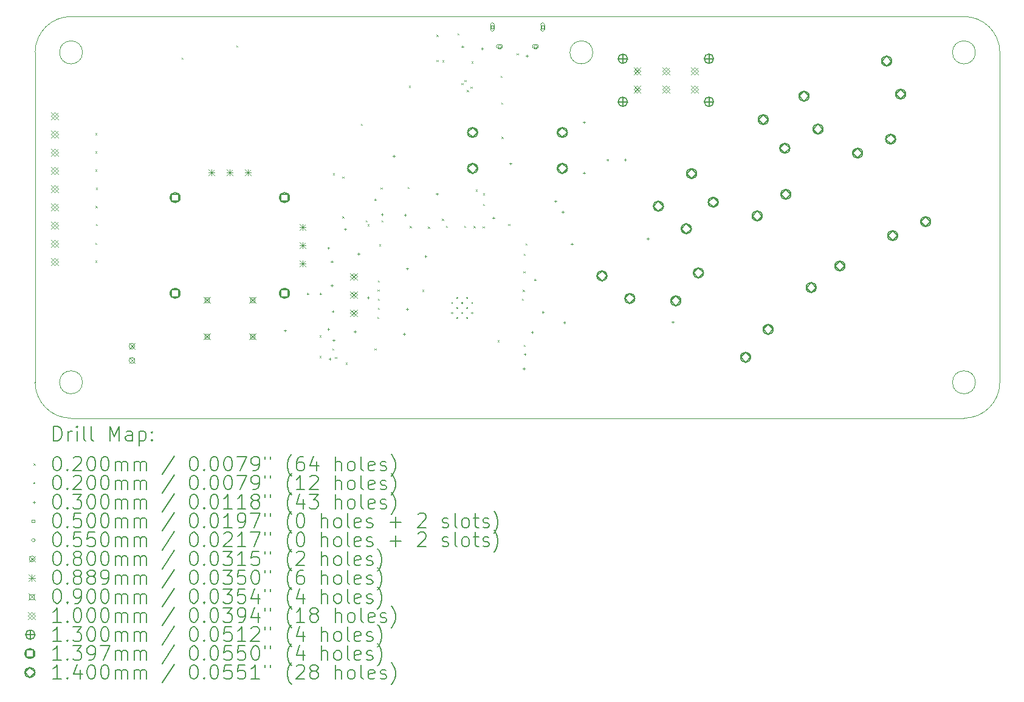
<source format=gbr>
%TF.GenerationSoftware,KiCad,Pcbnew,8.0.4*%
%TF.CreationDate,2025-03-19T10:06:30-07:00*%
%TF.ProjectId,aqp_controller,6171705f-636f-46e7-9472-6f6c6c65722e,rev0*%
%TF.SameCoordinates,Original*%
%TF.FileFunction,Drillmap*%
%TF.FilePolarity,Positive*%
%FSLAX45Y45*%
G04 Gerber Fmt 4.5, Leading zero omitted, Abs format (unit mm)*
G04 Created by KiCad (PCBNEW 8.0.4) date 2025-03-19 10:06:30*
%MOMM*%
%LPD*%
G01*
G04 APERTURE LIST*
%ADD10C,0.050000*%
%ADD11C,0.200000*%
%ADD12C,0.100000*%
%ADD13C,0.130000*%
%ADD14C,0.139700*%
%ADD15C,0.140000*%
G04 APERTURE END LIST*
D10*
X8460000Y-12275000D02*
G75*
G02*
X8140000Y-12275000I-160000J0D01*
G01*
X8140000Y-12275000D02*
G75*
G02*
X8460000Y-12275000I160000J0D01*
G01*
X8460000Y-7675000D02*
G75*
G02*
X8140000Y-7675000I-160000J0D01*
G01*
X8140000Y-7675000D02*
G75*
G02*
X8460000Y-7675000I160000J0D01*
G01*
X20900000Y-12275000D02*
G75*
G02*
X20580000Y-12275000I-160000J0D01*
G01*
X20580000Y-12275000D02*
G75*
G02*
X20900000Y-12275000I160000J0D01*
G01*
X15570000Y-7675000D02*
G75*
G02*
X15250000Y-7675000I-160000J0D01*
G01*
X15250000Y-7675000D02*
G75*
G02*
X15570000Y-7675000I160000J0D01*
G01*
X7800000Y-7675000D02*
G75*
G02*
X8300000Y-7175000I500000J0D01*
G01*
X8300000Y-12775000D02*
X20740000Y-12775000D01*
X7800000Y-12275000D02*
X7800000Y-7675000D01*
X8300000Y-12775000D02*
G75*
G02*
X7800000Y-12275000I0J500000D01*
G01*
X21240000Y-12275000D02*
G75*
G02*
X20740000Y-12775000I-500000J0D01*
G01*
X21240000Y-12275000D02*
X21240000Y-7675000D01*
X20900000Y-7675000D02*
G75*
G02*
X20580000Y-7675000I-160000J0D01*
G01*
X20580000Y-7675000D02*
G75*
G02*
X20900000Y-7675000I160000J0D01*
G01*
X20740000Y-7175000D02*
G75*
G02*
X21240000Y-7675000I0J-500000D01*
G01*
X20740000Y-7175000D02*
X8300000Y-7175000D01*
D11*
D12*
X8637500Y-8802500D02*
X8657500Y-8822500D01*
X8657500Y-8802500D02*
X8637500Y-8822500D01*
X8637500Y-9055000D02*
X8657500Y-9075000D01*
X8657500Y-9055000D02*
X8637500Y-9075000D01*
X8637500Y-10327500D02*
X8657500Y-10347500D01*
X8657500Y-10327500D02*
X8637500Y-10347500D01*
X8637500Y-10580000D02*
X8657500Y-10600000D01*
X8657500Y-10580000D02*
X8637500Y-10600000D01*
X8640000Y-9310000D02*
X8660000Y-9330000D01*
X8660000Y-9310000D02*
X8640000Y-9330000D01*
X8642500Y-9817500D02*
X8662500Y-9837500D01*
X8662500Y-9817500D02*
X8642500Y-9837500D01*
X8645000Y-9565000D02*
X8665000Y-9585000D01*
X8665000Y-9565000D02*
X8645000Y-9585000D01*
X8647500Y-10070000D02*
X8667500Y-10090000D01*
X8667500Y-10070000D02*
X8647500Y-10090000D01*
X9840000Y-7750000D02*
X9860000Y-7770000D01*
X9860000Y-7750000D02*
X9840000Y-7770000D01*
X10605000Y-7580000D02*
X10625000Y-7600000D01*
X10625000Y-7580000D02*
X10605000Y-7600000D01*
X11761605Y-11620895D02*
X11781605Y-11640895D01*
X11781605Y-11620895D02*
X11761605Y-11640895D01*
X11765000Y-11910000D02*
X11785000Y-11930000D01*
X11785000Y-11910000D02*
X11765000Y-11930000D01*
X11941605Y-11800895D02*
X11961605Y-11820895D01*
X11961605Y-11800895D02*
X11941605Y-11820895D01*
X11947855Y-9359645D02*
X11967855Y-9379645D01*
X11967855Y-9359645D02*
X11947855Y-9379645D01*
X11980000Y-11920000D02*
X12000000Y-11940000D01*
X12000000Y-11920000D02*
X11980000Y-11940000D01*
X12080000Y-9407500D02*
X12100000Y-9427500D01*
X12100000Y-9407500D02*
X12080000Y-9427500D01*
X12080000Y-9962500D02*
X12100000Y-9982500D01*
X12100000Y-9962500D02*
X12080000Y-9982500D01*
X12125000Y-12002500D02*
X12145000Y-12022500D01*
X12145000Y-12002500D02*
X12125000Y-12022500D01*
X12340000Y-8670000D02*
X12360000Y-8690000D01*
X12360000Y-8670000D02*
X12340000Y-8690000D01*
X12405110Y-10014890D02*
X12425110Y-10034890D01*
X12425110Y-10014890D02*
X12405110Y-10034890D01*
X12432500Y-10072500D02*
X12452500Y-10092500D01*
X12452500Y-10072500D02*
X12432500Y-10092500D01*
X12527500Y-11802500D02*
X12547500Y-11822500D01*
X12547500Y-11802500D02*
X12527500Y-11822500D01*
X12567500Y-11362500D02*
X12587500Y-11382500D01*
X12587500Y-11362500D02*
X12567500Y-11382500D01*
X12572500Y-10982500D02*
X12592500Y-11002500D01*
X12592500Y-10982500D02*
X12572500Y-11002500D01*
X12575000Y-10857500D02*
X12595000Y-10877500D01*
X12595000Y-10857500D02*
X12575000Y-10877500D01*
X12575000Y-11110000D02*
X12595000Y-11130000D01*
X12595000Y-11110000D02*
X12575000Y-11130000D01*
X12575000Y-11237500D02*
X12595000Y-11257500D01*
X12595000Y-11237500D02*
X12575000Y-11257500D01*
X12590000Y-10350000D02*
X12610000Y-10370000D01*
X12610000Y-10350000D02*
X12590000Y-10370000D01*
X12615000Y-9560000D02*
X12635000Y-9580000D01*
X12635000Y-9560000D02*
X12615000Y-9580000D01*
X12625000Y-10014890D02*
X12645000Y-10034890D01*
X12645000Y-10014890D02*
X12625000Y-10034890D01*
X12990000Y-9550000D02*
X13010000Y-9570000D01*
X13010000Y-9550000D02*
X12990000Y-9570000D01*
X13007500Y-8140000D02*
X13027500Y-8160000D01*
X13027500Y-8140000D02*
X13007500Y-8160000D01*
X13020000Y-10097500D02*
X13040000Y-10117500D01*
X13040000Y-10097500D02*
X13020000Y-10117500D01*
X13195000Y-10987500D02*
X13215000Y-11007500D01*
X13215000Y-10987500D02*
X13195000Y-11007500D01*
X13275000Y-10105000D02*
X13295000Y-10125000D01*
X13295000Y-10105000D02*
X13275000Y-10125000D01*
X13392500Y-7430000D02*
X13412500Y-7450000D01*
X13412500Y-7430000D02*
X13392500Y-7450000D01*
X13392500Y-7780000D02*
X13412500Y-7800000D01*
X13412500Y-7780000D02*
X13392500Y-7800000D01*
X13467500Y-9995000D02*
X13487500Y-10015000D01*
X13487500Y-9995000D02*
X13467500Y-10015000D01*
X13472500Y-7785000D02*
X13492500Y-7805000D01*
X13492500Y-7785000D02*
X13472500Y-7805000D01*
X13525000Y-10095000D02*
X13545000Y-10115000D01*
X13545000Y-10095000D02*
X13525000Y-10115000D01*
X13682500Y-7410000D02*
X13702500Y-7430000D01*
X13702500Y-7410000D02*
X13682500Y-7430000D01*
X13739252Y-8103395D02*
X13759252Y-8123395D01*
X13759252Y-8103395D02*
X13739252Y-8123395D01*
X13780000Y-10095000D02*
X13800000Y-10115000D01*
X13800000Y-10095000D02*
X13780000Y-10115000D01*
X13781679Y-8060968D02*
X13801679Y-8080968D01*
X13801679Y-8060968D02*
X13781679Y-8080968D01*
X13815000Y-8200000D02*
X13835000Y-8220000D01*
X13835000Y-8200000D02*
X13815000Y-8220000D01*
X13867500Y-8155000D02*
X13887500Y-8175000D01*
X13887500Y-8155000D02*
X13867500Y-8175000D01*
X13877500Y-7802500D02*
X13897500Y-7822500D01*
X13897500Y-7802500D02*
X13877500Y-7822500D01*
X13907500Y-10097500D02*
X13927500Y-10117500D01*
X13927500Y-10097500D02*
X13907500Y-10117500D01*
X13940000Y-9590000D02*
X13960000Y-9610000D01*
X13960000Y-9590000D02*
X13940000Y-9610000D01*
X14035000Y-10100000D02*
X14055000Y-10120000D01*
X14055000Y-10100000D02*
X14035000Y-10120000D01*
X14040000Y-9640000D02*
X14060000Y-9660000D01*
X14060000Y-9640000D02*
X14040000Y-9660000D01*
X14040000Y-9790000D02*
X14060000Y-9810000D01*
X14060000Y-9790000D02*
X14040000Y-9810000D01*
X14245000Y-11690000D02*
X14265000Y-11710000D01*
X14265000Y-11690000D02*
X14245000Y-11710000D01*
X14287500Y-8000000D02*
X14307500Y-8020000D01*
X14307500Y-8000000D02*
X14287500Y-8020000D01*
X14295000Y-8374475D02*
X14315000Y-8394475D01*
X14315000Y-8374475D02*
X14295000Y-8394475D01*
X14297500Y-8852500D02*
X14317500Y-8872500D01*
X14317500Y-8852500D02*
X14297500Y-8872500D01*
X14390000Y-10070000D02*
X14410000Y-10090000D01*
X14410000Y-10070000D02*
X14390000Y-10090000D01*
X14510000Y-7687500D02*
X14530000Y-7707500D01*
X14530000Y-7687500D02*
X14510000Y-7707500D01*
X14582500Y-11110000D02*
X14602500Y-11130000D01*
X14602500Y-11110000D02*
X14582500Y-11130000D01*
X14595000Y-10985000D02*
X14615000Y-11005000D01*
X14615000Y-10985000D02*
X14595000Y-11005000D01*
X14602500Y-10727500D02*
X14622500Y-10747500D01*
X14622500Y-10727500D02*
X14602500Y-10747500D01*
X14605000Y-10480000D02*
X14625000Y-10500000D01*
X14625000Y-10480000D02*
X14605000Y-10500000D01*
X14605000Y-11750000D02*
X14625000Y-11770000D01*
X14625000Y-11750000D02*
X14605000Y-11770000D01*
X14632500Y-10337500D02*
X14652500Y-10357500D01*
X14652500Y-10337500D02*
X14632500Y-10357500D01*
X13620000Y-11169000D02*
G75*
G02*
X13600000Y-11169000I-10000J0D01*
G01*
X13600000Y-11169000D02*
G75*
G02*
X13620000Y-11169000I10000J0D01*
G01*
X13620000Y-11309000D02*
G75*
G02*
X13600000Y-11309000I-10000J0D01*
G01*
X13600000Y-11309000D02*
G75*
G02*
X13620000Y-11309000I10000J0D01*
G01*
X13690000Y-11099000D02*
G75*
G02*
X13670000Y-11099000I-10000J0D01*
G01*
X13670000Y-11099000D02*
G75*
G02*
X13690000Y-11099000I10000J0D01*
G01*
X13690000Y-11239000D02*
G75*
G02*
X13670000Y-11239000I-10000J0D01*
G01*
X13670000Y-11239000D02*
G75*
G02*
X13690000Y-11239000I10000J0D01*
G01*
X13690000Y-11379000D02*
G75*
G02*
X13670000Y-11379000I-10000J0D01*
G01*
X13670000Y-11379000D02*
G75*
G02*
X13690000Y-11379000I10000J0D01*
G01*
X13760000Y-11169000D02*
G75*
G02*
X13740000Y-11169000I-10000J0D01*
G01*
X13740000Y-11169000D02*
G75*
G02*
X13760000Y-11169000I10000J0D01*
G01*
X13760000Y-11309000D02*
G75*
G02*
X13740000Y-11309000I-10000J0D01*
G01*
X13740000Y-11309000D02*
G75*
G02*
X13760000Y-11309000I10000J0D01*
G01*
X13830000Y-11099000D02*
G75*
G02*
X13810000Y-11099000I-10000J0D01*
G01*
X13810000Y-11099000D02*
G75*
G02*
X13830000Y-11099000I10000J0D01*
G01*
X13830000Y-11239000D02*
G75*
G02*
X13810000Y-11239000I-10000J0D01*
G01*
X13810000Y-11239000D02*
G75*
G02*
X13830000Y-11239000I10000J0D01*
G01*
X13830000Y-11379000D02*
G75*
G02*
X13810000Y-11379000I-10000J0D01*
G01*
X13810000Y-11379000D02*
G75*
G02*
X13830000Y-11379000I10000J0D01*
G01*
X13900000Y-11169000D02*
G75*
G02*
X13880000Y-11169000I-10000J0D01*
G01*
X13880000Y-11169000D02*
G75*
G02*
X13900000Y-11169000I10000J0D01*
G01*
X13900000Y-11309000D02*
G75*
G02*
X13880000Y-11309000I-10000J0D01*
G01*
X13880000Y-11309000D02*
G75*
G02*
X13900000Y-11309000I10000J0D01*
G01*
X11282500Y-11540000D02*
X11282500Y-11570000D01*
X11267500Y-11555000D02*
X11297500Y-11555000D01*
X11597500Y-11025000D02*
X11597500Y-11055000D01*
X11582500Y-11040000D02*
X11612500Y-11040000D01*
X11775000Y-11025000D02*
X11775000Y-11055000D01*
X11760000Y-11040000D02*
X11790000Y-11040000D01*
X11885000Y-10387500D02*
X11885000Y-10417500D01*
X11870000Y-10402500D02*
X11900000Y-10402500D01*
X11885000Y-11520000D02*
X11885000Y-11550000D01*
X11870000Y-11535000D02*
X11900000Y-11535000D01*
X11905000Y-11935000D02*
X11905000Y-11965000D01*
X11890000Y-11950000D02*
X11920000Y-11950000D01*
X11935000Y-10575000D02*
X11935000Y-10605000D01*
X11920000Y-10590000D02*
X11950000Y-10590000D01*
X11935000Y-10910000D02*
X11935000Y-10940000D01*
X11920000Y-10925000D02*
X11950000Y-10925000D01*
X11947500Y-11270000D02*
X11947500Y-11300000D01*
X11932500Y-11285000D02*
X11962500Y-11285000D01*
X11960343Y-11674184D02*
X11960343Y-11704184D01*
X11945343Y-11689184D02*
X11975343Y-11689184D01*
X12117500Y-10125000D02*
X12117500Y-10155000D01*
X12102500Y-10140000D02*
X12132500Y-10140000D01*
X12255000Y-11552500D02*
X12255000Y-11582500D01*
X12240000Y-11567500D02*
X12270000Y-11567500D01*
X12305000Y-10470000D02*
X12305000Y-10500000D01*
X12290000Y-10485000D02*
X12320000Y-10485000D01*
X12437500Y-11077500D02*
X12437500Y-11107500D01*
X12422500Y-11092500D02*
X12452500Y-11092500D01*
X12536949Y-9712507D02*
X12536949Y-9742507D01*
X12521949Y-9727507D02*
X12551949Y-9727507D01*
X12632000Y-9917117D02*
X12632000Y-9947117D01*
X12617000Y-9932117D02*
X12647000Y-9932117D01*
X12797500Y-9105000D02*
X12797500Y-9135000D01*
X12782500Y-9120000D02*
X12812500Y-9120000D01*
X12940000Y-11587500D02*
X12940000Y-11617500D01*
X12925000Y-11602500D02*
X12955000Y-11602500D01*
X12955000Y-9925000D02*
X12955000Y-9955000D01*
X12940000Y-9940000D02*
X12970000Y-9940000D01*
X12982500Y-10675000D02*
X12982500Y-10705000D01*
X12967500Y-10690000D02*
X12997500Y-10690000D01*
X12982500Y-11240000D02*
X12982500Y-11270000D01*
X12967500Y-11255000D02*
X12997500Y-11255000D01*
X13240000Y-10502500D02*
X13240000Y-10532500D01*
X13225000Y-10517500D02*
X13255000Y-10517500D01*
X13400000Y-9635000D02*
X13400000Y-9665000D01*
X13385000Y-9650000D02*
X13415000Y-9650000D01*
X13754786Y-7579463D02*
X13754786Y-7609463D01*
X13739786Y-7594463D02*
X13769786Y-7594463D01*
X14027500Y-7605000D02*
X14027500Y-7635000D01*
X14012500Y-7620000D02*
X14042500Y-7620000D01*
X14186137Y-9965419D02*
X14186137Y-9995419D01*
X14171137Y-9980419D02*
X14201137Y-9980419D01*
X14422500Y-9210000D02*
X14422500Y-9240000D01*
X14407500Y-9225000D02*
X14437500Y-9225000D01*
X14607500Y-12070000D02*
X14607500Y-12100000D01*
X14592500Y-12085000D02*
X14622500Y-12085000D01*
X14622500Y-11869000D02*
X14622500Y-11899000D01*
X14607500Y-11884000D02*
X14637500Y-11884000D01*
X14650000Y-7707500D02*
X14650000Y-7737500D01*
X14635000Y-7722500D02*
X14665000Y-7722500D01*
X14725000Y-11562500D02*
X14725000Y-11592500D01*
X14710000Y-11577500D02*
X14740000Y-11577500D01*
X14765000Y-10830000D02*
X14765000Y-10860000D01*
X14750000Y-10845000D02*
X14780000Y-10845000D01*
X14875000Y-11282500D02*
X14875000Y-11312500D01*
X14860000Y-11297500D02*
X14890000Y-11297500D01*
X15050000Y-9735000D02*
X15050000Y-9765000D01*
X15035000Y-9750000D02*
X15065000Y-9750000D01*
X15150000Y-9885000D02*
X15150000Y-9915000D01*
X15135000Y-9900000D02*
X15165000Y-9900000D01*
X15172500Y-11425000D02*
X15172500Y-11455000D01*
X15157500Y-11440000D02*
X15187500Y-11440000D01*
X15277500Y-10330000D02*
X15277500Y-10360000D01*
X15262500Y-10345000D02*
X15292500Y-10345000D01*
X15445000Y-8635000D02*
X15445000Y-8665000D01*
X15430000Y-8650000D02*
X15460000Y-8650000D01*
X15445000Y-9340000D02*
X15445000Y-9370000D01*
X15430000Y-9355000D02*
X15460000Y-9355000D01*
X15775000Y-9160000D02*
X15775000Y-9190000D01*
X15760000Y-9175000D02*
X15790000Y-9175000D01*
X16020000Y-9157500D02*
X16020000Y-9187500D01*
X16005000Y-9172500D02*
X16035000Y-9172500D01*
X16335000Y-10257500D02*
X16335000Y-10287500D01*
X16320000Y-10272500D02*
X16350000Y-10272500D01*
X16682500Y-11420000D02*
X16682500Y-11450000D01*
X16667500Y-11435000D02*
X16697500Y-11435000D01*
X14187678Y-7339308D02*
X14187678Y-7303952D01*
X14152322Y-7303952D01*
X14152322Y-7339308D01*
X14187678Y-7339308D01*
X14195000Y-7354130D02*
X14195000Y-7289130D01*
X14145000Y-7289130D02*
G75*
G02*
X14195000Y-7289130I25000J0D01*
G01*
X14145000Y-7289130D02*
X14145000Y-7354130D01*
X14145000Y-7354130D02*
G75*
G03*
X14195000Y-7354130I25000J0D01*
G01*
X14887678Y-7339308D02*
X14887678Y-7303952D01*
X14852322Y-7303952D01*
X14852322Y-7339308D01*
X14887678Y-7339308D01*
X14895000Y-7354130D02*
X14895000Y-7289130D01*
X14845000Y-7289130D02*
G75*
G02*
X14895000Y-7289130I25000J0D01*
G01*
X14845000Y-7289130D02*
X14845000Y-7354130D01*
X14845000Y-7354130D02*
G75*
G03*
X14895000Y-7354130I25000J0D01*
G01*
X14270000Y-7619130D02*
X14297500Y-7591630D01*
X14270000Y-7564130D01*
X14242500Y-7591630D01*
X14270000Y-7619130D01*
X14285000Y-7564130D02*
X14255000Y-7564130D01*
X14255000Y-7619130D02*
G75*
G02*
X14255000Y-7564130I0J27500D01*
G01*
X14255000Y-7619130D02*
X14285000Y-7619130D01*
X14285000Y-7619130D02*
G75*
G03*
X14285000Y-7564130I0J27500D01*
G01*
X14770000Y-7619130D02*
X14797500Y-7591630D01*
X14770000Y-7564130D01*
X14742500Y-7591630D01*
X14770000Y-7619130D01*
X14785000Y-7564130D02*
X14755000Y-7564130D01*
X14755000Y-7619130D02*
G75*
G02*
X14755000Y-7564130I0J27500D01*
G01*
X14755000Y-7619130D02*
X14785000Y-7619130D01*
X14785000Y-7619130D02*
G75*
G03*
X14785000Y-7564130I0J27500D01*
G01*
X9110000Y-11730890D02*
X9190000Y-11810890D01*
X9190000Y-11730890D02*
X9110000Y-11810890D01*
X9190000Y-11770890D02*
G75*
G02*
X9110000Y-11770890I-40000J0D01*
G01*
X9110000Y-11770890D02*
G75*
G02*
X9190000Y-11770890I40000J0D01*
G01*
X9110000Y-11930890D02*
X9190000Y-12010890D01*
X9190000Y-11930890D02*
X9110000Y-12010890D01*
X9190000Y-11970890D02*
G75*
G02*
X9110000Y-11970890I-40000J0D01*
G01*
X9110000Y-11970890D02*
G75*
G02*
X9190000Y-11970890I40000J0D01*
G01*
X10214550Y-9306300D02*
X10303450Y-9395200D01*
X10303450Y-9306300D02*
X10214550Y-9395200D01*
X10259000Y-9306300D02*
X10259000Y-9395200D01*
X10214550Y-9350750D02*
X10303450Y-9350750D01*
X10468550Y-9306300D02*
X10557450Y-9395200D01*
X10557450Y-9306300D02*
X10468550Y-9395200D01*
X10513000Y-9306300D02*
X10513000Y-9395200D01*
X10468550Y-9350750D02*
X10557450Y-9350750D01*
X10722550Y-9306300D02*
X10811450Y-9395200D01*
X10811450Y-9306300D02*
X10722550Y-9395200D01*
X10767000Y-9306300D02*
X10767000Y-9395200D01*
X10722550Y-9350750D02*
X10811450Y-9350750D01*
X11484550Y-10068300D02*
X11573450Y-10157200D01*
X11573450Y-10068300D02*
X11484550Y-10157200D01*
X11529000Y-10068300D02*
X11529000Y-10157200D01*
X11484550Y-10112750D02*
X11573450Y-10112750D01*
X11484550Y-10322300D02*
X11573450Y-10411200D01*
X11573450Y-10322300D02*
X11484550Y-10411200D01*
X11529000Y-10322300D02*
X11529000Y-10411200D01*
X11484550Y-10366750D02*
X11573450Y-10366750D01*
X11484550Y-10576300D02*
X11573450Y-10665200D01*
X11573450Y-10576300D02*
X11484550Y-10665200D01*
X11529000Y-10576300D02*
X11529000Y-10665200D01*
X11484550Y-10620750D02*
X11573450Y-10620750D01*
X10150500Y-11083750D02*
X10240500Y-11173750D01*
X10240500Y-11083750D02*
X10150500Y-11173750D01*
X10227320Y-11160570D02*
X10227320Y-11096930D01*
X10163680Y-11096930D01*
X10163680Y-11160570D01*
X10227320Y-11160570D01*
X10150500Y-11591750D02*
X10240500Y-11681750D01*
X10240500Y-11591750D02*
X10150500Y-11681750D01*
X10227320Y-11668570D02*
X10227320Y-11604930D01*
X10163680Y-11604930D01*
X10163680Y-11668570D01*
X10227320Y-11668570D01*
X10785500Y-11083750D02*
X10875500Y-11173750D01*
X10875500Y-11083750D02*
X10785500Y-11173750D01*
X10862320Y-11160570D02*
X10862320Y-11096930D01*
X10798680Y-11096930D01*
X10798680Y-11160570D01*
X10862320Y-11160570D01*
X10785500Y-11591750D02*
X10875500Y-11681750D01*
X10875500Y-11591750D02*
X10785500Y-11681750D01*
X10862320Y-11668570D02*
X10862320Y-11604930D01*
X10798680Y-11604930D01*
X10798680Y-11668570D01*
X10862320Y-11668570D01*
X8020000Y-8510000D02*
X8120000Y-8610000D01*
X8120000Y-8510000D02*
X8020000Y-8610000D01*
X8070000Y-8610000D02*
X8120000Y-8560000D01*
X8070000Y-8510000D01*
X8020000Y-8560000D01*
X8070000Y-8610000D01*
X8020000Y-8764000D02*
X8120000Y-8864000D01*
X8120000Y-8764000D02*
X8020000Y-8864000D01*
X8070000Y-8864000D02*
X8120000Y-8814000D01*
X8070000Y-8764000D01*
X8020000Y-8814000D01*
X8070000Y-8864000D01*
X8020000Y-9018000D02*
X8120000Y-9118000D01*
X8120000Y-9018000D02*
X8020000Y-9118000D01*
X8070000Y-9118000D02*
X8120000Y-9068000D01*
X8070000Y-9018000D01*
X8020000Y-9068000D01*
X8070000Y-9118000D01*
X8020000Y-9272000D02*
X8120000Y-9372000D01*
X8120000Y-9272000D02*
X8020000Y-9372000D01*
X8070000Y-9372000D02*
X8120000Y-9322000D01*
X8070000Y-9272000D01*
X8020000Y-9322000D01*
X8070000Y-9372000D01*
X8020000Y-9526000D02*
X8120000Y-9626000D01*
X8120000Y-9526000D02*
X8020000Y-9626000D01*
X8070000Y-9626000D02*
X8120000Y-9576000D01*
X8070000Y-9526000D01*
X8020000Y-9576000D01*
X8070000Y-9626000D01*
X8020000Y-9780000D02*
X8120000Y-9880000D01*
X8120000Y-9780000D02*
X8020000Y-9880000D01*
X8070000Y-9880000D02*
X8120000Y-9830000D01*
X8070000Y-9780000D01*
X8020000Y-9830000D01*
X8070000Y-9880000D01*
X8020000Y-10034000D02*
X8120000Y-10134000D01*
X8120000Y-10034000D02*
X8020000Y-10134000D01*
X8070000Y-10134000D02*
X8120000Y-10084000D01*
X8070000Y-10034000D01*
X8020000Y-10084000D01*
X8070000Y-10134000D01*
X8020000Y-10288000D02*
X8120000Y-10388000D01*
X8120000Y-10288000D02*
X8020000Y-10388000D01*
X8070000Y-10388000D02*
X8120000Y-10338000D01*
X8070000Y-10288000D01*
X8020000Y-10338000D01*
X8070000Y-10388000D01*
X8020000Y-10542000D02*
X8120000Y-10642000D01*
X8120000Y-10542000D02*
X8020000Y-10642000D01*
X8070000Y-10642000D02*
X8120000Y-10592000D01*
X8070000Y-10542000D01*
X8020000Y-10592000D01*
X8070000Y-10642000D01*
X12185000Y-10751000D02*
X12285000Y-10851000D01*
X12285000Y-10751000D02*
X12185000Y-10851000D01*
X12235000Y-10851000D02*
X12285000Y-10801000D01*
X12235000Y-10751000D01*
X12185000Y-10801000D01*
X12235000Y-10851000D01*
X12185000Y-11005000D02*
X12285000Y-11105000D01*
X12285000Y-11005000D02*
X12185000Y-11105000D01*
X12235000Y-11105000D02*
X12285000Y-11055000D01*
X12235000Y-11005000D01*
X12185000Y-11055000D01*
X12235000Y-11105000D01*
X12185000Y-11259000D02*
X12285000Y-11359000D01*
X12285000Y-11259000D02*
X12185000Y-11359000D01*
X12235000Y-11359000D02*
X12285000Y-11309000D01*
X12235000Y-11259000D01*
X12185000Y-11309000D01*
X12235000Y-11359000D01*
X16137500Y-7888750D02*
X16237500Y-7988750D01*
X16237500Y-7888750D02*
X16137500Y-7988750D01*
X16187500Y-7988750D02*
X16237500Y-7938750D01*
X16187500Y-7888750D01*
X16137500Y-7938750D01*
X16187500Y-7988750D01*
X16137500Y-8138750D02*
X16237500Y-8238750D01*
X16237500Y-8138750D02*
X16137500Y-8238750D01*
X16187500Y-8238750D02*
X16237500Y-8188750D01*
X16187500Y-8138750D01*
X16137500Y-8188750D01*
X16187500Y-8238750D01*
X16537500Y-7888750D02*
X16637500Y-7988750D01*
X16637500Y-7888750D02*
X16537500Y-7988750D01*
X16587500Y-7988750D02*
X16637500Y-7938750D01*
X16587500Y-7888750D01*
X16537500Y-7938750D01*
X16587500Y-7988750D01*
X16537500Y-8138750D02*
X16637500Y-8238750D01*
X16637500Y-8138750D02*
X16537500Y-8238750D01*
X16587500Y-8238750D02*
X16637500Y-8188750D01*
X16587500Y-8138750D01*
X16537500Y-8188750D01*
X16587500Y-8238750D01*
X16937500Y-7888750D02*
X17037500Y-7988750D01*
X17037500Y-7888750D02*
X16937500Y-7988750D01*
X16987500Y-7988750D02*
X17037500Y-7938750D01*
X16987500Y-7888750D01*
X16937500Y-7938750D01*
X16987500Y-7988750D01*
X16937500Y-8138750D02*
X17037500Y-8238750D01*
X17037500Y-8138750D02*
X16937500Y-8238750D01*
X16987500Y-8238750D02*
X17037500Y-8188750D01*
X16987500Y-8138750D01*
X16937500Y-8188750D01*
X16987500Y-8238750D01*
D13*
X15987500Y-7698750D02*
X15987500Y-7828750D01*
X15922500Y-7763750D02*
X16052500Y-7763750D01*
X16052500Y-7763750D02*
G75*
G02*
X15922500Y-7763750I-65000J0D01*
G01*
X15922500Y-7763750D02*
G75*
G02*
X16052500Y-7763750I65000J0D01*
G01*
X15987500Y-8298750D02*
X15987500Y-8428750D01*
X15922500Y-8363750D02*
X16052500Y-8363750D01*
X16052500Y-8363750D02*
G75*
G02*
X15922500Y-8363750I-65000J0D01*
G01*
X15922500Y-8363750D02*
G75*
G02*
X16052500Y-8363750I65000J0D01*
G01*
X17187500Y-7698750D02*
X17187500Y-7828750D01*
X17122500Y-7763750D02*
X17252500Y-7763750D01*
X17252500Y-7763750D02*
G75*
G02*
X17122500Y-7763750I-65000J0D01*
G01*
X17122500Y-7763750D02*
G75*
G02*
X17252500Y-7763750I65000J0D01*
G01*
X17187500Y-8298750D02*
X17187500Y-8428750D01*
X17122500Y-8363750D02*
X17252500Y-8363750D01*
X17252500Y-8363750D02*
G75*
G02*
X17122500Y-8363750I-65000J0D01*
G01*
X17122500Y-8363750D02*
G75*
G02*
X17252500Y-8363750I65000J0D01*
G01*
D14*
X9800392Y-9749392D02*
X9800392Y-9650608D01*
X9701608Y-9650608D01*
X9701608Y-9749392D01*
X9800392Y-9749392D01*
X9820850Y-9700000D02*
G75*
G02*
X9681150Y-9700000I-69850J0D01*
G01*
X9681150Y-9700000D02*
G75*
G02*
X9820850Y-9700000I69850J0D01*
G01*
X9800392Y-11082892D02*
X9800392Y-10984108D01*
X9701608Y-10984108D01*
X9701608Y-11082892D01*
X9800392Y-11082892D01*
X9820850Y-11033500D02*
G75*
G02*
X9681150Y-11033500I-69850J0D01*
G01*
X9681150Y-11033500D02*
G75*
G02*
X9820850Y-11033500I69850J0D01*
G01*
X11324392Y-9749392D02*
X11324392Y-9650608D01*
X11225608Y-9650608D01*
X11225608Y-9749392D01*
X11324392Y-9749392D01*
X11344850Y-9700000D02*
G75*
G02*
X11205150Y-9700000I-69850J0D01*
G01*
X11205150Y-9700000D02*
G75*
G02*
X11344850Y-9700000I69850J0D01*
G01*
X11324392Y-11082892D02*
X11324392Y-10984108D01*
X11225608Y-10984108D01*
X11225608Y-11082892D01*
X11324392Y-11082892D01*
X11344850Y-11033500D02*
G75*
G02*
X11205150Y-11033500I-69850J0D01*
G01*
X11205150Y-11033500D02*
G75*
G02*
X11344850Y-11033500I69850J0D01*
G01*
D15*
X13895000Y-8862410D02*
X13965000Y-8792410D01*
X13895000Y-8722410D01*
X13825000Y-8792410D01*
X13895000Y-8862410D01*
X13965000Y-8792410D02*
G75*
G02*
X13825000Y-8792410I-70000J0D01*
G01*
X13825000Y-8792410D02*
G75*
G02*
X13965000Y-8792410I70000J0D01*
G01*
X13895000Y-9362410D02*
X13965000Y-9292410D01*
X13895000Y-9222410D01*
X13825000Y-9292410D01*
X13895000Y-9362410D01*
X13965000Y-9292410D02*
G75*
G02*
X13825000Y-9292410I-70000J0D01*
G01*
X13825000Y-9292410D02*
G75*
G02*
X13965000Y-9292410I70000J0D01*
G01*
X15145000Y-8862410D02*
X15215000Y-8792410D01*
X15145000Y-8722410D01*
X15075000Y-8792410D01*
X15145000Y-8862410D01*
X15215000Y-8792410D02*
G75*
G02*
X15075000Y-8792410I-70000J0D01*
G01*
X15075000Y-8792410D02*
G75*
G02*
X15215000Y-8792410I70000J0D01*
G01*
X15145000Y-9362410D02*
X15215000Y-9292410D01*
X15145000Y-9222410D01*
X15075000Y-9292410D01*
X15145000Y-9362410D01*
X15215000Y-9292410D02*
G75*
G02*
X15075000Y-9292410I-70000J0D01*
G01*
X15075000Y-9292410D02*
G75*
G02*
X15215000Y-9292410I70000J0D01*
G01*
X15696918Y-10861196D02*
X15766918Y-10791196D01*
X15696918Y-10721196D01*
X15626918Y-10791196D01*
X15696918Y-10861196D01*
X15766918Y-10791196D02*
G75*
G02*
X15626918Y-10791196I-70000J0D01*
G01*
X15626918Y-10791196D02*
G75*
G02*
X15766918Y-10791196I70000J0D01*
G01*
X16085491Y-11175856D02*
X16155491Y-11105856D01*
X16085491Y-11035856D01*
X16015491Y-11105856D01*
X16085491Y-11175856D01*
X16155491Y-11105856D02*
G75*
G02*
X16015491Y-11105856I-70000J0D01*
G01*
X16015491Y-11105856D02*
G75*
G02*
X16155491Y-11105856I70000J0D01*
G01*
X16483569Y-9889764D02*
X16553569Y-9819764D01*
X16483569Y-9749764D01*
X16413569Y-9819764D01*
X16483569Y-9889764D01*
X16553569Y-9819764D02*
G75*
G02*
X16413569Y-9819764I-70000J0D01*
G01*
X16413569Y-9819764D02*
G75*
G02*
X16553569Y-9819764I70000J0D01*
G01*
X16726424Y-11209001D02*
X16796424Y-11139001D01*
X16726424Y-11069001D01*
X16656424Y-11139001D01*
X16726424Y-11209001D01*
X16796424Y-11139001D02*
G75*
G02*
X16656424Y-11139001I-70000J0D01*
G01*
X16656424Y-11139001D02*
G75*
G02*
X16796424Y-11139001I70000J0D01*
G01*
X16872142Y-10204424D02*
X16942142Y-10134424D01*
X16872142Y-10064424D01*
X16802142Y-10134424D01*
X16872142Y-10204424D01*
X16942142Y-10134424D02*
G75*
G02*
X16802142Y-10134424I-70000J0D01*
G01*
X16802142Y-10134424D02*
G75*
G02*
X16942142Y-10134424I70000J0D01*
G01*
X16945709Y-9434696D02*
X17015709Y-9364696D01*
X16945709Y-9294696D01*
X16875709Y-9364696D01*
X16945709Y-9434696D01*
X17015709Y-9364696D02*
G75*
G02*
X16875709Y-9364696I-70000J0D01*
G01*
X16875709Y-9364696D02*
G75*
G02*
X17015709Y-9364696I70000J0D01*
G01*
X17041084Y-10820428D02*
X17111084Y-10750428D01*
X17041084Y-10680428D01*
X16971084Y-10750428D01*
X17041084Y-10820428D01*
X17111084Y-10750428D02*
G75*
G02*
X16971084Y-10750428I-70000J0D01*
G01*
X16971084Y-10750428D02*
G75*
G02*
X17111084Y-10750428I70000J0D01*
G01*
X17246617Y-9834013D02*
X17316617Y-9764013D01*
X17246617Y-9694013D01*
X17176617Y-9764013D01*
X17246617Y-9834013D01*
X17316617Y-9764013D02*
G75*
G02*
X17176617Y-9764013I-70000J0D01*
G01*
X17176617Y-9764013D02*
G75*
G02*
X17316617Y-9764013I70000J0D01*
G01*
X17697856Y-11995652D02*
X17767856Y-11925652D01*
X17697856Y-11855652D01*
X17627856Y-11925652D01*
X17697856Y-11995652D01*
X17767856Y-11925652D02*
G75*
G02*
X17627856Y-11925652I-70000J0D01*
G01*
X17627856Y-11925652D02*
G75*
G02*
X17767856Y-11925652I70000J0D01*
G01*
X17859557Y-10025917D02*
X17929557Y-9955917D01*
X17859557Y-9885917D01*
X17789557Y-9955917D01*
X17859557Y-10025917D01*
X17929557Y-9955917D02*
G75*
G02*
X17789557Y-9955917I-70000J0D01*
G01*
X17789557Y-9955917D02*
G75*
G02*
X17929557Y-9955917I70000J0D01*
G01*
X17944003Y-8682427D02*
X18014003Y-8612427D01*
X17944003Y-8542427D01*
X17874003Y-8612427D01*
X17944003Y-8682427D01*
X18014003Y-8612427D02*
G75*
G02*
X17874003Y-8612427I-70000J0D01*
G01*
X17874003Y-8612427D02*
G75*
G02*
X18014003Y-8612427I70000J0D01*
G01*
X18012516Y-11607079D02*
X18082516Y-11537079D01*
X18012516Y-11467079D01*
X17942516Y-11537079D01*
X18012516Y-11607079D01*
X18082516Y-11537079D02*
G75*
G02*
X17942516Y-11537079I-70000J0D01*
G01*
X17942516Y-11537079D02*
G75*
G02*
X18082516Y-11537079I70000J0D01*
G01*
X18244911Y-9081745D02*
X18314911Y-9011745D01*
X18244911Y-8941745D01*
X18174911Y-9011745D01*
X18244911Y-9081745D01*
X18314911Y-9011745D02*
G75*
G02*
X18174911Y-9011745I-70000J0D01*
G01*
X18174911Y-9011745D02*
G75*
G02*
X18314911Y-9011745I70000J0D01*
G01*
X18258875Y-9725009D02*
X18328875Y-9655009D01*
X18258875Y-9585009D01*
X18188875Y-9655009D01*
X18258875Y-9725009D01*
X18328875Y-9655009D02*
G75*
G02*
X18188875Y-9655009I-70000J0D01*
G01*
X18188875Y-9655009D02*
G75*
G02*
X18328875Y-9655009I70000J0D01*
G01*
X18512152Y-8355061D02*
X18582152Y-8285061D01*
X18512152Y-8215061D01*
X18442152Y-8285061D01*
X18512152Y-8355061D01*
X18582152Y-8285061D02*
G75*
G02*
X18442152Y-8285061I-70000J0D01*
G01*
X18442152Y-8285061D02*
G75*
G02*
X18582152Y-8285061I70000J0D01*
G01*
X18611826Y-11024211D02*
X18681826Y-10954211D01*
X18611826Y-10884211D01*
X18541826Y-10954211D01*
X18611826Y-11024211D01*
X18681826Y-10954211D02*
G75*
G02*
X18541826Y-10954211I-70000J0D01*
G01*
X18541826Y-10954211D02*
G75*
G02*
X18681826Y-10954211I70000J0D01*
G01*
X18707517Y-8815313D02*
X18777517Y-8745313D01*
X18707517Y-8675313D01*
X18637517Y-8745313D01*
X18707517Y-8815313D01*
X18777517Y-8745313D02*
G75*
G02*
X18637517Y-8745313I-70000J0D01*
G01*
X18637517Y-8745313D02*
G75*
G02*
X18777517Y-8745313I70000J0D01*
G01*
X19011143Y-10723303D02*
X19081143Y-10653303D01*
X19011143Y-10583303D01*
X18941143Y-10653303D01*
X19011143Y-10723303D01*
X19081143Y-10653303D02*
G75*
G02*
X18941143Y-10653303I-70000J0D01*
G01*
X18941143Y-10653303D02*
G75*
G02*
X19081143Y-10653303I70000J0D01*
G01*
X19258657Y-9149757D02*
X19328657Y-9079757D01*
X19258657Y-9009757D01*
X19188657Y-9079757D01*
X19258657Y-9149757D01*
X19328657Y-9079757D02*
G75*
G02*
X19188657Y-9079757I-70000J0D01*
G01*
X19188657Y-9079757D02*
G75*
G02*
X19328657Y-9079757I70000J0D01*
G01*
X19662783Y-7866647D02*
X19732783Y-7796647D01*
X19662783Y-7726647D01*
X19592783Y-7796647D01*
X19662783Y-7866647D01*
X19732783Y-7796647D02*
G75*
G02*
X19592783Y-7796647I-70000J0D01*
G01*
X19592783Y-7796647D02*
G75*
G02*
X19732783Y-7796647I70000J0D01*
G01*
X19718909Y-8954392D02*
X19788909Y-8884392D01*
X19718909Y-8814392D01*
X19648909Y-8884392D01*
X19718909Y-8954392D01*
X19788909Y-8884392D02*
G75*
G02*
X19648909Y-8884392I-70000J0D01*
G01*
X19648909Y-8884392D02*
G75*
G02*
X19788909Y-8884392I70000J0D01*
G01*
X19747071Y-10300388D02*
X19817071Y-10230388D01*
X19747071Y-10160388D01*
X19677071Y-10230388D01*
X19747071Y-10300388D01*
X19817071Y-10230388D02*
G75*
G02*
X19677071Y-10230388I-70000J0D01*
G01*
X19677071Y-10230388D02*
G75*
G02*
X19817071Y-10230388I70000J0D01*
G01*
X19858148Y-8326899D02*
X19928148Y-8256899D01*
X19858148Y-8186899D01*
X19788148Y-8256899D01*
X19858148Y-8326899D01*
X19928148Y-8256899D02*
G75*
G02*
X19788148Y-8256899I-70000J0D01*
G01*
X19788148Y-8256899D02*
G75*
G02*
X19928148Y-8256899I70000J0D01*
G01*
X20207323Y-10105023D02*
X20277323Y-10035023D01*
X20207323Y-9965023D01*
X20137323Y-10035023D01*
X20207323Y-10105023D01*
X20277323Y-10035023D02*
G75*
G02*
X20137323Y-10035023I-70000J0D01*
G01*
X20137323Y-10035023D02*
G75*
G02*
X20277323Y-10035023I70000J0D01*
G01*
D11*
X8058277Y-13088984D02*
X8058277Y-12888984D01*
X8058277Y-12888984D02*
X8105896Y-12888984D01*
X8105896Y-12888984D02*
X8134467Y-12898508D01*
X8134467Y-12898508D02*
X8153515Y-12917555D01*
X8153515Y-12917555D02*
X8163039Y-12936603D01*
X8163039Y-12936603D02*
X8172562Y-12974698D01*
X8172562Y-12974698D02*
X8172562Y-13003269D01*
X8172562Y-13003269D02*
X8163039Y-13041365D01*
X8163039Y-13041365D02*
X8153515Y-13060412D01*
X8153515Y-13060412D02*
X8134467Y-13079460D01*
X8134467Y-13079460D02*
X8105896Y-13088984D01*
X8105896Y-13088984D02*
X8058277Y-13088984D01*
X8258277Y-13088984D02*
X8258277Y-12955650D01*
X8258277Y-12993746D02*
X8267801Y-12974698D01*
X8267801Y-12974698D02*
X8277324Y-12965174D01*
X8277324Y-12965174D02*
X8296372Y-12955650D01*
X8296372Y-12955650D02*
X8315420Y-12955650D01*
X8382086Y-13088984D02*
X8382086Y-12955650D01*
X8382086Y-12888984D02*
X8372562Y-12898508D01*
X8372562Y-12898508D02*
X8382086Y-12908031D01*
X8382086Y-12908031D02*
X8391610Y-12898508D01*
X8391610Y-12898508D02*
X8382086Y-12888984D01*
X8382086Y-12888984D02*
X8382086Y-12908031D01*
X8505896Y-13088984D02*
X8486848Y-13079460D01*
X8486848Y-13079460D02*
X8477324Y-13060412D01*
X8477324Y-13060412D02*
X8477324Y-12888984D01*
X8610658Y-13088984D02*
X8591610Y-13079460D01*
X8591610Y-13079460D02*
X8582086Y-13060412D01*
X8582086Y-13060412D02*
X8582086Y-12888984D01*
X8839229Y-13088984D02*
X8839229Y-12888984D01*
X8839229Y-12888984D02*
X8905896Y-13031841D01*
X8905896Y-13031841D02*
X8972563Y-12888984D01*
X8972563Y-12888984D02*
X8972563Y-13088984D01*
X9153515Y-13088984D02*
X9153515Y-12984222D01*
X9153515Y-12984222D02*
X9143991Y-12965174D01*
X9143991Y-12965174D02*
X9124944Y-12955650D01*
X9124944Y-12955650D02*
X9086848Y-12955650D01*
X9086848Y-12955650D02*
X9067801Y-12965174D01*
X9153515Y-13079460D02*
X9134467Y-13088984D01*
X9134467Y-13088984D02*
X9086848Y-13088984D01*
X9086848Y-13088984D02*
X9067801Y-13079460D01*
X9067801Y-13079460D02*
X9058277Y-13060412D01*
X9058277Y-13060412D02*
X9058277Y-13041365D01*
X9058277Y-13041365D02*
X9067801Y-13022317D01*
X9067801Y-13022317D02*
X9086848Y-13012793D01*
X9086848Y-13012793D02*
X9134467Y-13012793D01*
X9134467Y-13012793D02*
X9153515Y-13003269D01*
X9248753Y-12955650D02*
X9248753Y-13155650D01*
X9248753Y-12965174D02*
X9267801Y-12955650D01*
X9267801Y-12955650D02*
X9305896Y-12955650D01*
X9305896Y-12955650D02*
X9324944Y-12965174D01*
X9324944Y-12965174D02*
X9334467Y-12974698D01*
X9334467Y-12974698D02*
X9343991Y-12993746D01*
X9343991Y-12993746D02*
X9343991Y-13050888D01*
X9343991Y-13050888D02*
X9334467Y-13069936D01*
X9334467Y-13069936D02*
X9324944Y-13079460D01*
X9324944Y-13079460D02*
X9305896Y-13088984D01*
X9305896Y-13088984D02*
X9267801Y-13088984D01*
X9267801Y-13088984D02*
X9248753Y-13079460D01*
X9429705Y-13069936D02*
X9439229Y-13079460D01*
X9439229Y-13079460D02*
X9429705Y-13088984D01*
X9429705Y-13088984D02*
X9420182Y-13079460D01*
X9420182Y-13079460D02*
X9429705Y-13069936D01*
X9429705Y-13069936D02*
X9429705Y-13088984D01*
X9429705Y-12965174D02*
X9439229Y-12974698D01*
X9439229Y-12974698D02*
X9429705Y-12984222D01*
X9429705Y-12984222D02*
X9420182Y-12974698D01*
X9420182Y-12974698D02*
X9429705Y-12965174D01*
X9429705Y-12965174D02*
X9429705Y-12984222D01*
D12*
X7777500Y-13407500D02*
X7797500Y-13427500D01*
X7797500Y-13407500D02*
X7777500Y-13427500D01*
D11*
X8096372Y-13308984D02*
X8115420Y-13308984D01*
X8115420Y-13308984D02*
X8134467Y-13318508D01*
X8134467Y-13318508D02*
X8143991Y-13328031D01*
X8143991Y-13328031D02*
X8153515Y-13347079D01*
X8153515Y-13347079D02*
X8163039Y-13385174D01*
X8163039Y-13385174D02*
X8163039Y-13432793D01*
X8163039Y-13432793D02*
X8153515Y-13470888D01*
X8153515Y-13470888D02*
X8143991Y-13489936D01*
X8143991Y-13489936D02*
X8134467Y-13499460D01*
X8134467Y-13499460D02*
X8115420Y-13508984D01*
X8115420Y-13508984D02*
X8096372Y-13508984D01*
X8096372Y-13508984D02*
X8077324Y-13499460D01*
X8077324Y-13499460D02*
X8067801Y-13489936D01*
X8067801Y-13489936D02*
X8058277Y-13470888D01*
X8058277Y-13470888D02*
X8048753Y-13432793D01*
X8048753Y-13432793D02*
X8048753Y-13385174D01*
X8048753Y-13385174D02*
X8058277Y-13347079D01*
X8058277Y-13347079D02*
X8067801Y-13328031D01*
X8067801Y-13328031D02*
X8077324Y-13318508D01*
X8077324Y-13318508D02*
X8096372Y-13308984D01*
X8248753Y-13489936D02*
X8258277Y-13499460D01*
X8258277Y-13499460D02*
X8248753Y-13508984D01*
X8248753Y-13508984D02*
X8239229Y-13499460D01*
X8239229Y-13499460D02*
X8248753Y-13489936D01*
X8248753Y-13489936D02*
X8248753Y-13508984D01*
X8334467Y-13328031D02*
X8343991Y-13318508D01*
X8343991Y-13318508D02*
X8363039Y-13308984D01*
X8363039Y-13308984D02*
X8410658Y-13308984D01*
X8410658Y-13308984D02*
X8429705Y-13318508D01*
X8429705Y-13318508D02*
X8439229Y-13328031D01*
X8439229Y-13328031D02*
X8448753Y-13347079D01*
X8448753Y-13347079D02*
X8448753Y-13366127D01*
X8448753Y-13366127D02*
X8439229Y-13394698D01*
X8439229Y-13394698D02*
X8324943Y-13508984D01*
X8324943Y-13508984D02*
X8448753Y-13508984D01*
X8572563Y-13308984D02*
X8591610Y-13308984D01*
X8591610Y-13308984D02*
X8610658Y-13318508D01*
X8610658Y-13318508D02*
X8620182Y-13328031D01*
X8620182Y-13328031D02*
X8629705Y-13347079D01*
X8629705Y-13347079D02*
X8639229Y-13385174D01*
X8639229Y-13385174D02*
X8639229Y-13432793D01*
X8639229Y-13432793D02*
X8629705Y-13470888D01*
X8629705Y-13470888D02*
X8620182Y-13489936D01*
X8620182Y-13489936D02*
X8610658Y-13499460D01*
X8610658Y-13499460D02*
X8591610Y-13508984D01*
X8591610Y-13508984D02*
X8572563Y-13508984D01*
X8572563Y-13508984D02*
X8553515Y-13499460D01*
X8553515Y-13499460D02*
X8543991Y-13489936D01*
X8543991Y-13489936D02*
X8534467Y-13470888D01*
X8534467Y-13470888D02*
X8524944Y-13432793D01*
X8524944Y-13432793D02*
X8524944Y-13385174D01*
X8524944Y-13385174D02*
X8534467Y-13347079D01*
X8534467Y-13347079D02*
X8543991Y-13328031D01*
X8543991Y-13328031D02*
X8553515Y-13318508D01*
X8553515Y-13318508D02*
X8572563Y-13308984D01*
X8763039Y-13308984D02*
X8782086Y-13308984D01*
X8782086Y-13308984D02*
X8801134Y-13318508D01*
X8801134Y-13318508D02*
X8810658Y-13328031D01*
X8810658Y-13328031D02*
X8820182Y-13347079D01*
X8820182Y-13347079D02*
X8829705Y-13385174D01*
X8829705Y-13385174D02*
X8829705Y-13432793D01*
X8829705Y-13432793D02*
X8820182Y-13470888D01*
X8820182Y-13470888D02*
X8810658Y-13489936D01*
X8810658Y-13489936D02*
X8801134Y-13499460D01*
X8801134Y-13499460D02*
X8782086Y-13508984D01*
X8782086Y-13508984D02*
X8763039Y-13508984D01*
X8763039Y-13508984D02*
X8743991Y-13499460D01*
X8743991Y-13499460D02*
X8734467Y-13489936D01*
X8734467Y-13489936D02*
X8724944Y-13470888D01*
X8724944Y-13470888D02*
X8715420Y-13432793D01*
X8715420Y-13432793D02*
X8715420Y-13385174D01*
X8715420Y-13385174D02*
X8724944Y-13347079D01*
X8724944Y-13347079D02*
X8734467Y-13328031D01*
X8734467Y-13328031D02*
X8743991Y-13318508D01*
X8743991Y-13318508D02*
X8763039Y-13308984D01*
X8915420Y-13508984D02*
X8915420Y-13375650D01*
X8915420Y-13394698D02*
X8924944Y-13385174D01*
X8924944Y-13385174D02*
X8943991Y-13375650D01*
X8943991Y-13375650D02*
X8972563Y-13375650D01*
X8972563Y-13375650D02*
X8991610Y-13385174D01*
X8991610Y-13385174D02*
X9001134Y-13404222D01*
X9001134Y-13404222D02*
X9001134Y-13508984D01*
X9001134Y-13404222D02*
X9010658Y-13385174D01*
X9010658Y-13385174D02*
X9029705Y-13375650D01*
X9029705Y-13375650D02*
X9058277Y-13375650D01*
X9058277Y-13375650D02*
X9077325Y-13385174D01*
X9077325Y-13385174D02*
X9086848Y-13404222D01*
X9086848Y-13404222D02*
X9086848Y-13508984D01*
X9182086Y-13508984D02*
X9182086Y-13375650D01*
X9182086Y-13394698D02*
X9191610Y-13385174D01*
X9191610Y-13385174D02*
X9210658Y-13375650D01*
X9210658Y-13375650D02*
X9239229Y-13375650D01*
X9239229Y-13375650D02*
X9258277Y-13385174D01*
X9258277Y-13385174D02*
X9267801Y-13404222D01*
X9267801Y-13404222D02*
X9267801Y-13508984D01*
X9267801Y-13404222D02*
X9277325Y-13385174D01*
X9277325Y-13385174D02*
X9296372Y-13375650D01*
X9296372Y-13375650D02*
X9324944Y-13375650D01*
X9324944Y-13375650D02*
X9343991Y-13385174D01*
X9343991Y-13385174D02*
X9353515Y-13404222D01*
X9353515Y-13404222D02*
X9353515Y-13508984D01*
X9743991Y-13299460D02*
X9572563Y-13556603D01*
X10001134Y-13308984D02*
X10020182Y-13308984D01*
X10020182Y-13308984D02*
X10039229Y-13318508D01*
X10039229Y-13318508D02*
X10048753Y-13328031D01*
X10048753Y-13328031D02*
X10058277Y-13347079D01*
X10058277Y-13347079D02*
X10067801Y-13385174D01*
X10067801Y-13385174D02*
X10067801Y-13432793D01*
X10067801Y-13432793D02*
X10058277Y-13470888D01*
X10058277Y-13470888D02*
X10048753Y-13489936D01*
X10048753Y-13489936D02*
X10039229Y-13499460D01*
X10039229Y-13499460D02*
X10020182Y-13508984D01*
X10020182Y-13508984D02*
X10001134Y-13508984D01*
X10001134Y-13508984D02*
X9982087Y-13499460D01*
X9982087Y-13499460D02*
X9972563Y-13489936D01*
X9972563Y-13489936D02*
X9963039Y-13470888D01*
X9963039Y-13470888D02*
X9953515Y-13432793D01*
X9953515Y-13432793D02*
X9953515Y-13385174D01*
X9953515Y-13385174D02*
X9963039Y-13347079D01*
X9963039Y-13347079D02*
X9972563Y-13328031D01*
X9972563Y-13328031D02*
X9982087Y-13318508D01*
X9982087Y-13318508D02*
X10001134Y-13308984D01*
X10153515Y-13489936D02*
X10163039Y-13499460D01*
X10163039Y-13499460D02*
X10153515Y-13508984D01*
X10153515Y-13508984D02*
X10143991Y-13499460D01*
X10143991Y-13499460D02*
X10153515Y-13489936D01*
X10153515Y-13489936D02*
X10153515Y-13508984D01*
X10286848Y-13308984D02*
X10305896Y-13308984D01*
X10305896Y-13308984D02*
X10324944Y-13318508D01*
X10324944Y-13318508D02*
X10334468Y-13328031D01*
X10334468Y-13328031D02*
X10343991Y-13347079D01*
X10343991Y-13347079D02*
X10353515Y-13385174D01*
X10353515Y-13385174D02*
X10353515Y-13432793D01*
X10353515Y-13432793D02*
X10343991Y-13470888D01*
X10343991Y-13470888D02*
X10334468Y-13489936D01*
X10334468Y-13489936D02*
X10324944Y-13499460D01*
X10324944Y-13499460D02*
X10305896Y-13508984D01*
X10305896Y-13508984D02*
X10286848Y-13508984D01*
X10286848Y-13508984D02*
X10267801Y-13499460D01*
X10267801Y-13499460D02*
X10258277Y-13489936D01*
X10258277Y-13489936D02*
X10248753Y-13470888D01*
X10248753Y-13470888D02*
X10239229Y-13432793D01*
X10239229Y-13432793D02*
X10239229Y-13385174D01*
X10239229Y-13385174D02*
X10248753Y-13347079D01*
X10248753Y-13347079D02*
X10258277Y-13328031D01*
X10258277Y-13328031D02*
X10267801Y-13318508D01*
X10267801Y-13318508D02*
X10286848Y-13308984D01*
X10477325Y-13308984D02*
X10496372Y-13308984D01*
X10496372Y-13308984D02*
X10515420Y-13318508D01*
X10515420Y-13318508D02*
X10524944Y-13328031D01*
X10524944Y-13328031D02*
X10534468Y-13347079D01*
X10534468Y-13347079D02*
X10543991Y-13385174D01*
X10543991Y-13385174D02*
X10543991Y-13432793D01*
X10543991Y-13432793D02*
X10534468Y-13470888D01*
X10534468Y-13470888D02*
X10524944Y-13489936D01*
X10524944Y-13489936D02*
X10515420Y-13499460D01*
X10515420Y-13499460D02*
X10496372Y-13508984D01*
X10496372Y-13508984D02*
X10477325Y-13508984D01*
X10477325Y-13508984D02*
X10458277Y-13499460D01*
X10458277Y-13499460D02*
X10448753Y-13489936D01*
X10448753Y-13489936D02*
X10439229Y-13470888D01*
X10439229Y-13470888D02*
X10429706Y-13432793D01*
X10429706Y-13432793D02*
X10429706Y-13385174D01*
X10429706Y-13385174D02*
X10439229Y-13347079D01*
X10439229Y-13347079D02*
X10448753Y-13328031D01*
X10448753Y-13328031D02*
X10458277Y-13318508D01*
X10458277Y-13318508D02*
X10477325Y-13308984D01*
X10610658Y-13308984D02*
X10743991Y-13308984D01*
X10743991Y-13308984D02*
X10658277Y-13508984D01*
X10829706Y-13508984D02*
X10867801Y-13508984D01*
X10867801Y-13508984D02*
X10886849Y-13499460D01*
X10886849Y-13499460D02*
X10896372Y-13489936D01*
X10896372Y-13489936D02*
X10915420Y-13461365D01*
X10915420Y-13461365D02*
X10924944Y-13423269D01*
X10924944Y-13423269D02*
X10924944Y-13347079D01*
X10924944Y-13347079D02*
X10915420Y-13328031D01*
X10915420Y-13328031D02*
X10905896Y-13318508D01*
X10905896Y-13318508D02*
X10886849Y-13308984D01*
X10886849Y-13308984D02*
X10848753Y-13308984D01*
X10848753Y-13308984D02*
X10829706Y-13318508D01*
X10829706Y-13318508D02*
X10820182Y-13328031D01*
X10820182Y-13328031D02*
X10810658Y-13347079D01*
X10810658Y-13347079D02*
X10810658Y-13394698D01*
X10810658Y-13394698D02*
X10820182Y-13413746D01*
X10820182Y-13413746D02*
X10829706Y-13423269D01*
X10829706Y-13423269D02*
X10848753Y-13432793D01*
X10848753Y-13432793D02*
X10886849Y-13432793D01*
X10886849Y-13432793D02*
X10905896Y-13423269D01*
X10905896Y-13423269D02*
X10915420Y-13413746D01*
X10915420Y-13413746D02*
X10924944Y-13394698D01*
X11001134Y-13308984D02*
X11001134Y-13347079D01*
X11077325Y-13308984D02*
X11077325Y-13347079D01*
X11372563Y-13585174D02*
X11363039Y-13575650D01*
X11363039Y-13575650D02*
X11343991Y-13547079D01*
X11343991Y-13547079D02*
X11334468Y-13528031D01*
X11334468Y-13528031D02*
X11324944Y-13499460D01*
X11324944Y-13499460D02*
X11315420Y-13451841D01*
X11315420Y-13451841D02*
X11315420Y-13413746D01*
X11315420Y-13413746D02*
X11324944Y-13366127D01*
X11324944Y-13366127D02*
X11334468Y-13337555D01*
X11334468Y-13337555D02*
X11343991Y-13318508D01*
X11343991Y-13318508D02*
X11363039Y-13289936D01*
X11363039Y-13289936D02*
X11372563Y-13280412D01*
X11534468Y-13308984D02*
X11496372Y-13308984D01*
X11496372Y-13308984D02*
X11477325Y-13318508D01*
X11477325Y-13318508D02*
X11467801Y-13328031D01*
X11467801Y-13328031D02*
X11448753Y-13356603D01*
X11448753Y-13356603D02*
X11439229Y-13394698D01*
X11439229Y-13394698D02*
X11439229Y-13470888D01*
X11439229Y-13470888D02*
X11448753Y-13489936D01*
X11448753Y-13489936D02*
X11458277Y-13499460D01*
X11458277Y-13499460D02*
X11477325Y-13508984D01*
X11477325Y-13508984D02*
X11515420Y-13508984D01*
X11515420Y-13508984D02*
X11534468Y-13499460D01*
X11534468Y-13499460D02*
X11543991Y-13489936D01*
X11543991Y-13489936D02*
X11553515Y-13470888D01*
X11553515Y-13470888D02*
X11553515Y-13423269D01*
X11553515Y-13423269D02*
X11543991Y-13404222D01*
X11543991Y-13404222D02*
X11534468Y-13394698D01*
X11534468Y-13394698D02*
X11515420Y-13385174D01*
X11515420Y-13385174D02*
X11477325Y-13385174D01*
X11477325Y-13385174D02*
X11458277Y-13394698D01*
X11458277Y-13394698D02*
X11448753Y-13404222D01*
X11448753Y-13404222D02*
X11439229Y-13423269D01*
X11724944Y-13375650D02*
X11724944Y-13508984D01*
X11677325Y-13299460D02*
X11629706Y-13442317D01*
X11629706Y-13442317D02*
X11753515Y-13442317D01*
X11982087Y-13508984D02*
X11982087Y-13308984D01*
X12067801Y-13508984D02*
X12067801Y-13404222D01*
X12067801Y-13404222D02*
X12058277Y-13385174D01*
X12058277Y-13385174D02*
X12039230Y-13375650D01*
X12039230Y-13375650D02*
X12010658Y-13375650D01*
X12010658Y-13375650D02*
X11991610Y-13385174D01*
X11991610Y-13385174D02*
X11982087Y-13394698D01*
X12191610Y-13508984D02*
X12172563Y-13499460D01*
X12172563Y-13499460D02*
X12163039Y-13489936D01*
X12163039Y-13489936D02*
X12153515Y-13470888D01*
X12153515Y-13470888D02*
X12153515Y-13413746D01*
X12153515Y-13413746D02*
X12163039Y-13394698D01*
X12163039Y-13394698D02*
X12172563Y-13385174D01*
X12172563Y-13385174D02*
X12191610Y-13375650D01*
X12191610Y-13375650D02*
X12220182Y-13375650D01*
X12220182Y-13375650D02*
X12239230Y-13385174D01*
X12239230Y-13385174D02*
X12248753Y-13394698D01*
X12248753Y-13394698D02*
X12258277Y-13413746D01*
X12258277Y-13413746D02*
X12258277Y-13470888D01*
X12258277Y-13470888D02*
X12248753Y-13489936D01*
X12248753Y-13489936D02*
X12239230Y-13499460D01*
X12239230Y-13499460D02*
X12220182Y-13508984D01*
X12220182Y-13508984D02*
X12191610Y-13508984D01*
X12372563Y-13508984D02*
X12353515Y-13499460D01*
X12353515Y-13499460D02*
X12343991Y-13480412D01*
X12343991Y-13480412D02*
X12343991Y-13308984D01*
X12524944Y-13499460D02*
X12505896Y-13508984D01*
X12505896Y-13508984D02*
X12467801Y-13508984D01*
X12467801Y-13508984D02*
X12448753Y-13499460D01*
X12448753Y-13499460D02*
X12439230Y-13480412D01*
X12439230Y-13480412D02*
X12439230Y-13404222D01*
X12439230Y-13404222D02*
X12448753Y-13385174D01*
X12448753Y-13385174D02*
X12467801Y-13375650D01*
X12467801Y-13375650D02*
X12505896Y-13375650D01*
X12505896Y-13375650D02*
X12524944Y-13385174D01*
X12524944Y-13385174D02*
X12534468Y-13404222D01*
X12534468Y-13404222D02*
X12534468Y-13423269D01*
X12534468Y-13423269D02*
X12439230Y-13442317D01*
X12610658Y-13499460D02*
X12629706Y-13508984D01*
X12629706Y-13508984D02*
X12667801Y-13508984D01*
X12667801Y-13508984D02*
X12686849Y-13499460D01*
X12686849Y-13499460D02*
X12696372Y-13480412D01*
X12696372Y-13480412D02*
X12696372Y-13470888D01*
X12696372Y-13470888D02*
X12686849Y-13451841D01*
X12686849Y-13451841D02*
X12667801Y-13442317D01*
X12667801Y-13442317D02*
X12639230Y-13442317D01*
X12639230Y-13442317D02*
X12620182Y-13432793D01*
X12620182Y-13432793D02*
X12610658Y-13413746D01*
X12610658Y-13413746D02*
X12610658Y-13404222D01*
X12610658Y-13404222D02*
X12620182Y-13385174D01*
X12620182Y-13385174D02*
X12639230Y-13375650D01*
X12639230Y-13375650D02*
X12667801Y-13375650D01*
X12667801Y-13375650D02*
X12686849Y-13385174D01*
X12763039Y-13585174D02*
X12772563Y-13575650D01*
X12772563Y-13575650D02*
X12791611Y-13547079D01*
X12791611Y-13547079D02*
X12801134Y-13528031D01*
X12801134Y-13528031D02*
X12810658Y-13499460D01*
X12810658Y-13499460D02*
X12820182Y-13451841D01*
X12820182Y-13451841D02*
X12820182Y-13413746D01*
X12820182Y-13413746D02*
X12810658Y-13366127D01*
X12810658Y-13366127D02*
X12801134Y-13337555D01*
X12801134Y-13337555D02*
X12791611Y-13318508D01*
X12791611Y-13318508D02*
X12772563Y-13289936D01*
X12772563Y-13289936D02*
X12763039Y-13280412D01*
D12*
X7797500Y-13681500D02*
G75*
G02*
X7777500Y-13681500I-10000J0D01*
G01*
X7777500Y-13681500D02*
G75*
G02*
X7797500Y-13681500I10000J0D01*
G01*
D11*
X8096372Y-13572984D02*
X8115420Y-13572984D01*
X8115420Y-13572984D02*
X8134467Y-13582508D01*
X8134467Y-13582508D02*
X8143991Y-13592031D01*
X8143991Y-13592031D02*
X8153515Y-13611079D01*
X8153515Y-13611079D02*
X8163039Y-13649174D01*
X8163039Y-13649174D02*
X8163039Y-13696793D01*
X8163039Y-13696793D02*
X8153515Y-13734888D01*
X8153515Y-13734888D02*
X8143991Y-13753936D01*
X8143991Y-13753936D02*
X8134467Y-13763460D01*
X8134467Y-13763460D02*
X8115420Y-13772984D01*
X8115420Y-13772984D02*
X8096372Y-13772984D01*
X8096372Y-13772984D02*
X8077324Y-13763460D01*
X8077324Y-13763460D02*
X8067801Y-13753936D01*
X8067801Y-13753936D02*
X8058277Y-13734888D01*
X8058277Y-13734888D02*
X8048753Y-13696793D01*
X8048753Y-13696793D02*
X8048753Y-13649174D01*
X8048753Y-13649174D02*
X8058277Y-13611079D01*
X8058277Y-13611079D02*
X8067801Y-13592031D01*
X8067801Y-13592031D02*
X8077324Y-13582508D01*
X8077324Y-13582508D02*
X8096372Y-13572984D01*
X8248753Y-13753936D02*
X8258277Y-13763460D01*
X8258277Y-13763460D02*
X8248753Y-13772984D01*
X8248753Y-13772984D02*
X8239229Y-13763460D01*
X8239229Y-13763460D02*
X8248753Y-13753936D01*
X8248753Y-13753936D02*
X8248753Y-13772984D01*
X8334467Y-13592031D02*
X8343991Y-13582508D01*
X8343991Y-13582508D02*
X8363039Y-13572984D01*
X8363039Y-13572984D02*
X8410658Y-13572984D01*
X8410658Y-13572984D02*
X8429705Y-13582508D01*
X8429705Y-13582508D02*
X8439229Y-13592031D01*
X8439229Y-13592031D02*
X8448753Y-13611079D01*
X8448753Y-13611079D02*
X8448753Y-13630127D01*
X8448753Y-13630127D02*
X8439229Y-13658698D01*
X8439229Y-13658698D02*
X8324943Y-13772984D01*
X8324943Y-13772984D02*
X8448753Y-13772984D01*
X8572563Y-13572984D02*
X8591610Y-13572984D01*
X8591610Y-13572984D02*
X8610658Y-13582508D01*
X8610658Y-13582508D02*
X8620182Y-13592031D01*
X8620182Y-13592031D02*
X8629705Y-13611079D01*
X8629705Y-13611079D02*
X8639229Y-13649174D01*
X8639229Y-13649174D02*
X8639229Y-13696793D01*
X8639229Y-13696793D02*
X8629705Y-13734888D01*
X8629705Y-13734888D02*
X8620182Y-13753936D01*
X8620182Y-13753936D02*
X8610658Y-13763460D01*
X8610658Y-13763460D02*
X8591610Y-13772984D01*
X8591610Y-13772984D02*
X8572563Y-13772984D01*
X8572563Y-13772984D02*
X8553515Y-13763460D01*
X8553515Y-13763460D02*
X8543991Y-13753936D01*
X8543991Y-13753936D02*
X8534467Y-13734888D01*
X8534467Y-13734888D02*
X8524944Y-13696793D01*
X8524944Y-13696793D02*
X8524944Y-13649174D01*
X8524944Y-13649174D02*
X8534467Y-13611079D01*
X8534467Y-13611079D02*
X8543991Y-13592031D01*
X8543991Y-13592031D02*
X8553515Y-13582508D01*
X8553515Y-13582508D02*
X8572563Y-13572984D01*
X8763039Y-13572984D02*
X8782086Y-13572984D01*
X8782086Y-13572984D02*
X8801134Y-13582508D01*
X8801134Y-13582508D02*
X8810658Y-13592031D01*
X8810658Y-13592031D02*
X8820182Y-13611079D01*
X8820182Y-13611079D02*
X8829705Y-13649174D01*
X8829705Y-13649174D02*
X8829705Y-13696793D01*
X8829705Y-13696793D02*
X8820182Y-13734888D01*
X8820182Y-13734888D02*
X8810658Y-13753936D01*
X8810658Y-13753936D02*
X8801134Y-13763460D01*
X8801134Y-13763460D02*
X8782086Y-13772984D01*
X8782086Y-13772984D02*
X8763039Y-13772984D01*
X8763039Y-13772984D02*
X8743991Y-13763460D01*
X8743991Y-13763460D02*
X8734467Y-13753936D01*
X8734467Y-13753936D02*
X8724944Y-13734888D01*
X8724944Y-13734888D02*
X8715420Y-13696793D01*
X8715420Y-13696793D02*
X8715420Y-13649174D01*
X8715420Y-13649174D02*
X8724944Y-13611079D01*
X8724944Y-13611079D02*
X8734467Y-13592031D01*
X8734467Y-13592031D02*
X8743991Y-13582508D01*
X8743991Y-13582508D02*
X8763039Y-13572984D01*
X8915420Y-13772984D02*
X8915420Y-13639650D01*
X8915420Y-13658698D02*
X8924944Y-13649174D01*
X8924944Y-13649174D02*
X8943991Y-13639650D01*
X8943991Y-13639650D02*
X8972563Y-13639650D01*
X8972563Y-13639650D02*
X8991610Y-13649174D01*
X8991610Y-13649174D02*
X9001134Y-13668222D01*
X9001134Y-13668222D02*
X9001134Y-13772984D01*
X9001134Y-13668222D02*
X9010658Y-13649174D01*
X9010658Y-13649174D02*
X9029705Y-13639650D01*
X9029705Y-13639650D02*
X9058277Y-13639650D01*
X9058277Y-13639650D02*
X9077325Y-13649174D01*
X9077325Y-13649174D02*
X9086848Y-13668222D01*
X9086848Y-13668222D02*
X9086848Y-13772984D01*
X9182086Y-13772984D02*
X9182086Y-13639650D01*
X9182086Y-13658698D02*
X9191610Y-13649174D01*
X9191610Y-13649174D02*
X9210658Y-13639650D01*
X9210658Y-13639650D02*
X9239229Y-13639650D01*
X9239229Y-13639650D02*
X9258277Y-13649174D01*
X9258277Y-13649174D02*
X9267801Y-13668222D01*
X9267801Y-13668222D02*
X9267801Y-13772984D01*
X9267801Y-13668222D02*
X9277325Y-13649174D01*
X9277325Y-13649174D02*
X9296372Y-13639650D01*
X9296372Y-13639650D02*
X9324944Y-13639650D01*
X9324944Y-13639650D02*
X9343991Y-13649174D01*
X9343991Y-13649174D02*
X9353515Y-13668222D01*
X9353515Y-13668222D02*
X9353515Y-13772984D01*
X9743991Y-13563460D02*
X9572563Y-13820603D01*
X10001134Y-13572984D02*
X10020182Y-13572984D01*
X10020182Y-13572984D02*
X10039229Y-13582508D01*
X10039229Y-13582508D02*
X10048753Y-13592031D01*
X10048753Y-13592031D02*
X10058277Y-13611079D01*
X10058277Y-13611079D02*
X10067801Y-13649174D01*
X10067801Y-13649174D02*
X10067801Y-13696793D01*
X10067801Y-13696793D02*
X10058277Y-13734888D01*
X10058277Y-13734888D02*
X10048753Y-13753936D01*
X10048753Y-13753936D02*
X10039229Y-13763460D01*
X10039229Y-13763460D02*
X10020182Y-13772984D01*
X10020182Y-13772984D02*
X10001134Y-13772984D01*
X10001134Y-13772984D02*
X9982087Y-13763460D01*
X9982087Y-13763460D02*
X9972563Y-13753936D01*
X9972563Y-13753936D02*
X9963039Y-13734888D01*
X9963039Y-13734888D02*
X9953515Y-13696793D01*
X9953515Y-13696793D02*
X9953515Y-13649174D01*
X9953515Y-13649174D02*
X9963039Y-13611079D01*
X9963039Y-13611079D02*
X9972563Y-13592031D01*
X9972563Y-13592031D02*
X9982087Y-13582508D01*
X9982087Y-13582508D02*
X10001134Y-13572984D01*
X10153515Y-13753936D02*
X10163039Y-13763460D01*
X10163039Y-13763460D02*
X10153515Y-13772984D01*
X10153515Y-13772984D02*
X10143991Y-13763460D01*
X10143991Y-13763460D02*
X10153515Y-13753936D01*
X10153515Y-13753936D02*
X10153515Y-13772984D01*
X10286848Y-13572984D02*
X10305896Y-13572984D01*
X10305896Y-13572984D02*
X10324944Y-13582508D01*
X10324944Y-13582508D02*
X10334468Y-13592031D01*
X10334468Y-13592031D02*
X10343991Y-13611079D01*
X10343991Y-13611079D02*
X10353515Y-13649174D01*
X10353515Y-13649174D02*
X10353515Y-13696793D01*
X10353515Y-13696793D02*
X10343991Y-13734888D01*
X10343991Y-13734888D02*
X10334468Y-13753936D01*
X10334468Y-13753936D02*
X10324944Y-13763460D01*
X10324944Y-13763460D02*
X10305896Y-13772984D01*
X10305896Y-13772984D02*
X10286848Y-13772984D01*
X10286848Y-13772984D02*
X10267801Y-13763460D01*
X10267801Y-13763460D02*
X10258277Y-13753936D01*
X10258277Y-13753936D02*
X10248753Y-13734888D01*
X10248753Y-13734888D02*
X10239229Y-13696793D01*
X10239229Y-13696793D02*
X10239229Y-13649174D01*
X10239229Y-13649174D02*
X10248753Y-13611079D01*
X10248753Y-13611079D02*
X10258277Y-13592031D01*
X10258277Y-13592031D02*
X10267801Y-13582508D01*
X10267801Y-13582508D02*
X10286848Y-13572984D01*
X10477325Y-13572984D02*
X10496372Y-13572984D01*
X10496372Y-13572984D02*
X10515420Y-13582508D01*
X10515420Y-13582508D02*
X10524944Y-13592031D01*
X10524944Y-13592031D02*
X10534468Y-13611079D01*
X10534468Y-13611079D02*
X10543991Y-13649174D01*
X10543991Y-13649174D02*
X10543991Y-13696793D01*
X10543991Y-13696793D02*
X10534468Y-13734888D01*
X10534468Y-13734888D02*
X10524944Y-13753936D01*
X10524944Y-13753936D02*
X10515420Y-13763460D01*
X10515420Y-13763460D02*
X10496372Y-13772984D01*
X10496372Y-13772984D02*
X10477325Y-13772984D01*
X10477325Y-13772984D02*
X10458277Y-13763460D01*
X10458277Y-13763460D02*
X10448753Y-13753936D01*
X10448753Y-13753936D02*
X10439229Y-13734888D01*
X10439229Y-13734888D02*
X10429706Y-13696793D01*
X10429706Y-13696793D02*
X10429706Y-13649174D01*
X10429706Y-13649174D02*
X10439229Y-13611079D01*
X10439229Y-13611079D02*
X10448753Y-13592031D01*
X10448753Y-13592031D02*
X10458277Y-13582508D01*
X10458277Y-13582508D02*
X10477325Y-13572984D01*
X10610658Y-13572984D02*
X10743991Y-13572984D01*
X10743991Y-13572984D02*
X10658277Y-13772984D01*
X10829706Y-13772984D02*
X10867801Y-13772984D01*
X10867801Y-13772984D02*
X10886849Y-13763460D01*
X10886849Y-13763460D02*
X10896372Y-13753936D01*
X10896372Y-13753936D02*
X10915420Y-13725365D01*
X10915420Y-13725365D02*
X10924944Y-13687269D01*
X10924944Y-13687269D02*
X10924944Y-13611079D01*
X10924944Y-13611079D02*
X10915420Y-13592031D01*
X10915420Y-13592031D02*
X10905896Y-13582508D01*
X10905896Y-13582508D02*
X10886849Y-13572984D01*
X10886849Y-13572984D02*
X10848753Y-13572984D01*
X10848753Y-13572984D02*
X10829706Y-13582508D01*
X10829706Y-13582508D02*
X10820182Y-13592031D01*
X10820182Y-13592031D02*
X10810658Y-13611079D01*
X10810658Y-13611079D02*
X10810658Y-13658698D01*
X10810658Y-13658698D02*
X10820182Y-13677746D01*
X10820182Y-13677746D02*
X10829706Y-13687269D01*
X10829706Y-13687269D02*
X10848753Y-13696793D01*
X10848753Y-13696793D02*
X10886849Y-13696793D01*
X10886849Y-13696793D02*
X10905896Y-13687269D01*
X10905896Y-13687269D02*
X10915420Y-13677746D01*
X10915420Y-13677746D02*
X10924944Y-13658698D01*
X11001134Y-13572984D02*
X11001134Y-13611079D01*
X11077325Y-13572984D02*
X11077325Y-13611079D01*
X11372563Y-13849174D02*
X11363039Y-13839650D01*
X11363039Y-13839650D02*
X11343991Y-13811079D01*
X11343991Y-13811079D02*
X11334468Y-13792031D01*
X11334468Y-13792031D02*
X11324944Y-13763460D01*
X11324944Y-13763460D02*
X11315420Y-13715841D01*
X11315420Y-13715841D02*
X11315420Y-13677746D01*
X11315420Y-13677746D02*
X11324944Y-13630127D01*
X11324944Y-13630127D02*
X11334468Y-13601555D01*
X11334468Y-13601555D02*
X11343991Y-13582508D01*
X11343991Y-13582508D02*
X11363039Y-13553936D01*
X11363039Y-13553936D02*
X11372563Y-13544412D01*
X11553515Y-13772984D02*
X11439229Y-13772984D01*
X11496372Y-13772984D02*
X11496372Y-13572984D01*
X11496372Y-13572984D02*
X11477325Y-13601555D01*
X11477325Y-13601555D02*
X11458277Y-13620603D01*
X11458277Y-13620603D02*
X11439229Y-13630127D01*
X11629706Y-13592031D02*
X11639229Y-13582508D01*
X11639229Y-13582508D02*
X11658277Y-13572984D01*
X11658277Y-13572984D02*
X11705896Y-13572984D01*
X11705896Y-13572984D02*
X11724944Y-13582508D01*
X11724944Y-13582508D02*
X11734468Y-13592031D01*
X11734468Y-13592031D02*
X11743991Y-13611079D01*
X11743991Y-13611079D02*
X11743991Y-13630127D01*
X11743991Y-13630127D02*
X11734468Y-13658698D01*
X11734468Y-13658698D02*
X11620182Y-13772984D01*
X11620182Y-13772984D02*
X11743991Y-13772984D01*
X11982087Y-13772984D02*
X11982087Y-13572984D01*
X12067801Y-13772984D02*
X12067801Y-13668222D01*
X12067801Y-13668222D02*
X12058277Y-13649174D01*
X12058277Y-13649174D02*
X12039230Y-13639650D01*
X12039230Y-13639650D02*
X12010658Y-13639650D01*
X12010658Y-13639650D02*
X11991610Y-13649174D01*
X11991610Y-13649174D02*
X11982087Y-13658698D01*
X12191610Y-13772984D02*
X12172563Y-13763460D01*
X12172563Y-13763460D02*
X12163039Y-13753936D01*
X12163039Y-13753936D02*
X12153515Y-13734888D01*
X12153515Y-13734888D02*
X12153515Y-13677746D01*
X12153515Y-13677746D02*
X12163039Y-13658698D01*
X12163039Y-13658698D02*
X12172563Y-13649174D01*
X12172563Y-13649174D02*
X12191610Y-13639650D01*
X12191610Y-13639650D02*
X12220182Y-13639650D01*
X12220182Y-13639650D02*
X12239230Y-13649174D01*
X12239230Y-13649174D02*
X12248753Y-13658698D01*
X12248753Y-13658698D02*
X12258277Y-13677746D01*
X12258277Y-13677746D02*
X12258277Y-13734888D01*
X12258277Y-13734888D02*
X12248753Y-13753936D01*
X12248753Y-13753936D02*
X12239230Y-13763460D01*
X12239230Y-13763460D02*
X12220182Y-13772984D01*
X12220182Y-13772984D02*
X12191610Y-13772984D01*
X12372563Y-13772984D02*
X12353515Y-13763460D01*
X12353515Y-13763460D02*
X12343991Y-13744412D01*
X12343991Y-13744412D02*
X12343991Y-13572984D01*
X12524944Y-13763460D02*
X12505896Y-13772984D01*
X12505896Y-13772984D02*
X12467801Y-13772984D01*
X12467801Y-13772984D02*
X12448753Y-13763460D01*
X12448753Y-13763460D02*
X12439230Y-13744412D01*
X12439230Y-13744412D02*
X12439230Y-13668222D01*
X12439230Y-13668222D02*
X12448753Y-13649174D01*
X12448753Y-13649174D02*
X12467801Y-13639650D01*
X12467801Y-13639650D02*
X12505896Y-13639650D01*
X12505896Y-13639650D02*
X12524944Y-13649174D01*
X12524944Y-13649174D02*
X12534468Y-13668222D01*
X12534468Y-13668222D02*
X12534468Y-13687269D01*
X12534468Y-13687269D02*
X12439230Y-13706317D01*
X12610658Y-13763460D02*
X12629706Y-13772984D01*
X12629706Y-13772984D02*
X12667801Y-13772984D01*
X12667801Y-13772984D02*
X12686849Y-13763460D01*
X12686849Y-13763460D02*
X12696372Y-13744412D01*
X12696372Y-13744412D02*
X12696372Y-13734888D01*
X12696372Y-13734888D02*
X12686849Y-13715841D01*
X12686849Y-13715841D02*
X12667801Y-13706317D01*
X12667801Y-13706317D02*
X12639230Y-13706317D01*
X12639230Y-13706317D02*
X12620182Y-13696793D01*
X12620182Y-13696793D02*
X12610658Y-13677746D01*
X12610658Y-13677746D02*
X12610658Y-13668222D01*
X12610658Y-13668222D02*
X12620182Y-13649174D01*
X12620182Y-13649174D02*
X12639230Y-13639650D01*
X12639230Y-13639650D02*
X12667801Y-13639650D01*
X12667801Y-13639650D02*
X12686849Y-13649174D01*
X12763039Y-13849174D02*
X12772563Y-13839650D01*
X12772563Y-13839650D02*
X12791611Y-13811079D01*
X12791611Y-13811079D02*
X12801134Y-13792031D01*
X12801134Y-13792031D02*
X12810658Y-13763460D01*
X12810658Y-13763460D02*
X12820182Y-13715841D01*
X12820182Y-13715841D02*
X12820182Y-13677746D01*
X12820182Y-13677746D02*
X12810658Y-13630127D01*
X12810658Y-13630127D02*
X12801134Y-13601555D01*
X12801134Y-13601555D02*
X12791611Y-13582508D01*
X12791611Y-13582508D02*
X12772563Y-13553936D01*
X12772563Y-13553936D02*
X12763039Y-13544412D01*
D12*
X7782500Y-13930500D02*
X7782500Y-13960500D01*
X7767500Y-13945500D02*
X7797500Y-13945500D01*
D11*
X8096372Y-13836984D02*
X8115420Y-13836984D01*
X8115420Y-13836984D02*
X8134467Y-13846508D01*
X8134467Y-13846508D02*
X8143991Y-13856031D01*
X8143991Y-13856031D02*
X8153515Y-13875079D01*
X8153515Y-13875079D02*
X8163039Y-13913174D01*
X8163039Y-13913174D02*
X8163039Y-13960793D01*
X8163039Y-13960793D02*
X8153515Y-13998888D01*
X8153515Y-13998888D02*
X8143991Y-14017936D01*
X8143991Y-14017936D02*
X8134467Y-14027460D01*
X8134467Y-14027460D02*
X8115420Y-14036984D01*
X8115420Y-14036984D02*
X8096372Y-14036984D01*
X8096372Y-14036984D02*
X8077324Y-14027460D01*
X8077324Y-14027460D02*
X8067801Y-14017936D01*
X8067801Y-14017936D02*
X8058277Y-13998888D01*
X8058277Y-13998888D02*
X8048753Y-13960793D01*
X8048753Y-13960793D02*
X8048753Y-13913174D01*
X8048753Y-13913174D02*
X8058277Y-13875079D01*
X8058277Y-13875079D02*
X8067801Y-13856031D01*
X8067801Y-13856031D02*
X8077324Y-13846508D01*
X8077324Y-13846508D02*
X8096372Y-13836984D01*
X8248753Y-14017936D02*
X8258277Y-14027460D01*
X8258277Y-14027460D02*
X8248753Y-14036984D01*
X8248753Y-14036984D02*
X8239229Y-14027460D01*
X8239229Y-14027460D02*
X8248753Y-14017936D01*
X8248753Y-14017936D02*
X8248753Y-14036984D01*
X8324943Y-13836984D02*
X8448753Y-13836984D01*
X8448753Y-13836984D02*
X8382086Y-13913174D01*
X8382086Y-13913174D02*
X8410658Y-13913174D01*
X8410658Y-13913174D02*
X8429705Y-13922698D01*
X8429705Y-13922698D02*
X8439229Y-13932222D01*
X8439229Y-13932222D02*
X8448753Y-13951269D01*
X8448753Y-13951269D02*
X8448753Y-13998888D01*
X8448753Y-13998888D02*
X8439229Y-14017936D01*
X8439229Y-14017936D02*
X8429705Y-14027460D01*
X8429705Y-14027460D02*
X8410658Y-14036984D01*
X8410658Y-14036984D02*
X8353515Y-14036984D01*
X8353515Y-14036984D02*
X8334467Y-14027460D01*
X8334467Y-14027460D02*
X8324943Y-14017936D01*
X8572563Y-13836984D02*
X8591610Y-13836984D01*
X8591610Y-13836984D02*
X8610658Y-13846508D01*
X8610658Y-13846508D02*
X8620182Y-13856031D01*
X8620182Y-13856031D02*
X8629705Y-13875079D01*
X8629705Y-13875079D02*
X8639229Y-13913174D01*
X8639229Y-13913174D02*
X8639229Y-13960793D01*
X8639229Y-13960793D02*
X8629705Y-13998888D01*
X8629705Y-13998888D02*
X8620182Y-14017936D01*
X8620182Y-14017936D02*
X8610658Y-14027460D01*
X8610658Y-14027460D02*
X8591610Y-14036984D01*
X8591610Y-14036984D02*
X8572563Y-14036984D01*
X8572563Y-14036984D02*
X8553515Y-14027460D01*
X8553515Y-14027460D02*
X8543991Y-14017936D01*
X8543991Y-14017936D02*
X8534467Y-13998888D01*
X8534467Y-13998888D02*
X8524944Y-13960793D01*
X8524944Y-13960793D02*
X8524944Y-13913174D01*
X8524944Y-13913174D02*
X8534467Y-13875079D01*
X8534467Y-13875079D02*
X8543991Y-13856031D01*
X8543991Y-13856031D02*
X8553515Y-13846508D01*
X8553515Y-13846508D02*
X8572563Y-13836984D01*
X8763039Y-13836984D02*
X8782086Y-13836984D01*
X8782086Y-13836984D02*
X8801134Y-13846508D01*
X8801134Y-13846508D02*
X8810658Y-13856031D01*
X8810658Y-13856031D02*
X8820182Y-13875079D01*
X8820182Y-13875079D02*
X8829705Y-13913174D01*
X8829705Y-13913174D02*
X8829705Y-13960793D01*
X8829705Y-13960793D02*
X8820182Y-13998888D01*
X8820182Y-13998888D02*
X8810658Y-14017936D01*
X8810658Y-14017936D02*
X8801134Y-14027460D01*
X8801134Y-14027460D02*
X8782086Y-14036984D01*
X8782086Y-14036984D02*
X8763039Y-14036984D01*
X8763039Y-14036984D02*
X8743991Y-14027460D01*
X8743991Y-14027460D02*
X8734467Y-14017936D01*
X8734467Y-14017936D02*
X8724944Y-13998888D01*
X8724944Y-13998888D02*
X8715420Y-13960793D01*
X8715420Y-13960793D02*
X8715420Y-13913174D01*
X8715420Y-13913174D02*
X8724944Y-13875079D01*
X8724944Y-13875079D02*
X8734467Y-13856031D01*
X8734467Y-13856031D02*
X8743991Y-13846508D01*
X8743991Y-13846508D02*
X8763039Y-13836984D01*
X8915420Y-14036984D02*
X8915420Y-13903650D01*
X8915420Y-13922698D02*
X8924944Y-13913174D01*
X8924944Y-13913174D02*
X8943991Y-13903650D01*
X8943991Y-13903650D02*
X8972563Y-13903650D01*
X8972563Y-13903650D02*
X8991610Y-13913174D01*
X8991610Y-13913174D02*
X9001134Y-13932222D01*
X9001134Y-13932222D02*
X9001134Y-14036984D01*
X9001134Y-13932222D02*
X9010658Y-13913174D01*
X9010658Y-13913174D02*
X9029705Y-13903650D01*
X9029705Y-13903650D02*
X9058277Y-13903650D01*
X9058277Y-13903650D02*
X9077325Y-13913174D01*
X9077325Y-13913174D02*
X9086848Y-13932222D01*
X9086848Y-13932222D02*
X9086848Y-14036984D01*
X9182086Y-14036984D02*
X9182086Y-13903650D01*
X9182086Y-13922698D02*
X9191610Y-13913174D01*
X9191610Y-13913174D02*
X9210658Y-13903650D01*
X9210658Y-13903650D02*
X9239229Y-13903650D01*
X9239229Y-13903650D02*
X9258277Y-13913174D01*
X9258277Y-13913174D02*
X9267801Y-13932222D01*
X9267801Y-13932222D02*
X9267801Y-14036984D01*
X9267801Y-13932222D02*
X9277325Y-13913174D01*
X9277325Y-13913174D02*
X9296372Y-13903650D01*
X9296372Y-13903650D02*
X9324944Y-13903650D01*
X9324944Y-13903650D02*
X9343991Y-13913174D01*
X9343991Y-13913174D02*
X9353515Y-13932222D01*
X9353515Y-13932222D02*
X9353515Y-14036984D01*
X9743991Y-13827460D02*
X9572563Y-14084603D01*
X10001134Y-13836984D02*
X10020182Y-13836984D01*
X10020182Y-13836984D02*
X10039229Y-13846508D01*
X10039229Y-13846508D02*
X10048753Y-13856031D01*
X10048753Y-13856031D02*
X10058277Y-13875079D01*
X10058277Y-13875079D02*
X10067801Y-13913174D01*
X10067801Y-13913174D02*
X10067801Y-13960793D01*
X10067801Y-13960793D02*
X10058277Y-13998888D01*
X10058277Y-13998888D02*
X10048753Y-14017936D01*
X10048753Y-14017936D02*
X10039229Y-14027460D01*
X10039229Y-14027460D02*
X10020182Y-14036984D01*
X10020182Y-14036984D02*
X10001134Y-14036984D01*
X10001134Y-14036984D02*
X9982087Y-14027460D01*
X9982087Y-14027460D02*
X9972563Y-14017936D01*
X9972563Y-14017936D02*
X9963039Y-13998888D01*
X9963039Y-13998888D02*
X9953515Y-13960793D01*
X9953515Y-13960793D02*
X9953515Y-13913174D01*
X9953515Y-13913174D02*
X9963039Y-13875079D01*
X9963039Y-13875079D02*
X9972563Y-13856031D01*
X9972563Y-13856031D02*
X9982087Y-13846508D01*
X9982087Y-13846508D02*
X10001134Y-13836984D01*
X10153515Y-14017936D02*
X10163039Y-14027460D01*
X10163039Y-14027460D02*
X10153515Y-14036984D01*
X10153515Y-14036984D02*
X10143991Y-14027460D01*
X10143991Y-14027460D02*
X10153515Y-14017936D01*
X10153515Y-14017936D02*
X10153515Y-14036984D01*
X10286848Y-13836984D02*
X10305896Y-13836984D01*
X10305896Y-13836984D02*
X10324944Y-13846508D01*
X10324944Y-13846508D02*
X10334468Y-13856031D01*
X10334468Y-13856031D02*
X10343991Y-13875079D01*
X10343991Y-13875079D02*
X10353515Y-13913174D01*
X10353515Y-13913174D02*
X10353515Y-13960793D01*
X10353515Y-13960793D02*
X10343991Y-13998888D01*
X10343991Y-13998888D02*
X10334468Y-14017936D01*
X10334468Y-14017936D02*
X10324944Y-14027460D01*
X10324944Y-14027460D02*
X10305896Y-14036984D01*
X10305896Y-14036984D02*
X10286848Y-14036984D01*
X10286848Y-14036984D02*
X10267801Y-14027460D01*
X10267801Y-14027460D02*
X10258277Y-14017936D01*
X10258277Y-14017936D02*
X10248753Y-13998888D01*
X10248753Y-13998888D02*
X10239229Y-13960793D01*
X10239229Y-13960793D02*
X10239229Y-13913174D01*
X10239229Y-13913174D02*
X10248753Y-13875079D01*
X10248753Y-13875079D02*
X10258277Y-13856031D01*
X10258277Y-13856031D02*
X10267801Y-13846508D01*
X10267801Y-13846508D02*
X10286848Y-13836984D01*
X10543991Y-14036984D02*
X10429706Y-14036984D01*
X10486848Y-14036984D02*
X10486848Y-13836984D01*
X10486848Y-13836984D02*
X10467801Y-13865555D01*
X10467801Y-13865555D02*
X10448753Y-13884603D01*
X10448753Y-13884603D02*
X10429706Y-13894127D01*
X10734468Y-14036984D02*
X10620182Y-14036984D01*
X10677325Y-14036984D02*
X10677325Y-13836984D01*
X10677325Y-13836984D02*
X10658277Y-13865555D01*
X10658277Y-13865555D02*
X10639229Y-13884603D01*
X10639229Y-13884603D02*
X10620182Y-13894127D01*
X10848753Y-13922698D02*
X10829706Y-13913174D01*
X10829706Y-13913174D02*
X10820182Y-13903650D01*
X10820182Y-13903650D02*
X10810658Y-13884603D01*
X10810658Y-13884603D02*
X10810658Y-13875079D01*
X10810658Y-13875079D02*
X10820182Y-13856031D01*
X10820182Y-13856031D02*
X10829706Y-13846508D01*
X10829706Y-13846508D02*
X10848753Y-13836984D01*
X10848753Y-13836984D02*
X10886849Y-13836984D01*
X10886849Y-13836984D02*
X10905896Y-13846508D01*
X10905896Y-13846508D02*
X10915420Y-13856031D01*
X10915420Y-13856031D02*
X10924944Y-13875079D01*
X10924944Y-13875079D02*
X10924944Y-13884603D01*
X10924944Y-13884603D02*
X10915420Y-13903650D01*
X10915420Y-13903650D02*
X10905896Y-13913174D01*
X10905896Y-13913174D02*
X10886849Y-13922698D01*
X10886849Y-13922698D02*
X10848753Y-13922698D01*
X10848753Y-13922698D02*
X10829706Y-13932222D01*
X10829706Y-13932222D02*
X10820182Y-13941746D01*
X10820182Y-13941746D02*
X10810658Y-13960793D01*
X10810658Y-13960793D02*
X10810658Y-13998888D01*
X10810658Y-13998888D02*
X10820182Y-14017936D01*
X10820182Y-14017936D02*
X10829706Y-14027460D01*
X10829706Y-14027460D02*
X10848753Y-14036984D01*
X10848753Y-14036984D02*
X10886849Y-14036984D01*
X10886849Y-14036984D02*
X10905896Y-14027460D01*
X10905896Y-14027460D02*
X10915420Y-14017936D01*
X10915420Y-14017936D02*
X10924944Y-13998888D01*
X10924944Y-13998888D02*
X10924944Y-13960793D01*
X10924944Y-13960793D02*
X10915420Y-13941746D01*
X10915420Y-13941746D02*
X10905896Y-13932222D01*
X10905896Y-13932222D02*
X10886849Y-13922698D01*
X11001134Y-13836984D02*
X11001134Y-13875079D01*
X11077325Y-13836984D02*
X11077325Y-13875079D01*
X11372563Y-14113174D02*
X11363039Y-14103650D01*
X11363039Y-14103650D02*
X11343991Y-14075079D01*
X11343991Y-14075079D02*
X11334468Y-14056031D01*
X11334468Y-14056031D02*
X11324944Y-14027460D01*
X11324944Y-14027460D02*
X11315420Y-13979841D01*
X11315420Y-13979841D02*
X11315420Y-13941746D01*
X11315420Y-13941746D02*
X11324944Y-13894127D01*
X11324944Y-13894127D02*
X11334468Y-13865555D01*
X11334468Y-13865555D02*
X11343991Y-13846508D01*
X11343991Y-13846508D02*
X11363039Y-13817936D01*
X11363039Y-13817936D02*
X11372563Y-13808412D01*
X11534468Y-13903650D02*
X11534468Y-14036984D01*
X11486848Y-13827460D02*
X11439229Y-13970317D01*
X11439229Y-13970317D02*
X11563039Y-13970317D01*
X11620182Y-13836984D02*
X11743991Y-13836984D01*
X11743991Y-13836984D02*
X11677325Y-13913174D01*
X11677325Y-13913174D02*
X11705896Y-13913174D01*
X11705896Y-13913174D02*
X11724944Y-13922698D01*
X11724944Y-13922698D02*
X11734468Y-13932222D01*
X11734468Y-13932222D02*
X11743991Y-13951269D01*
X11743991Y-13951269D02*
X11743991Y-13998888D01*
X11743991Y-13998888D02*
X11734468Y-14017936D01*
X11734468Y-14017936D02*
X11724944Y-14027460D01*
X11724944Y-14027460D02*
X11705896Y-14036984D01*
X11705896Y-14036984D02*
X11648753Y-14036984D01*
X11648753Y-14036984D02*
X11629706Y-14027460D01*
X11629706Y-14027460D02*
X11620182Y-14017936D01*
X11982087Y-14036984D02*
X11982087Y-13836984D01*
X12067801Y-14036984D02*
X12067801Y-13932222D01*
X12067801Y-13932222D02*
X12058277Y-13913174D01*
X12058277Y-13913174D02*
X12039230Y-13903650D01*
X12039230Y-13903650D02*
X12010658Y-13903650D01*
X12010658Y-13903650D02*
X11991610Y-13913174D01*
X11991610Y-13913174D02*
X11982087Y-13922698D01*
X12191610Y-14036984D02*
X12172563Y-14027460D01*
X12172563Y-14027460D02*
X12163039Y-14017936D01*
X12163039Y-14017936D02*
X12153515Y-13998888D01*
X12153515Y-13998888D02*
X12153515Y-13941746D01*
X12153515Y-13941746D02*
X12163039Y-13922698D01*
X12163039Y-13922698D02*
X12172563Y-13913174D01*
X12172563Y-13913174D02*
X12191610Y-13903650D01*
X12191610Y-13903650D02*
X12220182Y-13903650D01*
X12220182Y-13903650D02*
X12239230Y-13913174D01*
X12239230Y-13913174D02*
X12248753Y-13922698D01*
X12248753Y-13922698D02*
X12258277Y-13941746D01*
X12258277Y-13941746D02*
X12258277Y-13998888D01*
X12258277Y-13998888D02*
X12248753Y-14017936D01*
X12248753Y-14017936D02*
X12239230Y-14027460D01*
X12239230Y-14027460D02*
X12220182Y-14036984D01*
X12220182Y-14036984D02*
X12191610Y-14036984D01*
X12372563Y-14036984D02*
X12353515Y-14027460D01*
X12353515Y-14027460D02*
X12343991Y-14008412D01*
X12343991Y-14008412D02*
X12343991Y-13836984D01*
X12524944Y-14027460D02*
X12505896Y-14036984D01*
X12505896Y-14036984D02*
X12467801Y-14036984D01*
X12467801Y-14036984D02*
X12448753Y-14027460D01*
X12448753Y-14027460D02*
X12439230Y-14008412D01*
X12439230Y-14008412D02*
X12439230Y-13932222D01*
X12439230Y-13932222D02*
X12448753Y-13913174D01*
X12448753Y-13913174D02*
X12467801Y-13903650D01*
X12467801Y-13903650D02*
X12505896Y-13903650D01*
X12505896Y-13903650D02*
X12524944Y-13913174D01*
X12524944Y-13913174D02*
X12534468Y-13932222D01*
X12534468Y-13932222D02*
X12534468Y-13951269D01*
X12534468Y-13951269D02*
X12439230Y-13970317D01*
X12610658Y-14027460D02*
X12629706Y-14036984D01*
X12629706Y-14036984D02*
X12667801Y-14036984D01*
X12667801Y-14036984D02*
X12686849Y-14027460D01*
X12686849Y-14027460D02*
X12696372Y-14008412D01*
X12696372Y-14008412D02*
X12696372Y-13998888D01*
X12696372Y-13998888D02*
X12686849Y-13979841D01*
X12686849Y-13979841D02*
X12667801Y-13970317D01*
X12667801Y-13970317D02*
X12639230Y-13970317D01*
X12639230Y-13970317D02*
X12620182Y-13960793D01*
X12620182Y-13960793D02*
X12610658Y-13941746D01*
X12610658Y-13941746D02*
X12610658Y-13932222D01*
X12610658Y-13932222D02*
X12620182Y-13913174D01*
X12620182Y-13913174D02*
X12639230Y-13903650D01*
X12639230Y-13903650D02*
X12667801Y-13903650D01*
X12667801Y-13903650D02*
X12686849Y-13913174D01*
X12763039Y-14113174D02*
X12772563Y-14103650D01*
X12772563Y-14103650D02*
X12791611Y-14075079D01*
X12791611Y-14075079D02*
X12801134Y-14056031D01*
X12801134Y-14056031D02*
X12810658Y-14027460D01*
X12810658Y-14027460D02*
X12820182Y-13979841D01*
X12820182Y-13979841D02*
X12820182Y-13941746D01*
X12820182Y-13941746D02*
X12810658Y-13894127D01*
X12810658Y-13894127D02*
X12801134Y-13865555D01*
X12801134Y-13865555D02*
X12791611Y-13846508D01*
X12791611Y-13846508D02*
X12772563Y-13817936D01*
X12772563Y-13817936D02*
X12763039Y-13808412D01*
D12*
X7790178Y-14227178D02*
X7790178Y-14191822D01*
X7754822Y-14191822D01*
X7754822Y-14227178D01*
X7790178Y-14227178D01*
D11*
X8096372Y-14100984D02*
X8115420Y-14100984D01*
X8115420Y-14100984D02*
X8134467Y-14110508D01*
X8134467Y-14110508D02*
X8143991Y-14120031D01*
X8143991Y-14120031D02*
X8153515Y-14139079D01*
X8153515Y-14139079D02*
X8163039Y-14177174D01*
X8163039Y-14177174D02*
X8163039Y-14224793D01*
X8163039Y-14224793D02*
X8153515Y-14262888D01*
X8153515Y-14262888D02*
X8143991Y-14281936D01*
X8143991Y-14281936D02*
X8134467Y-14291460D01*
X8134467Y-14291460D02*
X8115420Y-14300984D01*
X8115420Y-14300984D02*
X8096372Y-14300984D01*
X8096372Y-14300984D02*
X8077324Y-14291460D01*
X8077324Y-14291460D02*
X8067801Y-14281936D01*
X8067801Y-14281936D02*
X8058277Y-14262888D01*
X8058277Y-14262888D02*
X8048753Y-14224793D01*
X8048753Y-14224793D02*
X8048753Y-14177174D01*
X8048753Y-14177174D02*
X8058277Y-14139079D01*
X8058277Y-14139079D02*
X8067801Y-14120031D01*
X8067801Y-14120031D02*
X8077324Y-14110508D01*
X8077324Y-14110508D02*
X8096372Y-14100984D01*
X8248753Y-14281936D02*
X8258277Y-14291460D01*
X8258277Y-14291460D02*
X8248753Y-14300984D01*
X8248753Y-14300984D02*
X8239229Y-14291460D01*
X8239229Y-14291460D02*
X8248753Y-14281936D01*
X8248753Y-14281936D02*
X8248753Y-14300984D01*
X8439229Y-14100984D02*
X8343991Y-14100984D01*
X8343991Y-14100984D02*
X8334467Y-14196222D01*
X8334467Y-14196222D02*
X8343991Y-14186698D01*
X8343991Y-14186698D02*
X8363039Y-14177174D01*
X8363039Y-14177174D02*
X8410658Y-14177174D01*
X8410658Y-14177174D02*
X8429705Y-14186698D01*
X8429705Y-14186698D02*
X8439229Y-14196222D01*
X8439229Y-14196222D02*
X8448753Y-14215269D01*
X8448753Y-14215269D02*
X8448753Y-14262888D01*
X8448753Y-14262888D02*
X8439229Y-14281936D01*
X8439229Y-14281936D02*
X8429705Y-14291460D01*
X8429705Y-14291460D02*
X8410658Y-14300984D01*
X8410658Y-14300984D02*
X8363039Y-14300984D01*
X8363039Y-14300984D02*
X8343991Y-14291460D01*
X8343991Y-14291460D02*
X8334467Y-14281936D01*
X8572563Y-14100984D02*
X8591610Y-14100984D01*
X8591610Y-14100984D02*
X8610658Y-14110508D01*
X8610658Y-14110508D02*
X8620182Y-14120031D01*
X8620182Y-14120031D02*
X8629705Y-14139079D01*
X8629705Y-14139079D02*
X8639229Y-14177174D01*
X8639229Y-14177174D02*
X8639229Y-14224793D01*
X8639229Y-14224793D02*
X8629705Y-14262888D01*
X8629705Y-14262888D02*
X8620182Y-14281936D01*
X8620182Y-14281936D02*
X8610658Y-14291460D01*
X8610658Y-14291460D02*
X8591610Y-14300984D01*
X8591610Y-14300984D02*
X8572563Y-14300984D01*
X8572563Y-14300984D02*
X8553515Y-14291460D01*
X8553515Y-14291460D02*
X8543991Y-14281936D01*
X8543991Y-14281936D02*
X8534467Y-14262888D01*
X8534467Y-14262888D02*
X8524944Y-14224793D01*
X8524944Y-14224793D02*
X8524944Y-14177174D01*
X8524944Y-14177174D02*
X8534467Y-14139079D01*
X8534467Y-14139079D02*
X8543991Y-14120031D01*
X8543991Y-14120031D02*
X8553515Y-14110508D01*
X8553515Y-14110508D02*
X8572563Y-14100984D01*
X8763039Y-14100984D02*
X8782086Y-14100984D01*
X8782086Y-14100984D02*
X8801134Y-14110508D01*
X8801134Y-14110508D02*
X8810658Y-14120031D01*
X8810658Y-14120031D02*
X8820182Y-14139079D01*
X8820182Y-14139079D02*
X8829705Y-14177174D01*
X8829705Y-14177174D02*
X8829705Y-14224793D01*
X8829705Y-14224793D02*
X8820182Y-14262888D01*
X8820182Y-14262888D02*
X8810658Y-14281936D01*
X8810658Y-14281936D02*
X8801134Y-14291460D01*
X8801134Y-14291460D02*
X8782086Y-14300984D01*
X8782086Y-14300984D02*
X8763039Y-14300984D01*
X8763039Y-14300984D02*
X8743991Y-14291460D01*
X8743991Y-14291460D02*
X8734467Y-14281936D01*
X8734467Y-14281936D02*
X8724944Y-14262888D01*
X8724944Y-14262888D02*
X8715420Y-14224793D01*
X8715420Y-14224793D02*
X8715420Y-14177174D01*
X8715420Y-14177174D02*
X8724944Y-14139079D01*
X8724944Y-14139079D02*
X8734467Y-14120031D01*
X8734467Y-14120031D02*
X8743991Y-14110508D01*
X8743991Y-14110508D02*
X8763039Y-14100984D01*
X8915420Y-14300984D02*
X8915420Y-14167650D01*
X8915420Y-14186698D02*
X8924944Y-14177174D01*
X8924944Y-14177174D02*
X8943991Y-14167650D01*
X8943991Y-14167650D02*
X8972563Y-14167650D01*
X8972563Y-14167650D02*
X8991610Y-14177174D01*
X8991610Y-14177174D02*
X9001134Y-14196222D01*
X9001134Y-14196222D02*
X9001134Y-14300984D01*
X9001134Y-14196222D02*
X9010658Y-14177174D01*
X9010658Y-14177174D02*
X9029705Y-14167650D01*
X9029705Y-14167650D02*
X9058277Y-14167650D01*
X9058277Y-14167650D02*
X9077325Y-14177174D01*
X9077325Y-14177174D02*
X9086848Y-14196222D01*
X9086848Y-14196222D02*
X9086848Y-14300984D01*
X9182086Y-14300984D02*
X9182086Y-14167650D01*
X9182086Y-14186698D02*
X9191610Y-14177174D01*
X9191610Y-14177174D02*
X9210658Y-14167650D01*
X9210658Y-14167650D02*
X9239229Y-14167650D01*
X9239229Y-14167650D02*
X9258277Y-14177174D01*
X9258277Y-14177174D02*
X9267801Y-14196222D01*
X9267801Y-14196222D02*
X9267801Y-14300984D01*
X9267801Y-14196222D02*
X9277325Y-14177174D01*
X9277325Y-14177174D02*
X9296372Y-14167650D01*
X9296372Y-14167650D02*
X9324944Y-14167650D01*
X9324944Y-14167650D02*
X9343991Y-14177174D01*
X9343991Y-14177174D02*
X9353515Y-14196222D01*
X9353515Y-14196222D02*
X9353515Y-14300984D01*
X9743991Y-14091460D02*
X9572563Y-14348603D01*
X10001134Y-14100984D02*
X10020182Y-14100984D01*
X10020182Y-14100984D02*
X10039229Y-14110508D01*
X10039229Y-14110508D02*
X10048753Y-14120031D01*
X10048753Y-14120031D02*
X10058277Y-14139079D01*
X10058277Y-14139079D02*
X10067801Y-14177174D01*
X10067801Y-14177174D02*
X10067801Y-14224793D01*
X10067801Y-14224793D02*
X10058277Y-14262888D01*
X10058277Y-14262888D02*
X10048753Y-14281936D01*
X10048753Y-14281936D02*
X10039229Y-14291460D01*
X10039229Y-14291460D02*
X10020182Y-14300984D01*
X10020182Y-14300984D02*
X10001134Y-14300984D01*
X10001134Y-14300984D02*
X9982087Y-14291460D01*
X9982087Y-14291460D02*
X9972563Y-14281936D01*
X9972563Y-14281936D02*
X9963039Y-14262888D01*
X9963039Y-14262888D02*
X9953515Y-14224793D01*
X9953515Y-14224793D02*
X9953515Y-14177174D01*
X9953515Y-14177174D02*
X9963039Y-14139079D01*
X9963039Y-14139079D02*
X9972563Y-14120031D01*
X9972563Y-14120031D02*
X9982087Y-14110508D01*
X9982087Y-14110508D02*
X10001134Y-14100984D01*
X10153515Y-14281936D02*
X10163039Y-14291460D01*
X10163039Y-14291460D02*
X10153515Y-14300984D01*
X10153515Y-14300984D02*
X10143991Y-14291460D01*
X10143991Y-14291460D02*
X10153515Y-14281936D01*
X10153515Y-14281936D02*
X10153515Y-14300984D01*
X10286848Y-14100984D02*
X10305896Y-14100984D01*
X10305896Y-14100984D02*
X10324944Y-14110508D01*
X10324944Y-14110508D02*
X10334468Y-14120031D01*
X10334468Y-14120031D02*
X10343991Y-14139079D01*
X10343991Y-14139079D02*
X10353515Y-14177174D01*
X10353515Y-14177174D02*
X10353515Y-14224793D01*
X10353515Y-14224793D02*
X10343991Y-14262888D01*
X10343991Y-14262888D02*
X10334468Y-14281936D01*
X10334468Y-14281936D02*
X10324944Y-14291460D01*
X10324944Y-14291460D02*
X10305896Y-14300984D01*
X10305896Y-14300984D02*
X10286848Y-14300984D01*
X10286848Y-14300984D02*
X10267801Y-14291460D01*
X10267801Y-14291460D02*
X10258277Y-14281936D01*
X10258277Y-14281936D02*
X10248753Y-14262888D01*
X10248753Y-14262888D02*
X10239229Y-14224793D01*
X10239229Y-14224793D02*
X10239229Y-14177174D01*
X10239229Y-14177174D02*
X10248753Y-14139079D01*
X10248753Y-14139079D02*
X10258277Y-14120031D01*
X10258277Y-14120031D02*
X10267801Y-14110508D01*
X10267801Y-14110508D02*
X10286848Y-14100984D01*
X10543991Y-14300984D02*
X10429706Y-14300984D01*
X10486848Y-14300984D02*
X10486848Y-14100984D01*
X10486848Y-14100984D02*
X10467801Y-14129555D01*
X10467801Y-14129555D02*
X10448753Y-14148603D01*
X10448753Y-14148603D02*
X10429706Y-14158127D01*
X10639229Y-14300984D02*
X10677325Y-14300984D01*
X10677325Y-14300984D02*
X10696372Y-14291460D01*
X10696372Y-14291460D02*
X10705896Y-14281936D01*
X10705896Y-14281936D02*
X10724944Y-14253365D01*
X10724944Y-14253365D02*
X10734468Y-14215269D01*
X10734468Y-14215269D02*
X10734468Y-14139079D01*
X10734468Y-14139079D02*
X10724944Y-14120031D01*
X10724944Y-14120031D02*
X10715420Y-14110508D01*
X10715420Y-14110508D02*
X10696372Y-14100984D01*
X10696372Y-14100984D02*
X10658277Y-14100984D01*
X10658277Y-14100984D02*
X10639229Y-14110508D01*
X10639229Y-14110508D02*
X10629706Y-14120031D01*
X10629706Y-14120031D02*
X10620182Y-14139079D01*
X10620182Y-14139079D02*
X10620182Y-14186698D01*
X10620182Y-14186698D02*
X10629706Y-14205746D01*
X10629706Y-14205746D02*
X10639229Y-14215269D01*
X10639229Y-14215269D02*
X10658277Y-14224793D01*
X10658277Y-14224793D02*
X10696372Y-14224793D01*
X10696372Y-14224793D02*
X10715420Y-14215269D01*
X10715420Y-14215269D02*
X10724944Y-14205746D01*
X10724944Y-14205746D02*
X10734468Y-14186698D01*
X10801134Y-14100984D02*
X10934468Y-14100984D01*
X10934468Y-14100984D02*
X10848753Y-14300984D01*
X11001134Y-14100984D02*
X11001134Y-14139079D01*
X11077325Y-14100984D02*
X11077325Y-14139079D01*
X11372563Y-14377174D02*
X11363039Y-14367650D01*
X11363039Y-14367650D02*
X11343991Y-14339079D01*
X11343991Y-14339079D02*
X11334468Y-14320031D01*
X11334468Y-14320031D02*
X11324944Y-14291460D01*
X11324944Y-14291460D02*
X11315420Y-14243841D01*
X11315420Y-14243841D02*
X11315420Y-14205746D01*
X11315420Y-14205746D02*
X11324944Y-14158127D01*
X11324944Y-14158127D02*
X11334468Y-14129555D01*
X11334468Y-14129555D02*
X11343991Y-14110508D01*
X11343991Y-14110508D02*
X11363039Y-14081936D01*
X11363039Y-14081936D02*
X11372563Y-14072412D01*
X11486848Y-14100984D02*
X11505896Y-14100984D01*
X11505896Y-14100984D02*
X11524944Y-14110508D01*
X11524944Y-14110508D02*
X11534468Y-14120031D01*
X11534468Y-14120031D02*
X11543991Y-14139079D01*
X11543991Y-14139079D02*
X11553515Y-14177174D01*
X11553515Y-14177174D02*
X11553515Y-14224793D01*
X11553515Y-14224793D02*
X11543991Y-14262888D01*
X11543991Y-14262888D02*
X11534468Y-14281936D01*
X11534468Y-14281936D02*
X11524944Y-14291460D01*
X11524944Y-14291460D02*
X11505896Y-14300984D01*
X11505896Y-14300984D02*
X11486848Y-14300984D01*
X11486848Y-14300984D02*
X11467801Y-14291460D01*
X11467801Y-14291460D02*
X11458277Y-14281936D01*
X11458277Y-14281936D02*
X11448753Y-14262888D01*
X11448753Y-14262888D02*
X11439229Y-14224793D01*
X11439229Y-14224793D02*
X11439229Y-14177174D01*
X11439229Y-14177174D02*
X11448753Y-14139079D01*
X11448753Y-14139079D02*
X11458277Y-14120031D01*
X11458277Y-14120031D02*
X11467801Y-14110508D01*
X11467801Y-14110508D02*
X11486848Y-14100984D01*
X11791610Y-14300984D02*
X11791610Y-14100984D01*
X11877325Y-14300984D02*
X11877325Y-14196222D01*
X11877325Y-14196222D02*
X11867801Y-14177174D01*
X11867801Y-14177174D02*
X11848753Y-14167650D01*
X11848753Y-14167650D02*
X11820182Y-14167650D01*
X11820182Y-14167650D02*
X11801134Y-14177174D01*
X11801134Y-14177174D02*
X11791610Y-14186698D01*
X12001134Y-14300984D02*
X11982087Y-14291460D01*
X11982087Y-14291460D02*
X11972563Y-14281936D01*
X11972563Y-14281936D02*
X11963039Y-14262888D01*
X11963039Y-14262888D02*
X11963039Y-14205746D01*
X11963039Y-14205746D02*
X11972563Y-14186698D01*
X11972563Y-14186698D02*
X11982087Y-14177174D01*
X11982087Y-14177174D02*
X12001134Y-14167650D01*
X12001134Y-14167650D02*
X12029706Y-14167650D01*
X12029706Y-14167650D02*
X12048753Y-14177174D01*
X12048753Y-14177174D02*
X12058277Y-14186698D01*
X12058277Y-14186698D02*
X12067801Y-14205746D01*
X12067801Y-14205746D02*
X12067801Y-14262888D01*
X12067801Y-14262888D02*
X12058277Y-14281936D01*
X12058277Y-14281936D02*
X12048753Y-14291460D01*
X12048753Y-14291460D02*
X12029706Y-14300984D01*
X12029706Y-14300984D02*
X12001134Y-14300984D01*
X12182087Y-14300984D02*
X12163039Y-14291460D01*
X12163039Y-14291460D02*
X12153515Y-14272412D01*
X12153515Y-14272412D02*
X12153515Y-14100984D01*
X12334468Y-14291460D02*
X12315420Y-14300984D01*
X12315420Y-14300984D02*
X12277325Y-14300984D01*
X12277325Y-14300984D02*
X12258277Y-14291460D01*
X12258277Y-14291460D02*
X12248753Y-14272412D01*
X12248753Y-14272412D02*
X12248753Y-14196222D01*
X12248753Y-14196222D02*
X12258277Y-14177174D01*
X12258277Y-14177174D02*
X12277325Y-14167650D01*
X12277325Y-14167650D02*
X12315420Y-14167650D01*
X12315420Y-14167650D02*
X12334468Y-14177174D01*
X12334468Y-14177174D02*
X12343991Y-14196222D01*
X12343991Y-14196222D02*
X12343991Y-14215269D01*
X12343991Y-14215269D02*
X12248753Y-14234317D01*
X12420182Y-14291460D02*
X12439230Y-14300984D01*
X12439230Y-14300984D02*
X12477325Y-14300984D01*
X12477325Y-14300984D02*
X12496372Y-14291460D01*
X12496372Y-14291460D02*
X12505896Y-14272412D01*
X12505896Y-14272412D02*
X12505896Y-14262888D01*
X12505896Y-14262888D02*
X12496372Y-14243841D01*
X12496372Y-14243841D02*
X12477325Y-14234317D01*
X12477325Y-14234317D02*
X12448753Y-14234317D01*
X12448753Y-14234317D02*
X12429706Y-14224793D01*
X12429706Y-14224793D02*
X12420182Y-14205746D01*
X12420182Y-14205746D02*
X12420182Y-14196222D01*
X12420182Y-14196222D02*
X12429706Y-14177174D01*
X12429706Y-14177174D02*
X12448753Y-14167650D01*
X12448753Y-14167650D02*
X12477325Y-14167650D01*
X12477325Y-14167650D02*
X12496372Y-14177174D01*
X12743992Y-14224793D02*
X12896373Y-14224793D01*
X12820182Y-14300984D02*
X12820182Y-14148603D01*
X13134468Y-14120031D02*
X13143992Y-14110508D01*
X13143992Y-14110508D02*
X13163039Y-14100984D01*
X13163039Y-14100984D02*
X13210658Y-14100984D01*
X13210658Y-14100984D02*
X13229706Y-14110508D01*
X13229706Y-14110508D02*
X13239230Y-14120031D01*
X13239230Y-14120031D02*
X13248753Y-14139079D01*
X13248753Y-14139079D02*
X13248753Y-14158127D01*
X13248753Y-14158127D02*
X13239230Y-14186698D01*
X13239230Y-14186698D02*
X13124944Y-14300984D01*
X13124944Y-14300984D02*
X13248753Y-14300984D01*
X13477325Y-14291460D02*
X13496373Y-14300984D01*
X13496373Y-14300984D02*
X13534468Y-14300984D01*
X13534468Y-14300984D02*
X13553515Y-14291460D01*
X13553515Y-14291460D02*
X13563039Y-14272412D01*
X13563039Y-14272412D02*
X13563039Y-14262888D01*
X13563039Y-14262888D02*
X13553515Y-14243841D01*
X13553515Y-14243841D02*
X13534468Y-14234317D01*
X13534468Y-14234317D02*
X13505896Y-14234317D01*
X13505896Y-14234317D02*
X13486849Y-14224793D01*
X13486849Y-14224793D02*
X13477325Y-14205746D01*
X13477325Y-14205746D02*
X13477325Y-14196222D01*
X13477325Y-14196222D02*
X13486849Y-14177174D01*
X13486849Y-14177174D02*
X13505896Y-14167650D01*
X13505896Y-14167650D02*
X13534468Y-14167650D01*
X13534468Y-14167650D02*
X13553515Y-14177174D01*
X13677325Y-14300984D02*
X13658277Y-14291460D01*
X13658277Y-14291460D02*
X13648754Y-14272412D01*
X13648754Y-14272412D02*
X13648754Y-14100984D01*
X13782087Y-14300984D02*
X13763039Y-14291460D01*
X13763039Y-14291460D02*
X13753515Y-14281936D01*
X13753515Y-14281936D02*
X13743992Y-14262888D01*
X13743992Y-14262888D02*
X13743992Y-14205746D01*
X13743992Y-14205746D02*
X13753515Y-14186698D01*
X13753515Y-14186698D02*
X13763039Y-14177174D01*
X13763039Y-14177174D02*
X13782087Y-14167650D01*
X13782087Y-14167650D02*
X13810658Y-14167650D01*
X13810658Y-14167650D02*
X13829706Y-14177174D01*
X13829706Y-14177174D02*
X13839230Y-14186698D01*
X13839230Y-14186698D02*
X13848754Y-14205746D01*
X13848754Y-14205746D02*
X13848754Y-14262888D01*
X13848754Y-14262888D02*
X13839230Y-14281936D01*
X13839230Y-14281936D02*
X13829706Y-14291460D01*
X13829706Y-14291460D02*
X13810658Y-14300984D01*
X13810658Y-14300984D02*
X13782087Y-14300984D01*
X13905896Y-14167650D02*
X13982087Y-14167650D01*
X13934468Y-14100984D02*
X13934468Y-14272412D01*
X13934468Y-14272412D02*
X13943992Y-14291460D01*
X13943992Y-14291460D02*
X13963039Y-14300984D01*
X13963039Y-14300984D02*
X13982087Y-14300984D01*
X14039230Y-14291460D02*
X14058277Y-14300984D01*
X14058277Y-14300984D02*
X14096373Y-14300984D01*
X14096373Y-14300984D02*
X14115420Y-14291460D01*
X14115420Y-14291460D02*
X14124944Y-14272412D01*
X14124944Y-14272412D02*
X14124944Y-14262888D01*
X14124944Y-14262888D02*
X14115420Y-14243841D01*
X14115420Y-14243841D02*
X14096373Y-14234317D01*
X14096373Y-14234317D02*
X14067801Y-14234317D01*
X14067801Y-14234317D02*
X14048754Y-14224793D01*
X14048754Y-14224793D02*
X14039230Y-14205746D01*
X14039230Y-14205746D02*
X14039230Y-14196222D01*
X14039230Y-14196222D02*
X14048754Y-14177174D01*
X14048754Y-14177174D02*
X14067801Y-14167650D01*
X14067801Y-14167650D02*
X14096373Y-14167650D01*
X14096373Y-14167650D02*
X14115420Y-14177174D01*
X14191611Y-14377174D02*
X14201135Y-14367650D01*
X14201135Y-14367650D02*
X14220182Y-14339079D01*
X14220182Y-14339079D02*
X14229706Y-14320031D01*
X14229706Y-14320031D02*
X14239230Y-14291460D01*
X14239230Y-14291460D02*
X14248754Y-14243841D01*
X14248754Y-14243841D02*
X14248754Y-14205746D01*
X14248754Y-14205746D02*
X14239230Y-14158127D01*
X14239230Y-14158127D02*
X14229706Y-14129555D01*
X14229706Y-14129555D02*
X14220182Y-14110508D01*
X14220182Y-14110508D02*
X14201135Y-14081936D01*
X14201135Y-14081936D02*
X14191611Y-14072412D01*
D12*
X7770000Y-14501000D02*
X7797500Y-14473500D01*
X7770000Y-14446000D01*
X7742500Y-14473500D01*
X7770000Y-14501000D01*
D11*
X8096372Y-14364984D02*
X8115420Y-14364984D01*
X8115420Y-14364984D02*
X8134467Y-14374508D01*
X8134467Y-14374508D02*
X8143991Y-14384031D01*
X8143991Y-14384031D02*
X8153515Y-14403079D01*
X8153515Y-14403079D02*
X8163039Y-14441174D01*
X8163039Y-14441174D02*
X8163039Y-14488793D01*
X8163039Y-14488793D02*
X8153515Y-14526888D01*
X8153515Y-14526888D02*
X8143991Y-14545936D01*
X8143991Y-14545936D02*
X8134467Y-14555460D01*
X8134467Y-14555460D02*
X8115420Y-14564984D01*
X8115420Y-14564984D02*
X8096372Y-14564984D01*
X8096372Y-14564984D02*
X8077324Y-14555460D01*
X8077324Y-14555460D02*
X8067801Y-14545936D01*
X8067801Y-14545936D02*
X8058277Y-14526888D01*
X8058277Y-14526888D02*
X8048753Y-14488793D01*
X8048753Y-14488793D02*
X8048753Y-14441174D01*
X8048753Y-14441174D02*
X8058277Y-14403079D01*
X8058277Y-14403079D02*
X8067801Y-14384031D01*
X8067801Y-14384031D02*
X8077324Y-14374508D01*
X8077324Y-14374508D02*
X8096372Y-14364984D01*
X8248753Y-14545936D02*
X8258277Y-14555460D01*
X8258277Y-14555460D02*
X8248753Y-14564984D01*
X8248753Y-14564984D02*
X8239229Y-14555460D01*
X8239229Y-14555460D02*
X8248753Y-14545936D01*
X8248753Y-14545936D02*
X8248753Y-14564984D01*
X8439229Y-14364984D02*
X8343991Y-14364984D01*
X8343991Y-14364984D02*
X8334467Y-14460222D01*
X8334467Y-14460222D02*
X8343991Y-14450698D01*
X8343991Y-14450698D02*
X8363039Y-14441174D01*
X8363039Y-14441174D02*
X8410658Y-14441174D01*
X8410658Y-14441174D02*
X8429705Y-14450698D01*
X8429705Y-14450698D02*
X8439229Y-14460222D01*
X8439229Y-14460222D02*
X8448753Y-14479269D01*
X8448753Y-14479269D02*
X8448753Y-14526888D01*
X8448753Y-14526888D02*
X8439229Y-14545936D01*
X8439229Y-14545936D02*
X8429705Y-14555460D01*
X8429705Y-14555460D02*
X8410658Y-14564984D01*
X8410658Y-14564984D02*
X8363039Y-14564984D01*
X8363039Y-14564984D02*
X8343991Y-14555460D01*
X8343991Y-14555460D02*
X8334467Y-14545936D01*
X8629705Y-14364984D02*
X8534467Y-14364984D01*
X8534467Y-14364984D02*
X8524944Y-14460222D01*
X8524944Y-14460222D02*
X8534467Y-14450698D01*
X8534467Y-14450698D02*
X8553515Y-14441174D01*
X8553515Y-14441174D02*
X8601134Y-14441174D01*
X8601134Y-14441174D02*
X8620182Y-14450698D01*
X8620182Y-14450698D02*
X8629705Y-14460222D01*
X8629705Y-14460222D02*
X8639229Y-14479269D01*
X8639229Y-14479269D02*
X8639229Y-14526888D01*
X8639229Y-14526888D02*
X8629705Y-14545936D01*
X8629705Y-14545936D02*
X8620182Y-14555460D01*
X8620182Y-14555460D02*
X8601134Y-14564984D01*
X8601134Y-14564984D02*
X8553515Y-14564984D01*
X8553515Y-14564984D02*
X8534467Y-14555460D01*
X8534467Y-14555460D02*
X8524944Y-14545936D01*
X8763039Y-14364984D02*
X8782086Y-14364984D01*
X8782086Y-14364984D02*
X8801134Y-14374508D01*
X8801134Y-14374508D02*
X8810658Y-14384031D01*
X8810658Y-14384031D02*
X8820182Y-14403079D01*
X8820182Y-14403079D02*
X8829705Y-14441174D01*
X8829705Y-14441174D02*
X8829705Y-14488793D01*
X8829705Y-14488793D02*
X8820182Y-14526888D01*
X8820182Y-14526888D02*
X8810658Y-14545936D01*
X8810658Y-14545936D02*
X8801134Y-14555460D01*
X8801134Y-14555460D02*
X8782086Y-14564984D01*
X8782086Y-14564984D02*
X8763039Y-14564984D01*
X8763039Y-14564984D02*
X8743991Y-14555460D01*
X8743991Y-14555460D02*
X8734467Y-14545936D01*
X8734467Y-14545936D02*
X8724944Y-14526888D01*
X8724944Y-14526888D02*
X8715420Y-14488793D01*
X8715420Y-14488793D02*
X8715420Y-14441174D01*
X8715420Y-14441174D02*
X8724944Y-14403079D01*
X8724944Y-14403079D02*
X8734467Y-14384031D01*
X8734467Y-14384031D02*
X8743991Y-14374508D01*
X8743991Y-14374508D02*
X8763039Y-14364984D01*
X8915420Y-14564984D02*
X8915420Y-14431650D01*
X8915420Y-14450698D02*
X8924944Y-14441174D01*
X8924944Y-14441174D02*
X8943991Y-14431650D01*
X8943991Y-14431650D02*
X8972563Y-14431650D01*
X8972563Y-14431650D02*
X8991610Y-14441174D01*
X8991610Y-14441174D02*
X9001134Y-14460222D01*
X9001134Y-14460222D02*
X9001134Y-14564984D01*
X9001134Y-14460222D02*
X9010658Y-14441174D01*
X9010658Y-14441174D02*
X9029705Y-14431650D01*
X9029705Y-14431650D02*
X9058277Y-14431650D01*
X9058277Y-14431650D02*
X9077325Y-14441174D01*
X9077325Y-14441174D02*
X9086848Y-14460222D01*
X9086848Y-14460222D02*
X9086848Y-14564984D01*
X9182086Y-14564984D02*
X9182086Y-14431650D01*
X9182086Y-14450698D02*
X9191610Y-14441174D01*
X9191610Y-14441174D02*
X9210658Y-14431650D01*
X9210658Y-14431650D02*
X9239229Y-14431650D01*
X9239229Y-14431650D02*
X9258277Y-14441174D01*
X9258277Y-14441174D02*
X9267801Y-14460222D01*
X9267801Y-14460222D02*
X9267801Y-14564984D01*
X9267801Y-14460222D02*
X9277325Y-14441174D01*
X9277325Y-14441174D02*
X9296372Y-14431650D01*
X9296372Y-14431650D02*
X9324944Y-14431650D01*
X9324944Y-14431650D02*
X9343991Y-14441174D01*
X9343991Y-14441174D02*
X9353515Y-14460222D01*
X9353515Y-14460222D02*
X9353515Y-14564984D01*
X9743991Y-14355460D02*
X9572563Y-14612603D01*
X10001134Y-14364984D02*
X10020182Y-14364984D01*
X10020182Y-14364984D02*
X10039229Y-14374508D01*
X10039229Y-14374508D02*
X10048753Y-14384031D01*
X10048753Y-14384031D02*
X10058277Y-14403079D01*
X10058277Y-14403079D02*
X10067801Y-14441174D01*
X10067801Y-14441174D02*
X10067801Y-14488793D01*
X10067801Y-14488793D02*
X10058277Y-14526888D01*
X10058277Y-14526888D02*
X10048753Y-14545936D01*
X10048753Y-14545936D02*
X10039229Y-14555460D01*
X10039229Y-14555460D02*
X10020182Y-14564984D01*
X10020182Y-14564984D02*
X10001134Y-14564984D01*
X10001134Y-14564984D02*
X9982087Y-14555460D01*
X9982087Y-14555460D02*
X9972563Y-14545936D01*
X9972563Y-14545936D02*
X9963039Y-14526888D01*
X9963039Y-14526888D02*
X9953515Y-14488793D01*
X9953515Y-14488793D02*
X9953515Y-14441174D01*
X9953515Y-14441174D02*
X9963039Y-14403079D01*
X9963039Y-14403079D02*
X9972563Y-14384031D01*
X9972563Y-14384031D02*
X9982087Y-14374508D01*
X9982087Y-14374508D02*
X10001134Y-14364984D01*
X10153515Y-14545936D02*
X10163039Y-14555460D01*
X10163039Y-14555460D02*
X10153515Y-14564984D01*
X10153515Y-14564984D02*
X10143991Y-14555460D01*
X10143991Y-14555460D02*
X10153515Y-14545936D01*
X10153515Y-14545936D02*
X10153515Y-14564984D01*
X10286848Y-14364984D02*
X10305896Y-14364984D01*
X10305896Y-14364984D02*
X10324944Y-14374508D01*
X10324944Y-14374508D02*
X10334468Y-14384031D01*
X10334468Y-14384031D02*
X10343991Y-14403079D01*
X10343991Y-14403079D02*
X10353515Y-14441174D01*
X10353515Y-14441174D02*
X10353515Y-14488793D01*
X10353515Y-14488793D02*
X10343991Y-14526888D01*
X10343991Y-14526888D02*
X10334468Y-14545936D01*
X10334468Y-14545936D02*
X10324944Y-14555460D01*
X10324944Y-14555460D02*
X10305896Y-14564984D01*
X10305896Y-14564984D02*
X10286848Y-14564984D01*
X10286848Y-14564984D02*
X10267801Y-14555460D01*
X10267801Y-14555460D02*
X10258277Y-14545936D01*
X10258277Y-14545936D02*
X10248753Y-14526888D01*
X10248753Y-14526888D02*
X10239229Y-14488793D01*
X10239229Y-14488793D02*
X10239229Y-14441174D01*
X10239229Y-14441174D02*
X10248753Y-14403079D01*
X10248753Y-14403079D02*
X10258277Y-14384031D01*
X10258277Y-14384031D02*
X10267801Y-14374508D01*
X10267801Y-14374508D02*
X10286848Y-14364984D01*
X10429706Y-14384031D02*
X10439229Y-14374508D01*
X10439229Y-14374508D02*
X10458277Y-14364984D01*
X10458277Y-14364984D02*
X10505896Y-14364984D01*
X10505896Y-14364984D02*
X10524944Y-14374508D01*
X10524944Y-14374508D02*
X10534468Y-14384031D01*
X10534468Y-14384031D02*
X10543991Y-14403079D01*
X10543991Y-14403079D02*
X10543991Y-14422127D01*
X10543991Y-14422127D02*
X10534468Y-14450698D01*
X10534468Y-14450698D02*
X10420182Y-14564984D01*
X10420182Y-14564984D02*
X10543991Y-14564984D01*
X10734468Y-14564984D02*
X10620182Y-14564984D01*
X10677325Y-14564984D02*
X10677325Y-14364984D01*
X10677325Y-14364984D02*
X10658277Y-14393555D01*
X10658277Y-14393555D02*
X10639229Y-14412603D01*
X10639229Y-14412603D02*
X10620182Y-14422127D01*
X10801134Y-14364984D02*
X10934468Y-14364984D01*
X10934468Y-14364984D02*
X10848753Y-14564984D01*
X11001134Y-14364984D02*
X11001134Y-14403079D01*
X11077325Y-14364984D02*
X11077325Y-14403079D01*
X11372563Y-14641174D02*
X11363039Y-14631650D01*
X11363039Y-14631650D02*
X11343991Y-14603079D01*
X11343991Y-14603079D02*
X11334468Y-14584031D01*
X11334468Y-14584031D02*
X11324944Y-14555460D01*
X11324944Y-14555460D02*
X11315420Y-14507841D01*
X11315420Y-14507841D02*
X11315420Y-14469746D01*
X11315420Y-14469746D02*
X11324944Y-14422127D01*
X11324944Y-14422127D02*
X11334468Y-14393555D01*
X11334468Y-14393555D02*
X11343991Y-14374508D01*
X11343991Y-14374508D02*
X11363039Y-14345936D01*
X11363039Y-14345936D02*
X11372563Y-14336412D01*
X11486848Y-14364984D02*
X11505896Y-14364984D01*
X11505896Y-14364984D02*
X11524944Y-14374508D01*
X11524944Y-14374508D02*
X11534468Y-14384031D01*
X11534468Y-14384031D02*
X11543991Y-14403079D01*
X11543991Y-14403079D02*
X11553515Y-14441174D01*
X11553515Y-14441174D02*
X11553515Y-14488793D01*
X11553515Y-14488793D02*
X11543991Y-14526888D01*
X11543991Y-14526888D02*
X11534468Y-14545936D01*
X11534468Y-14545936D02*
X11524944Y-14555460D01*
X11524944Y-14555460D02*
X11505896Y-14564984D01*
X11505896Y-14564984D02*
X11486848Y-14564984D01*
X11486848Y-14564984D02*
X11467801Y-14555460D01*
X11467801Y-14555460D02*
X11458277Y-14545936D01*
X11458277Y-14545936D02*
X11448753Y-14526888D01*
X11448753Y-14526888D02*
X11439229Y-14488793D01*
X11439229Y-14488793D02*
X11439229Y-14441174D01*
X11439229Y-14441174D02*
X11448753Y-14403079D01*
X11448753Y-14403079D02*
X11458277Y-14384031D01*
X11458277Y-14384031D02*
X11467801Y-14374508D01*
X11467801Y-14374508D02*
X11486848Y-14364984D01*
X11791610Y-14564984D02*
X11791610Y-14364984D01*
X11877325Y-14564984D02*
X11877325Y-14460222D01*
X11877325Y-14460222D02*
X11867801Y-14441174D01*
X11867801Y-14441174D02*
X11848753Y-14431650D01*
X11848753Y-14431650D02*
X11820182Y-14431650D01*
X11820182Y-14431650D02*
X11801134Y-14441174D01*
X11801134Y-14441174D02*
X11791610Y-14450698D01*
X12001134Y-14564984D02*
X11982087Y-14555460D01*
X11982087Y-14555460D02*
X11972563Y-14545936D01*
X11972563Y-14545936D02*
X11963039Y-14526888D01*
X11963039Y-14526888D02*
X11963039Y-14469746D01*
X11963039Y-14469746D02*
X11972563Y-14450698D01*
X11972563Y-14450698D02*
X11982087Y-14441174D01*
X11982087Y-14441174D02*
X12001134Y-14431650D01*
X12001134Y-14431650D02*
X12029706Y-14431650D01*
X12029706Y-14431650D02*
X12048753Y-14441174D01*
X12048753Y-14441174D02*
X12058277Y-14450698D01*
X12058277Y-14450698D02*
X12067801Y-14469746D01*
X12067801Y-14469746D02*
X12067801Y-14526888D01*
X12067801Y-14526888D02*
X12058277Y-14545936D01*
X12058277Y-14545936D02*
X12048753Y-14555460D01*
X12048753Y-14555460D02*
X12029706Y-14564984D01*
X12029706Y-14564984D02*
X12001134Y-14564984D01*
X12182087Y-14564984D02*
X12163039Y-14555460D01*
X12163039Y-14555460D02*
X12153515Y-14536412D01*
X12153515Y-14536412D02*
X12153515Y-14364984D01*
X12334468Y-14555460D02*
X12315420Y-14564984D01*
X12315420Y-14564984D02*
X12277325Y-14564984D01*
X12277325Y-14564984D02*
X12258277Y-14555460D01*
X12258277Y-14555460D02*
X12248753Y-14536412D01*
X12248753Y-14536412D02*
X12248753Y-14460222D01*
X12248753Y-14460222D02*
X12258277Y-14441174D01*
X12258277Y-14441174D02*
X12277325Y-14431650D01*
X12277325Y-14431650D02*
X12315420Y-14431650D01*
X12315420Y-14431650D02*
X12334468Y-14441174D01*
X12334468Y-14441174D02*
X12343991Y-14460222D01*
X12343991Y-14460222D02*
X12343991Y-14479269D01*
X12343991Y-14479269D02*
X12248753Y-14498317D01*
X12420182Y-14555460D02*
X12439230Y-14564984D01*
X12439230Y-14564984D02*
X12477325Y-14564984D01*
X12477325Y-14564984D02*
X12496372Y-14555460D01*
X12496372Y-14555460D02*
X12505896Y-14536412D01*
X12505896Y-14536412D02*
X12505896Y-14526888D01*
X12505896Y-14526888D02*
X12496372Y-14507841D01*
X12496372Y-14507841D02*
X12477325Y-14498317D01*
X12477325Y-14498317D02*
X12448753Y-14498317D01*
X12448753Y-14498317D02*
X12429706Y-14488793D01*
X12429706Y-14488793D02*
X12420182Y-14469746D01*
X12420182Y-14469746D02*
X12420182Y-14460222D01*
X12420182Y-14460222D02*
X12429706Y-14441174D01*
X12429706Y-14441174D02*
X12448753Y-14431650D01*
X12448753Y-14431650D02*
X12477325Y-14431650D01*
X12477325Y-14431650D02*
X12496372Y-14441174D01*
X12743992Y-14488793D02*
X12896373Y-14488793D01*
X12820182Y-14564984D02*
X12820182Y-14412603D01*
X13134468Y-14384031D02*
X13143992Y-14374508D01*
X13143992Y-14374508D02*
X13163039Y-14364984D01*
X13163039Y-14364984D02*
X13210658Y-14364984D01*
X13210658Y-14364984D02*
X13229706Y-14374508D01*
X13229706Y-14374508D02*
X13239230Y-14384031D01*
X13239230Y-14384031D02*
X13248753Y-14403079D01*
X13248753Y-14403079D02*
X13248753Y-14422127D01*
X13248753Y-14422127D02*
X13239230Y-14450698D01*
X13239230Y-14450698D02*
X13124944Y-14564984D01*
X13124944Y-14564984D02*
X13248753Y-14564984D01*
X13477325Y-14555460D02*
X13496373Y-14564984D01*
X13496373Y-14564984D02*
X13534468Y-14564984D01*
X13534468Y-14564984D02*
X13553515Y-14555460D01*
X13553515Y-14555460D02*
X13563039Y-14536412D01*
X13563039Y-14536412D02*
X13563039Y-14526888D01*
X13563039Y-14526888D02*
X13553515Y-14507841D01*
X13553515Y-14507841D02*
X13534468Y-14498317D01*
X13534468Y-14498317D02*
X13505896Y-14498317D01*
X13505896Y-14498317D02*
X13486849Y-14488793D01*
X13486849Y-14488793D02*
X13477325Y-14469746D01*
X13477325Y-14469746D02*
X13477325Y-14460222D01*
X13477325Y-14460222D02*
X13486849Y-14441174D01*
X13486849Y-14441174D02*
X13505896Y-14431650D01*
X13505896Y-14431650D02*
X13534468Y-14431650D01*
X13534468Y-14431650D02*
X13553515Y-14441174D01*
X13677325Y-14564984D02*
X13658277Y-14555460D01*
X13658277Y-14555460D02*
X13648754Y-14536412D01*
X13648754Y-14536412D02*
X13648754Y-14364984D01*
X13782087Y-14564984D02*
X13763039Y-14555460D01*
X13763039Y-14555460D02*
X13753515Y-14545936D01*
X13753515Y-14545936D02*
X13743992Y-14526888D01*
X13743992Y-14526888D02*
X13743992Y-14469746D01*
X13743992Y-14469746D02*
X13753515Y-14450698D01*
X13753515Y-14450698D02*
X13763039Y-14441174D01*
X13763039Y-14441174D02*
X13782087Y-14431650D01*
X13782087Y-14431650D02*
X13810658Y-14431650D01*
X13810658Y-14431650D02*
X13829706Y-14441174D01*
X13829706Y-14441174D02*
X13839230Y-14450698D01*
X13839230Y-14450698D02*
X13848754Y-14469746D01*
X13848754Y-14469746D02*
X13848754Y-14526888D01*
X13848754Y-14526888D02*
X13839230Y-14545936D01*
X13839230Y-14545936D02*
X13829706Y-14555460D01*
X13829706Y-14555460D02*
X13810658Y-14564984D01*
X13810658Y-14564984D02*
X13782087Y-14564984D01*
X13905896Y-14431650D02*
X13982087Y-14431650D01*
X13934468Y-14364984D02*
X13934468Y-14536412D01*
X13934468Y-14536412D02*
X13943992Y-14555460D01*
X13943992Y-14555460D02*
X13963039Y-14564984D01*
X13963039Y-14564984D02*
X13982087Y-14564984D01*
X14039230Y-14555460D02*
X14058277Y-14564984D01*
X14058277Y-14564984D02*
X14096373Y-14564984D01*
X14096373Y-14564984D02*
X14115420Y-14555460D01*
X14115420Y-14555460D02*
X14124944Y-14536412D01*
X14124944Y-14536412D02*
X14124944Y-14526888D01*
X14124944Y-14526888D02*
X14115420Y-14507841D01*
X14115420Y-14507841D02*
X14096373Y-14498317D01*
X14096373Y-14498317D02*
X14067801Y-14498317D01*
X14067801Y-14498317D02*
X14048754Y-14488793D01*
X14048754Y-14488793D02*
X14039230Y-14469746D01*
X14039230Y-14469746D02*
X14039230Y-14460222D01*
X14039230Y-14460222D02*
X14048754Y-14441174D01*
X14048754Y-14441174D02*
X14067801Y-14431650D01*
X14067801Y-14431650D02*
X14096373Y-14431650D01*
X14096373Y-14431650D02*
X14115420Y-14441174D01*
X14191611Y-14641174D02*
X14201135Y-14631650D01*
X14201135Y-14631650D02*
X14220182Y-14603079D01*
X14220182Y-14603079D02*
X14229706Y-14584031D01*
X14229706Y-14584031D02*
X14239230Y-14555460D01*
X14239230Y-14555460D02*
X14248754Y-14507841D01*
X14248754Y-14507841D02*
X14248754Y-14469746D01*
X14248754Y-14469746D02*
X14239230Y-14422127D01*
X14239230Y-14422127D02*
X14229706Y-14393555D01*
X14229706Y-14393555D02*
X14220182Y-14374508D01*
X14220182Y-14374508D02*
X14201135Y-14345936D01*
X14201135Y-14345936D02*
X14191611Y-14336412D01*
D12*
X7717500Y-14697500D02*
X7797500Y-14777500D01*
X7797500Y-14697500D02*
X7717500Y-14777500D01*
X7797500Y-14737500D02*
G75*
G02*
X7717500Y-14737500I-40000J0D01*
G01*
X7717500Y-14737500D02*
G75*
G02*
X7797500Y-14737500I40000J0D01*
G01*
D11*
X8096372Y-14628984D02*
X8115420Y-14628984D01*
X8115420Y-14628984D02*
X8134467Y-14638508D01*
X8134467Y-14638508D02*
X8143991Y-14648031D01*
X8143991Y-14648031D02*
X8153515Y-14667079D01*
X8153515Y-14667079D02*
X8163039Y-14705174D01*
X8163039Y-14705174D02*
X8163039Y-14752793D01*
X8163039Y-14752793D02*
X8153515Y-14790888D01*
X8153515Y-14790888D02*
X8143991Y-14809936D01*
X8143991Y-14809936D02*
X8134467Y-14819460D01*
X8134467Y-14819460D02*
X8115420Y-14828984D01*
X8115420Y-14828984D02*
X8096372Y-14828984D01*
X8096372Y-14828984D02*
X8077324Y-14819460D01*
X8077324Y-14819460D02*
X8067801Y-14809936D01*
X8067801Y-14809936D02*
X8058277Y-14790888D01*
X8058277Y-14790888D02*
X8048753Y-14752793D01*
X8048753Y-14752793D02*
X8048753Y-14705174D01*
X8048753Y-14705174D02*
X8058277Y-14667079D01*
X8058277Y-14667079D02*
X8067801Y-14648031D01*
X8067801Y-14648031D02*
X8077324Y-14638508D01*
X8077324Y-14638508D02*
X8096372Y-14628984D01*
X8248753Y-14809936D02*
X8258277Y-14819460D01*
X8258277Y-14819460D02*
X8248753Y-14828984D01*
X8248753Y-14828984D02*
X8239229Y-14819460D01*
X8239229Y-14819460D02*
X8248753Y-14809936D01*
X8248753Y-14809936D02*
X8248753Y-14828984D01*
X8372562Y-14714698D02*
X8353515Y-14705174D01*
X8353515Y-14705174D02*
X8343991Y-14695650D01*
X8343991Y-14695650D02*
X8334467Y-14676603D01*
X8334467Y-14676603D02*
X8334467Y-14667079D01*
X8334467Y-14667079D02*
X8343991Y-14648031D01*
X8343991Y-14648031D02*
X8353515Y-14638508D01*
X8353515Y-14638508D02*
X8372562Y-14628984D01*
X8372562Y-14628984D02*
X8410658Y-14628984D01*
X8410658Y-14628984D02*
X8429705Y-14638508D01*
X8429705Y-14638508D02*
X8439229Y-14648031D01*
X8439229Y-14648031D02*
X8448753Y-14667079D01*
X8448753Y-14667079D02*
X8448753Y-14676603D01*
X8448753Y-14676603D02*
X8439229Y-14695650D01*
X8439229Y-14695650D02*
X8429705Y-14705174D01*
X8429705Y-14705174D02*
X8410658Y-14714698D01*
X8410658Y-14714698D02*
X8372562Y-14714698D01*
X8372562Y-14714698D02*
X8353515Y-14724222D01*
X8353515Y-14724222D02*
X8343991Y-14733746D01*
X8343991Y-14733746D02*
X8334467Y-14752793D01*
X8334467Y-14752793D02*
X8334467Y-14790888D01*
X8334467Y-14790888D02*
X8343991Y-14809936D01*
X8343991Y-14809936D02*
X8353515Y-14819460D01*
X8353515Y-14819460D02*
X8372562Y-14828984D01*
X8372562Y-14828984D02*
X8410658Y-14828984D01*
X8410658Y-14828984D02*
X8429705Y-14819460D01*
X8429705Y-14819460D02*
X8439229Y-14809936D01*
X8439229Y-14809936D02*
X8448753Y-14790888D01*
X8448753Y-14790888D02*
X8448753Y-14752793D01*
X8448753Y-14752793D02*
X8439229Y-14733746D01*
X8439229Y-14733746D02*
X8429705Y-14724222D01*
X8429705Y-14724222D02*
X8410658Y-14714698D01*
X8572563Y-14628984D02*
X8591610Y-14628984D01*
X8591610Y-14628984D02*
X8610658Y-14638508D01*
X8610658Y-14638508D02*
X8620182Y-14648031D01*
X8620182Y-14648031D02*
X8629705Y-14667079D01*
X8629705Y-14667079D02*
X8639229Y-14705174D01*
X8639229Y-14705174D02*
X8639229Y-14752793D01*
X8639229Y-14752793D02*
X8629705Y-14790888D01*
X8629705Y-14790888D02*
X8620182Y-14809936D01*
X8620182Y-14809936D02*
X8610658Y-14819460D01*
X8610658Y-14819460D02*
X8591610Y-14828984D01*
X8591610Y-14828984D02*
X8572563Y-14828984D01*
X8572563Y-14828984D02*
X8553515Y-14819460D01*
X8553515Y-14819460D02*
X8543991Y-14809936D01*
X8543991Y-14809936D02*
X8534467Y-14790888D01*
X8534467Y-14790888D02*
X8524944Y-14752793D01*
X8524944Y-14752793D02*
X8524944Y-14705174D01*
X8524944Y-14705174D02*
X8534467Y-14667079D01*
X8534467Y-14667079D02*
X8543991Y-14648031D01*
X8543991Y-14648031D02*
X8553515Y-14638508D01*
X8553515Y-14638508D02*
X8572563Y-14628984D01*
X8763039Y-14628984D02*
X8782086Y-14628984D01*
X8782086Y-14628984D02*
X8801134Y-14638508D01*
X8801134Y-14638508D02*
X8810658Y-14648031D01*
X8810658Y-14648031D02*
X8820182Y-14667079D01*
X8820182Y-14667079D02*
X8829705Y-14705174D01*
X8829705Y-14705174D02*
X8829705Y-14752793D01*
X8829705Y-14752793D02*
X8820182Y-14790888D01*
X8820182Y-14790888D02*
X8810658Y-14809936D01*
X8810658Y-14809936D02*
X8801134Y-14819460D01*
X8801134Y-14819460D02*
X8782086Y-14828984D01*
X8782086Y-14828984D02*
X8763039Y-14828984D01*
X8763039Y-14828984D02*
X8743991Y-14819460D01*
X8743991Y-14819460D02*
X8734467Y-14809936D01*
X8734467Y-14809936D02*
X8724944Y-14790888D01*
X8724944Y-14790888D02*
X8715420Y-14752793D01*
X8715420Y-14752793D02*
X8715420Y-14705174D01*
X8715420Y-14705174D02*
X8724944Y-14667079D01*
X8724944Y-14667079D02*
X8734467Y-14648031D01*
X8734467Y-14648031D02*
X8743991Y-14638508D01*
X8743991Y-14638508D02*
X8763039Y-14628984D01*
X8915420Y-14828984D02*
X8915420Y-14695650D01*
X8915420Y-14714698D02*
X8924944Y-14705174D01*
X8924944Y-14705174D02*
X8943991Y-14695650D01*
X8943991Y-14695650D02*
X8972563Y-14695650D01*
X8972563Y-14695650D02*
X8991610Y-14705174D01*
X8991610Y-14705174D02*
X9001134Y-14724222D01*
X9001134Y-14724222D02*
X9001134Y-14828984D01*
X9001134Y-14724222D02*
X9010658Y-14705174D01*
X9010658Y-14705174D02*
X9029705Y-14695650D01*
X9029705Y-14695650D02*
X9058277Y-14695650D01*
X9058277Y-14695650D02*
X9077325Y-14705174D01*
X9077325Y-14705174D02*
X9086848Y-14724222D01*
X9086848Y-14724222D02*
X9086848Y-14828984D01*
X9182086Y-14828984D02*
X9182086Y-14695650D01*
X9182086Y-14714698D02*
X9191610Y-14705174D01*
X9191610Y-14705174D02*
X9210658Y-14695650D01*
X9210658Y-14695650D02*
X9239229Y-14695650D01*
X9239229Y-14695650D02*
X9258277Y-14705174D01*
X9258277Y-14705174D02*
X9267801Y-14724222D01*
X9267801Y-14724222D02*
X9267801Y-14828984D01*
X9267801Y-14724222D02*
X9277325Y-14705174D01*
X9277325Y-14705174D02*
X9296372Y-14695650D01*
X9296372Y-14695650D02*
X9324944Y-14695650D01*
X9324944Y-14695650D02*
X9343991Y-14705174D01*
X9343991Y-14705174D02*
X9353515Y-14724222D01*
X9353515Y-14724222D02*
X9353515Y-14828984D01*
X9743991Y-14619460D02*
X9572563Y-14876603D01*
X10001134Y-14628984D02*
X10020182Y-14628984D01*
X10020182Y-14628984D02*
X10039229Y-14638508D01*
X10039229Y-14638508D02*
X10048753Y-14648031D01*
X10048753Y-14648031D02*
X10058277Y-14667079D01*
X10058277Y-14667079D02*
X10067801Y-14705174D01*
X10067801Y-14705174D02*
X10067801Y-14752793D01*
X10067801Y-14752793D02*
X10058277Y-14790888D01*
X10058277Y-14790888D02*
X10048753Y-14809936D01*
X10048753Y-14809936D02*
X10039229Y-14819460D01*
X10039229Y-14819460D02*
X10020182Y-14828984D01*
X10020182Y-14828984D02*
X10001134Y-14828984D01*
X10001134Y-14828984D02*
X9982087Y-14819460D01*
X9982087Y-14819460D02*
X9972563Y-14809936D01*
X9972563Y-14809936D02*
X9963039Y-14790888D01*
X9963039Y-14790888D02*
X9953515Y-14752793D01*
X9953515Y-14752793D02*
X9953515Y-14705174D01*
X9953515Y-14705174D02*
X9963039Y-14667079D01*
X9963039Y-14667079D02*
X9972563Y-14648031D01*
X9972563Y-14648031D02*
X9982087Y-14638508D01*
X9982087Y-14638508D02*
X10001134Y-14628984D01*
X10153515Y-14809936D02*
X10163039Y-14819460D01*
X10163039Y-14819460D02*
X10153515Y-14828984D01*
X10153515Y-14828984D02*
X10143991Y-14819460D01*
X10143991Y-14819460D02*
X10153515Y-14809936D01*
X10153515Y-14809936D02*
X10153515Y-14828984D01*
X10286848Y-14628984D02*
X10305896Y-14628984D01*
X10305896Y-14628984D02*
X10324944Y-14638508D01*
X10324944Y-14638508D02*
X10334468Y-14648031D01*
X10334468Y-14648031D02*
X10343991Y-14667079D01*
X10343991Y-14667079D02*
X10353515Y-14705174D01*
X10353515Y-14705174D02*
X10353515Y-14752793D01*
X10353515Y-14752793D02*
X10343991Y-14790888D01*
X10343991Y-14790888D02*
X10334468Y-14809936D01*
X10334468Y-14809936D02*
X10324944Y-14819460D01*
X10324944Y-14819460D02*
X10305896Y-14828984D01*
X10305896Y-14828984D02*
X10286848Y-14828984D01*
X10286848Y-14828984D02*
X10267801Y-14819460D01*
X10267801Y-14819460D02*
X10258277Y-14809936D01*
X10258277Y-14809936D02*
X10248753Y-14790888D01*
X10248753Y-14790888D02*
X10239229Y-14752793D01*
X10239229Y-14752793D02*
X10239229Y-14705174D01*
X10239229Y-14705174D02*
X10248753Y-14667079D01*
X10248753Y-14667079D02*
X10258277Y-14648031D01*
X10258277Y-14648031D02*
X10267801Y-14638508D01*
X10267801Y-14638508D02*
X10286848Y-14628984D01*
X10420182Y-14628984D02*
X10543991Y-14628984D01*
X10543991Y-14628984D02*
X10477325Y-14705174D01*
X10477325Y-14705174D02*
X10505896Y-14705174D01*
X10505896Y-14705174D02*
X10524944Y-14714698D01*
X10524944Y-14714698D02*
X10534468Y-14724222D01*
X10534468Y-14724222D02*
X10543991Y-14743269D01*
X10543991Y-14743269D02*
X10543991Y-14790888D01*
X10543991Y-14790888D02*
X10534468Y-14809936D01*
X10534468Y-14809936D02*
X10524944Y-14819460D01*
X10524944Y-14819460D02*
X10505896Y-14828984D01*
X10505896Y-14828984D02*
X10448753Y-14828984D01*
X10448753Y-14828984D02*
X10429706Y-14819460D01*
X10429706Y-14819460D02*
X10420182Y-14809936D01*
X10734468Y-14828984D02*
X10620182Y-14828984D01*
X10677325Y-14828984D02*
X10677325Y-14628984D01*
X10677325Y-14628984D02*
X10658277Y-14657555D01*
X10658277Y-14657555D02*
X10639229Y-14676603D01*
X10639229Y-14676603D02*
X10620182Y-14686127D01*
X10915420Y-14628984D02*
X10820182Y-14628984D01*
X10820182Y-14628984D02*
X10810658Y-14724222D01*
X10810658Y-14724222D02*
X10820182Y-14714698D01*
X10820182Y-14714698D02*
X10839229Y-14705174D01*
X10839229Y-14705174D02*
X10886849Y-14705174D01*
X10886849Y-14705174D02*
X10905896Y-14714698D01*
X10905896Y-14714698D02*
X10915420Y-14724222D01*
X10915420Y-14724222D02*
X10924944Y-14743269D01*
X10924944Y-14743269D02*
X10924944Y-14790888D01*
X10924944Y-14790888D02*
X10915420Y-14809936D01*
X10915420Y-14809936D02*
X10905896Y-14819460D01*
X10905896Y-14819460D02*
X10886849Y-14828984D01*
X10886849Y-14828984D02*
X10839229Y-14828984D01*
X10839229Y-14828984D02*
X10820182Y-14819460D01*
X10820182Y-14819460D02*
X10810658Y-14809936D01*
X11001134Y-14628984D02*
X11001134Y-14667079D01*
X11077325Y-14628984D02*
X11077325Y-14667079D01*
X11372563Y-14905174D02*
X11363039Y-14895650D01*
X11363039Y-14895650D02*
X11343991Y-14867079D01*
X11343991Y-14867079D02*
X11334468Y-14848031D01*
X11334468Y-14848031D02*
X11324944Y-14819460D01*
X11324944Y-14819460D02*
X11315420Y-14771841D01*
X11315420Y-14771841D02*
X11315420Y-14733746D01*
X11315420Y-14733746D02*
X11324944Y-14686127D01*
X11324944Y-14686127D02*
X11334468Y-14657555D01*
X11334468Y-14657555D02*
X11343991Y-14638508D01*
X11343991Y-14638508D02*
X11363039Y-14609936D01*
X11363039Y-14609936D02*
X11372563Y-14600412D01*
X11439229Y-14648031D02*
X11448753Y-14638508D01*
X11448753Y-14638508D02*
X11467801Y-14628984D01*
X11467801Y-14628984D02*
X11515420Y-14628984D01*
X11515420Y-14628984D02*
X11534468Y-14638508D01*
X11534468Y-14638508D02*
X11543991Y-14648031D01*
X11543991Y-14648031D02*
X11553515Y-14667079D01*
X11553515Y-14667079D02*
X11553515Y-14686127D01*
X11553515Y-14686127D02*
X11543991Y-14714698D01*
X11543991Y-14714698D02*
X11429706Y-14828984D01*
X11429706Y-14828984D02*
X11553515Y-14828984D01*
X11791610Y-14828984D02*
X11791610Y-14628984D01*
X11877325Y-14828984D02*
X11877325Y-14724222D01*
X11877325Y-14724222D02*
X11867801Y-14705174D01*
X11867801Y-14705174D02*
X11848753Y-14695650D01*
X11848753Y-14695650D02*
X11820182Y-14695650D01*
X11820182Y-14695650D02*
X11801134Y-14705174D01*
X11801134Y-14705174D02*
X11791610Y-14714698D01*
X12001134Y-14828984D02*
X11982087Y-14819460D01*
X11982087Y-14819460D02*
X11972563Y-14809936D01*
X11972563Y-14809936D02*
X11963039Y-14790888D01*
X11963039Y-14790888D02*
X11963039Y-14733746D01*
X11963039Y-14733746D02*
X11972563Y-14714698D01*
X11972563Y-14714698D02*
X11982087Y-14705174D01*
X11982087Y-14705174D02*
X12001134Y-14695650D01*
X12001134Y-14695650D02*
X12029706Y-14695650D01*
X12029706Y-14695650D02*
X12048753Y-14705174D01*
X12048753Y-14705174D02*
X12058277Y-14714698D01*
X12058277Y-14714698D02*
X12067801Y-14733746D01*
X12067801Y-14733746D02*
X12067801Y-14790888D01*
X12067801Y-14790888D02*
X12058277Y-14809936D01*
X12058277Y-14809936D02*
X12048753Y-14819460D01*
X12048753Y-14819460D02*
X12029706Y-14828984D01*
X12029706Y-14828984D02*
X12001134Y-14828984D01*
X12182087Y-14828984D02*
X12163039Y-14819460D01*
X12163039Y-14819460D02*
X12153515Y-14800412D01*
X12153515Y-14800412D02*
X12153515Y-14628984D01*
X12334468Y-14819460D02*
X12315420Y-14828984D01*
X12315420Y-14828984D02*
X12277325Y-14828984D01*
X12277325Y-14828984D02*
X12258277Y-14819460D01*
X12258277Y-14819460D02*
X12248753Y-14800412D01*
X12248753Y-14800412D02*
X12248753Y-14724222D01*
X12248753Y-14724222D02*
X12258277Y-14705174D01*
X12258277Y-14705174D02*
X12277325Y-14695650D01*
X12277325Y-14695650D02*
X12315420Y-14695650D01*
X12315420Y-14695650D02*
X12334468Y-14705174D01*
X12334468Y-14705174D02*
X12343991Y-14724222D01*
X12343991Y-14724222D02*
X12343991Y-14743269D01*
X12343991Y-14743269D02*
X12248753Y-14762317D01*
X12420182Y-14819460D02*
X12439230Y-14828984D01*
X12439230Y-14828984D02*
X12477325Y-14828984D01*
X12477325Y-14828984D02*
X12496372Y-14819460D01*
X12496372Y-14819460D02*
X12505896Y-14800412D01*
X12505896Y-14800412D02*
X12505896Y-14790888D01*
X12505896Y-14790888D02*
X12496372Y-14771841D01*
X12496372Y-14771841D02*
X12477325Y-14762317D01*
X12477325Y-14762317D02*
X12448753Y-14762317D01*
X12448753Y-14762317D02*
X12429706Y-14752793D01*
X12429706Y-14752793D02*
X12420182Y-14733746D01*
X12420182Y-14733746D02*
X12420182Y-14724222D01*
X12420182Y-14724222D02*
X12429706Y-14705174D01*
X12429706Y-14705174D02*
X12448753Y-14695650D01*
X12448753Y-14695650D02*
X12477325Y-14695650D01*
X12477325Y-14695650D02*
X12496372Y-14705174D01*
X12572563Y-14905174D02*
X12582087Y-14895650D01*
X12582087Y-14895650D02*
X12601134Y-14867079D01*
X12601134Y-14867079D02*
X12610658Y-14848031D01*
X12610658Y-14848031D02*
X12620182Y-14819460D01*
X12620182Y-14819460D02*
X12629706Y-14771841D01*
X12629706Y-14771841D02*
X12629706Y-14733746D01*
X12629706Y-14733746D02*
X12620182Y-14686127D01*
X12620182Y-14686127D02*
X12610658Y-14657555D01*
X12610658Y-14657555D02*
X12601134Y-14638508D01*
X12601134Y-14638508D02*
X12582087Y-14609936D01*
X12582087Y-14609936D02*
X12572563Y-14600412D01*
D12*
X7708600Y-14957050D02*
X7797500Y-15045950D01*
X7797500Y-14957050D02*
X7708600Y-15045950D01*
X7753050Y-14957050D02*
X7753050Y-15045950D01*
X7708600Y-15001500D02*
X7797500Y-15001500D01*
D11*
X8096372Y-14892984D02*
X8115420Y-14892984D01*
X8115420Y-14892984D02*
X8134467Y-14902508D01*
X8134467Y-14902508D02*
X8143991Y-14912031D01*
X8143991Y-14912031D02*
X8153515Y-14931079D01*
X8153515Y-14931079D02*
X8163039Y-14969174D01*
X8163039Y-14969174D02*
X8163039Y-15016793D01*
X8163039Y-15016793D02*
X8153515Y-15054888D01*
X8153515Y-15054888D02*
X8143991Y-15073936D01*
X8143991Y-15073936D02*
X8134467Y-15083460D01*
X8134467Y-15083460D02*
X8115420Y-15092984D01*
X8115420Y-15092984D02*
X8096372Y-15092984D01*
X8096372Y-15092984D02*
X8077324Y-15083460D01*
X8077324Y-15083460D02*
X8067801Y-15073936D01*
X8067801Y-15073936D02*
X8058277Y-15054888D01*
X8058277Y-15054888D02*
X8048753Y-15016793D01*
X8048753Y-15016793D02*
X8048753Y-14969174D01*
X8048753Y-14969174D02*
X8058277Y-14931079D01*
X8058277Y-14931079D02*
X8067801Y-14912031D01*
X8067801Y-14912031D02*
X8077324Y-14902508D01*
X8077324Y-14902508D02*
X8096372Y-14892984D01*
X8248753Y-15073936D02*
X8258277Y-15083460D01*
X8258277Y-15083460D02*
X8248753Y-15092984D01*
X8248753Y-15092984D02*
X8239229Y-15083460D01*
X8239229Y-15083460D02*
X8248753Y-15073936D01*
X8248753Y-15073936D02*
X8248753Y-15092984D01*
X8372562Y-14978698D02*
X8353515Y-14969174D01*
X8353515Y-14969174D02*
X8343991Y-14959650D01*
X8343991Y-14959650D02*
X8334467Y-14940603D01*
X8334467Y-14940603D02*
X8334467Y-14931079D01*
X8334467Y-14931079D02*
X8343991Y-14912031D01*
X8343991Y-14912031D02*
X8353515Y-14902508D01*
X8353515Y-14902508D02*
X8372562Y-14892984D01*
X8372562Y-14892984D02*
X8410658Y-14892984D01*
X8410658Y-14892984D02*
X8429705Y-14902508D01*
X8429705Y-14902508D02*
X8439229Y-14912031D01*
X8439229Y-14912031D02*
X8448753Y-14931079D01*
X8448753Y-14931079D02*
X8448753Y-14940603D01*
X8448753Y-14940603D02*
X8439229Y-14959650D01*
X8439229Y-14959650D02*
X8429705Y-14969174D01*
X8429705Y-14969174D02*
X8410658Y-14978698D01*
X8410658Y-14978698D02*
X8372562Y-14978698D01*
X8372562Y-14978698D02*
X8353515Y-14988222D01*
X8353515Y-14988222D02*
X8343991Y-14997746D01*
X8343991Y-14997746D02*
X8334467Y-15016793D01*
X8334467Y-15016793D02*
X8334467Y-15054888D01*
X8334467Y-15054888D02*
X8343991Y-15073936D01*
X8343991Y-15073936D02*
X8353515Y-15083460D01*
X8353515Y-15083460D02*
X8372562Y-15092984D01*
X8372562Y-15092984D02*
X8410658Y-15092984D01*
X8410658Y-15092984D02*
X8429705Y-15083460D01*
X8429705Y-15083460D02*
X8439229Y-15073936D01*
X8439229Y-15073936D02*
X8448753Y-15054888D01*
X8448753Y-15054888D02*
X8448753Y-15016793D01*
X8448753Y-15016793D02*
X8439229Y-14997746D01*
X8439229Y-14997746D02*
X8429705Y-14988222D01*
X8429705Y-14988222D02*
X8410658Y-14978698D01*
X8563039Y-14978698D02*
X8543991Y-14969174D01*
X8543991Y-14969174D02*
X8534467Y-14959650D01*
X8534467Y-14959650D02*
X8524944Y-14940603D01*
X8524944Y-14940603D02*
X8524944Y-14931079D01*
X8524944Y-14931079D02*
X8534467Y-14912031D01*
X8534467Y-14912031D02*
X8543991Y-14902508D01*
X8543991Y-14902508D02*
X8563039Y-14892984D01*
X8563039Y-14892984D02*
X8601134Y-14892984D01*
X8601134Y-14892984D02*
X8620182Y-14902508D01*
X8620182Y-14902508D02*
X8629705Y-14912031D01*
X8629705Y-14912031D02*
X8639229Y-14931079D01*
X8639229Y-14931079D02*
X8639229Y-14940603D01*
X8639229Y-14940603D02*
X8629705Y-14959650D01*
X8629705Y-14959650D02*
X8620182Y-14969174D01*
X8620182Y-14969174D02*
X8601134Y-14978698D01*
X8601134Y-14978698D02*
X8563039Y-14978698D01*
X8563039Y-14978698D02*
X8543991Y-14988222D01*
X8543991Y-14988222D02*
X8534467Y-14997746D01*
X8534467Y-14997746D02*
X8524944Y-15016793D01*
X8524944Y-15016793D02*
X8524944Y-15054888D01*
X8524944Y-15054888D02*
X8534467Y-15073936D01*
X8534467Y-15073936D02*
X8543991Y-15083460D01*
X8543991Y-15083460D02*
X8563039Y-15092984D01*
X8563039Y-15092984D02*
X8601134Y-15092984D01*
X8601134Y-15092984D02*
X8620182Y-15083460D01*
X8620182Y-15083460D02*
X8629705Y-15073936D01*
X8629705Y-15073936D02*
X8639229Y-15054888D01*
X8639229Y-15054888D02*
X8639229Y-15016793D01*
X8639229Y-15016793D02*
X8629705Y-14997746D01*
X8629705Y-14997746D02*
X8620182Y-14988222D01*
X8620182Y-14988222D02*
X8601134Y-14978698D01*
X8734467Y-15092984D02*
X8772563Y-15092984D01*
X8772563Y-15092984D02*
X8791610Y-15083460D01*
X8791610Y-15083460D02*
X8801134Y-15073936D01*
X8801134Y-15073936D02*
X8820182Y-15045365D01*
X8820182Y-15045365D02*
X8829705Y-15007269D01*
X8829705Y-15007269D02*
X8829705Y-14931079D01*
X8829705Y-14931079D02*
X8820182Y-14912031D01*
X8820182Y-14912031D02*
X8810658Y-14902508D01*
X8810658Y-14902508D02*
X8791610Y-14892984D01*
X8791610Y-14892984D02*
X8753515Y-14892984D01*
X8753515Y-14892984D02*
X8734467Y-14902508D01*
X8734467Y-14902508D02*
X8724944Y-14912031D01*
X8724944Y-14912031D02*
X8715420Y-14931079D01*
X8715420Y-14931079D02*
X8715420Y-14978698D01*
X8715420Y-14978698D02*
X8724944Y-14997746D01*
X8724944Y-14997746D02*
X8734467Y-15007269D01*
X8734467Y-15007269D02*
X8753515Y-15016793D01*
X8753515Y-15016793D02*
X8791610Y-15016793D01*
X8791610Y-15016793D02*
X8810658Y-15007269D01*
X8810658Y-15007269D02*
X8820182Y-14997746D01*
X8820182Y-14997746D02*
X8829705Y-14978698D01*
X8915420Y-15092984D02*
X8915420Y-14959650D01*
X8915420Y-14978698D02*
X8924944Y-14969174D01*
X8924944Y-14969174D02*
X8943991Y-14959650D01*
X8943991Y-14959650D02*
X8972563Y-14959650D01*
X8972563Y-14959650D02*
X8991610Y-14969174D01*
X8991610Y-14969174D02*
X9001134Y-14988222D01*
X9001134Y-14988222D02*
X9001134Y-15092984D01*
X9001134Y-14988222D02*
X9010658Y-14969174D01*
X9010658Y-14969174D02*
X9029705Y-14959650D01*
X9029705Y-14959650D02*
X9058277Y-14959650D01*
X9058277Y-14959650D02*
X9077325Y-14969174D01*
X9077325Y-14969174D02*
X9086848Y-14988222D01*
X9086848Y-14988222D02*
X9086848Y-15092984D01*
X9182086Y-15092984D02*
X9182086Y-14959650D01*
X9182086Y-14978698D02*
X9191610Y-14969174D01*
X9191610Y-14969174D02*
X9210658Y-14959650D01*
X9210658Y-14959650D02*
X9239229Y-14959650D01*
X9239229Y-14959650D02*
X9258277Y-14969174D01*
X9258277Y-14969174D02*
X9267801Y-14988222D01*
X9267801Y-14988222D02*
X9267801Y-15092984D01*
X9267801Y-14988222D02*
X9277325Y-14969174D01*
X9277325Y-14969174D02*
X9296372Y-14959650D01*
X9296372Y-14959650D02*
X9324944Y-14959650D01*
X9324944Y-14959650D02*
X9343991Y-14969174D01*
X9343991Y-14969174D02*
X9353515Y-14988222D01*
X9353515Y-14988222D02*
X9353515Y-15092984D01*
X9743991Y-14883460D02*
X9572563Y-15140603D01*
X10001134Y-14892984D02*
X10020182Y-14892984D01*
X10020182Y-14892984D02*
X10039229Y-14902508D01*
X10039229Y-14902508D02*
X10048753Y-14912031D01*
X10048753Y-14912031D02*
X10058277Y-14931079D01*
X10058277Y-14931079D02*
X10067801Y-14969174D01*
X10067801Y-14969174D02*
X10067801Y-15016793D01*
X10067801Y-15016793D02*
X10058277Y-15054888D01*
X10058277Y-15054888D02*
X10048753Y-15073936D01*
X10048753Y-15073936D02*
X10039229Y-15083460D01*
X10039229Y-15083460D02*
X10020182Y-15092984D01*
X10020182Y-15092984D02*
X10001134Y-15092984D01*
X10001134Y-15092984D02*
X9982087Y-15083460D01*
X9982087Y-15083460D02*
X9972563Y-15073936D01*
X9972563Y-15073936D02*
X9963039Y-15054888D01*
X9963039Y-15054888D02*
X9953515Y-15016793D01*
X9953515Y-15016793D02*
X9953515Y-14969174D01*
X9953515Y-14969174D02*
X9963039Y-14931079D01*
X9963039Y-14931079D02*
X9972563Y-14912031D01*
X9972563Y-14912031D02*
X9982087Y-14902508D01*
X9982087Y-14902508D02*
X10001134Y-14892984D01*
X10153515Y-15073936D02*
X10163039Y-15083460D01*
X10163039Y-15083460D02*
X10153515Y-15092984D01*
X10153515Y-15092984D02*
X10143991Y-15083460D01*
X10143991Y-15083460D02*
X10153515Y-15073936D01*
X10153515Y-15073936D02*
X10153515Y-15092984D01*
X10286848Y-14892984D02*
X10305896Y-14892984D01*
X10305896Y-14892984D02*
X10324944Y-14902508D01*
X10324944Y-14902508D02*
X10334468Y-14912031D01*
X10334468Y-14912031D02*
X10343991Y-14931079D01*
X10343991Y-14931079D02*
X10353515Y-14969174D01*
X10353515Y-14969174D02*
X10353515Y-15016793D01*
X10353515Y-15016793D02*
X10343991Y-15054888D01*
X10343991Y-15054888D02*
X10334468Y-15073936D01*
X10334468Y-15073936D02*
X10324944Y-15083460D01*
X10324944Y-15083460D02*
X10305896Y-15092984D01*
X10305896Y-15092984D02*
X10286848Y-15092984D01*
X10286848Y-15092984D02*
X10267801Y-15083460D01*
X10267801Y-15083460D02*
X10258277Y-15073936D01*
X10258277Y-15073936D02*
X10248753Y-15054888D01*
X10248753Y-15054888D02*
X10239229Y-15016793D01*
X10239229Y-15016793D02*
X10239229Y-14969174D01*
X10239229Y-14969174D02*
X10248753Y-14931079D01*
X10248753Y-14931079D02*
X10258277Y-14912031D01*
X10258277Y-14912031D02*
X10267801Y-14902508D01*
X10267801Y-14902508D02*
X10286848Y-14892984D01*
X10420182Y-14892984D02*
X10543991Y-14892984D01*
X10543991Y-14892984D02*
X10477325Y-14969174D01*
X10477325Y-14969174D02*
X10505896Y-14969174D01*
X10505896Y-14969174D02*
X10524944Y-14978698D01*
X10524944Y-14978698D02*
X10534468Y-14988222D01*
X10534468Y-14988222D02*
X10543991Y-15007269D01*
X10543991Y-15007269D02*
X10543991Y-15054888D01*
X10543991Y-15054888D02*
X10534468Y-15073936D01*
X10534468Y-15073936D02*
X10524944Y-15083460D01*
X10524944Y-15083460D02*
X10505896Y-15092984D01*
X10505896Y-15092984D02*
X10448753Y-15092984D01*
X10448753Y-15092984D02*
X10429706Y-15083460D01*
X10429706Y-15083460D02*
X10420182Y-15073936D01*
X10724944Y-14892984D02*
X10629706Y-14892984D01*
X10629706Y-14892984D02*
X10620182Y-14988222D01*
X10620182Y-14988222D02*
X10629706Y-14978698D01*
X10629706Y-14978698D02*
X10648753Y-14969174D01*
X10648753Y-14969174D02*
X10696372Y-14969174D01*
X10696372Y-14969174D02*
X10715420Y-14978698D01*
X10715420Y-14978698D02*
X10724944Y-14988222D01*
X10724944Y-14988222D02*
X10734468Y-15007269D01*
X10734468Y-15007269D02*
X10734468Y-15054888D01*
X10734468Y-15054888D02*
X10724944Y-15073936D01*
X10724944Y-15073936D02*
X10715420Y-15083460D01*
X10715420Y-15083460D02*
X10696372Y-15092984D01*
X10696372Y-15092984D02*
X10648753Y-15092984D01*
X10648753Y-15092984D02*
X10629706Y-15083460D01*
X10629706Y-15083460D02*
X10620182Y-15073936D01*
X10858277Y-14892984D02*
X10877325Y-14892984D01*
X10877325Y-14892984D02*
X10896372Y-14902508D01*
X10896372Y-14902508D02*
X10905896Y-14912031D01*
X10905896Y-14912031D02*
X10915420Y-14931079D01*
X10915420Y-14931079D02*
X10924944Y-14969174D01*
X10924944Y-14969174D02*
X10924944Y-15016793D01*
X10924944Y-15016793D02*
X10915420Y-15054888D01*
X10915420Y-15054888D02*
X10905896Y-15073936D01*
X10905896Y-15073936D02*
X10896372Y-15083460D01*
X10896372Y-15083460D02*
X10877325Y-15092984D01*
X10877325Y-15092984D02*
X10858277Y-15092984D01*
X10858277Y-15092984D02*
X10839229Y-15083460D01*
X10839229Y-15083460D02*
X10829706Y-15073936D01*
X10829706Y-15073936D02*
X10820182Y-15054888D01*
X10820182Y-15054888D02*
X10810658Y-15016793D01*
X10810658Y-15016793D02*
X10810658Y-14969174D01*
X10810658Y-14969174D02*
X10820182Y-14931079D01*
X10820182Y-14931079D02*
X10829706Y-14912031D01*
X10829706Y-14912031D02*
X10839229Y-14902508D01*
X10839229Y-14902508D02*
X10858277Y-14892984D01*
X11001134Y-14892984D02*
X11001134Y-14931079D01*
X11077325Y-14892984D02*
X11077325Y-14931079D01*
X11372563Y-15169174D02*
X11363039Y-15159650D01*
X11363039Y-15159650D02*
X11343991Y-15131079D01*
X11343991Y-15131079D02*
X11334468Y-15112031D01*
X11334468Y-15112031D02*
X11324944Y-15083460D01*
X11324944Y-15083460D02*
X11315420Y-15035841D01*
X11315420Y-15035841D02*
X11315420Y-14997746D01*
X11315420Y-14997746D02*
X11324944Y-14950127D01*
X11324944Y-14950127D02*
X11334468Y-14921555D01*
X11334468Y-14921555D02*
X11343991Y-14902508D01*
X11343991Y-14902508D02*
X11363039Y-14873936D01*
X11363039Y-14873936D02*
X11372563Y-14864412D01*
X11534468Y-14892984D02*
X11496372Y-14892984D01*
X11496372Y-14892984D02*
X11477325Y-14902508D01*
X11477325Y-14902508D02*
X11467801Y-14912031D01*
X11467801Y-14912031D02*
X11448753Y-14940603D01*
X11448753Y-14940603D02*
X11439229Y-14978698D01*
X11439229Y-14978698D02*
X11439229Y-15054888D01*
X11439229Y-15054888D02*
X11448753Y-15073936D01*
X11448753Y-15073936D02*
X11458277Y-15083460D01*
X11458277Y-15083460D02*
X11477325Y-15092984D01*
X11477325Y-15092984D02*
X11515420Y-15092984D01*
X11515420Y-15092984D02*
X11534468Y-15083460D01*
X11534468Y-15083460D02*
X11543991Y-15073936D01*
X11543991Y-15073936D02*
X11553515Y-15054888D01*
X11553515Y-15054888D02*
X11553515Y-15007269D01*
X11553515Y-15007269D02*
X11543991Y-14988222D01*
X11543991Y-14988222D02*
X11534468Y-14978698D01*
X11534468Y-14978698D02*
X11515420Y-14969174D01*
X11515420Y-14969174D02*
X11477325Y-14969174D01*
X11477325Y-14969174D02*
X11458277Y-14978698D01*
X11458277Y-14978698D02*
X11448753Y-14988222D01*
X11448753Y-14988222D02*
X11439229Y-15007269D01*
X11791610Y-15092984D02*
X11791610Y-14892984D01*
X11877325Y-15092984D02*
X11877325Y-14988222D01*
X11877325Y-14988222D02*
X11867801Y-14969174D01*
X11867801Y-14969174D02*
X11848753Y-14959650D01*
X11848753Y-14959650D02*
X11820182Y-14959650D01*
X11820182Y-14959650D02*
X11801134Y-14969174D01*
X11801134Y-14969174D02*
X11791610Y-14978698D01*
X12001134Y-15092984D02*
X11982087Y-15083460D01*
X11982087Y-15083460D02*
X11972563Y-15073936D01*
X11972563Y-15073936D02*
X11963039Y-15054888D01*
X11963039Y-15054888D02*
X11963039Y-14997746D01*
X11963039Y-14997746D02*
X11972563Y-14978698D01*
X11972563Y-14978698D02*
X11982087Y-14969174D01*
X11982087Y-14969174D02*
X12001134Y-14959650D01*
X12001134Y-14959650D02*
X12029706Y-14959650D01*
X12029706Y-14959650D02*
X12048753Y-14969174D01*
X12048753Y-14969174D02*
X12058277Y-14978698D01*
X12058277Y-14978698D02*
X12067801Y-14997746D01*
X12067801Y-14997746D02*
X12067801Y-15054888D01*
X12067801Y-15054888D02*
X12058277Y-15073936D01*
X12058277Y-15073936D02*
X12048753Y-15083460D01*
X12048753Y-15083460D02*
X12029706Y-15092984D01*
X12029706Y-15092984D02*
X12001134Y-15092984D01*
X12182087Y-15092984D02*
X12163039Y-15083460D01*
X12163039Y-15083460D02*
X12153515Y-15064412D01*
X12153515Y-15064412D02*
X12153515Y-14892984D01*
X12334468Y-15083460D02*
X12315420Y-15092984D01*
X12315420Y-15092984D02*
X12277325Y-15092984D01*
X12277325Y-15092984D02*
X12258277Y-15083460D01*
X12258277Y-15083460D02*
X12248753Y-15064412D01*
X12248753Y-15064412D02*
X12248753Y-14988222D01*
X12248753Y-14988222D02*
X12258277Y-14969174D01*
X12258277Y-14969174D02*
X12277325Y-14959650D01*
X12277325Y-14959650D02*
X12315420Y-14959650D01*
X12315420Y-14959650D02*
X12334468Y-14969174D01*
X12334468Y-14969174D02*
X12343991Y-14988222D01*
X12343991Y-14988222D02*
X12343991Y-15007269D01*
X12343991Y-15007269D02*
X12248753Y-15026317D01*
X12420182Y-15083460D02*
X12439230Y-15092984D01*
X12439230Y-15092984D02*
X12477325Y-15092984D01*
X12477325Y-15092984D02*
X12496372Y-15083460D01*
X12496372Y-15083460D02*
X12505896Y-15064412D01*
X12505896Y-15064412D02*
X12505896Y-15054888D01*
X12505896Y-15054888D02*
X12496372Y-15035841D01*
X12496372Y-15035841D02*
X12477325Y-15026317D01*
X12477325Y-15026317D02*
X12448753Y-15026317D01*
X12448753Y-15026317D02*
X12429706Y-15016793D01*
X12429706Y-15016793D02*
X12420182Y-14997746D01*
X12420182Y-14997746D02*
X12420182Y-14988222D01*
X12420182Y-14988222D02*
X12429706Y-14969174D01*
X12429706Y-14969174D02*
X12448753Y-14959650D01*
X12448753Y-14959650D02*
X12477325Y-14959650D01*
X12477325Y-14959650D02*
X12496372Y-14969174D01*
X12572563Y-15169174D02*
X12582087Y-15159650D01*
X12582087Y-15159650D02*
X12601134Y-15131079D01*
X12601134Y-15131079D02*
X12610658Y-15112031D01*
X12610658Y-15112031D02*
X12620182Y-15083460D01*
X12620182Y-15083460D02*
X12629706Y-15035841D01*
X12629706Y-15035841D02*
X12629706Y-14997746D01*
X12629706Y-14997746D02*
X12620182Y-14950127D01*
X12620182Y-14950127D02*
X12610658Y-14921555D01*
X12610658Y-14921555D02*
X12601134Y-14902508D01*
X12601134Y-14902508D02*
X12582087Y-14873936D01*
X12582087Y-14873936D02*
X12572563Y-14864412D01*
D12*
X7707500Y-15220500D02*
X7797500Y-15310500D01*
X7797500Y-15220500D02*
X7707500Y-15310500D01*
X7784320Y-15297320D02*
X7784320Y-15233680D01*
X7720680Y-15233680D01*
X7720680Y-15297320D01*
X7784320Y-15297320D01*
D11*
X8096372Y-15156984D02*
X8115420Y-15156984D01*
X8115420Y-15156984D02*
X8134467Y-15166508D01*
X8134467Y-15166508D02*
X8143991Y-15176031D01*
X8143991Y-15176031D02*
X8153515Y-15195079D01*
X8153515Y-15195079D02*
X8163039Y-15233174D01*
X8163039Y-15233174D02*
X8163039Y-15280793D01*
X8163039Y-15280793D02*
X8153515Y-15318888D01*
X8153515Y-15318888D02*
X8143991Y-15337936D01*
X8143991Y-15337936D02*
X8134467Y-15347460D01*
X8134467Y-15347460D02*
X8115420Y-15356984D01*
X8115420Y-15356984D02*
X8096372Y-15356984D01*
X8096372Y-15356984D02*
X8077324Y-15347460D01*
X8077324Y-15347460D02*
X8067801Y-15337936D01*
X8067801Y-15337936D02*
X8058277Y-15318888D01*
X8058277Y-15318888D02*
X8048753Y-15280793D01*
X8048753Y-15280793D02*
X8048753Y-15233174D01*
X8048753Y-15233174D02*
X8058277Y-15195079D01*
X8058277Y-15195079D02*
X8067801Y-15176031D01*
X8067801Y-15176031D02*
X8077324Y-15166508D01*
X8077324Y-15166508D02*
X8096372Y-15156984D01*
X8248753Y-15337936D02*
X8258277Y-15347460D01*
X8258277Y-15347460D02*
X8248753Y-15356984D01*
X8248753Y-15356984D02*
X8239229Y-15347460D01*
X8239229Y-15347460D02*
X8248753Y-15337936D01*
X8248753Y-15337936D02*
X8248753Y-15356984D01*
X8353515Y-15356984D02*
X8391610Y-15356984D01*
X8391610Y-15356984D02*
X8410658Y-15347460D01*
X8410658Y-15347460D02*
X8420182Y-15337936D01*
X8420182Y-15337936D02*
X8439229Y-15309365D01*
X8439229Y-15309365D02*
X8448753Y-15271269D01*
X8448753Y-15271269D02*
X8448753Y-15195079D01*
X8448753Y-15195079D02*
X8439229Y-15176031D01*
X8439229Y-15176031D02*
X8429705Y-15166508D01*
X8429705Y-15166508D02*
X8410658Y-15156984D01*
X8410658Y-15156984D02*
X8372562Y-15156984D01*
X8372562Y-15156984D02*
X8353515Y-15166508D01*
X8353515Y-15166508D02*
X8343991Y-15176031D01*
X8343991Y-15176031D02*
X8334467Y-15195079D01*
X8334467Y-15195079D02*
X8334467Y-15242698D01*
X8334467Y-15242698D02*
X8343991Y-15261746D01*
X8343991Y-15261746D02*
X8353515Y-15271269D01*
X8353515Y-15271269D02*
X8372562Y-15280793D01*
X8372562Y-15280793D02*
X8410658Y-15280793D01*
X8410658Y-15280793D02*
X8429705Y-15271269D01*
X8429705Y-15271269D02*
X8439229Y-15261746D01*
X8439229Y-15261746D02*
X8448753Y-15242698D01*
X8572563Y-15156984D02*
X8591610Y-15156984D01*
X8591610Y-15156984D02*
X8610658Y-15166508D01*
X8610658Y-15166508D02*
X8620182Y-15176031D01*
X8620182Y-15176031D02*
X8629705Y-15195079D01*
X8629705Y-15195079D02*
X8639229Y-15233174D01*
X8639229Y-15233174D02*
X8639229Y-15280793D01*
X8639229Y-15280793D02*
X8629705Y-15318888D01*
X8629705Y-15318888D02*
X8620182Y-15337936D01*
X8620182Y-15337936D02*
X8610658Y-15347460D01*
X8610658Y-15347460D02*
X8591610Y-15356984D01*
X8591610Y-15356984D02*
X8572563Y-15356984D01*
X8572563Y-15356984D02*
X8553515Y-15347460D01*
X8553515Y-15347460D02*
X8543991Y-15337936D01*
X8543991Y-15337936D02*
X8534467Y-15318888D01*
X8534467Y-15318888D02*
X8524944Y-15280793D01*
X8524944Y-15280793D02*
X8524944Y-15233174D01*
X8524944Y-15233174D02*
X8534467Y-15195079D01*
X8534467Y-15195079D02*
X8543991Y-15176031D01*
X8543991Y-15176031D02*
X8553515Y-15166508D01*
X8553515Y-15166508D02*
X8572563Y-15156984D01*
X8763039Y-15156984D02*
X8782086Y-15156984D01*
X8782086Y-15156984D02*
X8801134Y-15166508D01*
X8801134Y-15166508D02*
X8810658Y-15176031D01*
X8810658Y-15176031D02*
X8820182Y-15195079D01*
X8820182Y-15195079D02*
X8829705Y-15233174D01*
X8829705Y-15233174D02*
X8829705Y-15280793D01*
X8829705Y-15280793D02*
X8820182Y-15318888D01*
X8820182Y-15318888D02*
X8810658Y-15337936D01*
X8810658Y-15337936D02*
X8801134Y-15347460D01*
X8801134Y-15347460D02*
X8782086Y-15356984D01*
X8782086Y-15356984D02*
X8763039Y-15356984D01*
X8763039Y-15356984D02*
X8743991Y-15347460D01*
X8743991Y-15347460D02*
X8734467Y-15337936D01*
X8734467Y-15337936D02*
X8724944Y-15318888D01*
X8724944Y-15318888D02*
X8715420Y-15280793D01*
X8715420Y-15280793D02*
X8715420Y-15233174D01*
X8715420Y-15233174D02*
X8724944Y-15195079D01*
X8724944Y-15195079D02*
X8734467Y-15176031D01*
X8734467Y-15176031D02*
X8743991Y-15166508D01*
X8743991Y-15166508D02*
X8763039Y-15156984D01*
X8915420Y-15356984D02*
X8915420Y-15223650D01*
X8915420Y-15242698D02*
X8924944Y-15233174D01*
X8924944Y-15233174D02*
X8943991Y-15223650D01*
X8943991Y-15223650D02*
X8972563Y-15223650D01*
X8972563Y-15223650D02*
X8991610Y-15233174D01*
X8991610Y-15233174D02*
X9001134Y-15252222D01*
X9001134Y-15252222D02*
X9001134Y-15356984D01*
X9001134Y-15252222D02*
X9010658Y-15233174D01*
X9010658Y-15233174D02*
X9029705Y-15223650D01*
X9029705Y-15223650D02*
X9058277Y-15223650D01*
X9058277Y-15223650D02*
X9077325Y-15233174D01*
X9077325Y-15233174D02*
X9086848Y-15252222D01*
X9086848Y-15252222D02*
X9086848Y-15356984D01*
X9182086Y-15356984D02*
X9182086Y-15223650D01*
X9182086Y-15242698D02*
X9191610Y-15233174D01*
X9191610Y-15233174D02*
X9210658Y-15223650D01*
X9210658Y-15223650D02*
X9239229Y-15223650D01*
X9239229Y-15223650D02*
X9258277Y-15233174D01*
X9258277Y-15233174D02*
X9267801Y-15252222D01*
X9267801Y-15252222D02*
X9267801Y-15356984D01*
X9267801Y-15252222D02*
X9277325Y-15233174D01*
X9277325Y-15233174D02*
X9296372Y-15223650D01*
X9296372Y-15223650D02*
X9324944Y-15223650D01*
X9324944Y-15223650D02*
X9343991Y-15233174D01*
X9343991Y-15233174D02*
X9353515Y-15252222D01*
X9353515Y-15252222D02*
X9353515Y-15356984D01*
X9743991Y-15147460D02*
X9572563Y-15404603D01*
X10001134Y-15156984D02*
X10020182Y-15156984D01*
X10020182Y-15156984D02*
X10039229Y-15166508D01*
X10039229Y-15166508D02*
X10048753Y-15176031D01*
X10048753Y-15176031D02*
X10058277Y-15195079D01*
X10058277Y-15195079D02*
X10067801Y-15233174D01*
X10067801Y-15233174D02*
X10067801Y-15280793D01*
X10067801Y-15280793D02*
X10058277Y-15318888D01*
X10058277Y-15318888D02*
X10048753Y-15337936D01*
X10048753Y-15337936D02*
X10039229Y-15347460D01*
X10039229Y-15347460D02*
X10020182Y-15356984D01*
X10020182Y-15356984D02*
X10001134Y-15356984D01*
X10001134Y-15356984D02*
X9982087Y-15347460D01*
X9982087Y-15347460D02*
X9972563Y-15337936D01*
X9972563Y-15337936D02*
X9963039Y-15318888D01*
X9963039Y-15318888D02*
X9953515Y-15280793D01*
X9953515Y-15280793D02*
X9953515Y-15233174D01*
X9953515Y-15233174D02*
X9963039Y-15195079D01*
X9963039Y-15195079D02*
X9972563Y-15176031D01*
X9972563Y-15176031D02*
X9982087Y-15166508D01*
X9982087Y-15166508D02*
X10001134Y-15156984D01*
X10153515Y-15337936D02*
X10163039Y-15347460D01*
X10163039Y-15347460D02*
X10153515Y-15356984D01*
X10153515Y-15356984D02*
X10143991Y-15347460D01*
X10143991Y-15347460D02*
X10153515Y-15337936D01*
X10153515Y-15337936D02*
X10153515Y-15356984D01*
X10286848Y-15156984D02*
X10305896Y-15156984D01*
X10305896Y-15156984D02*
X10324944Y-15166508D01*
X10324944Y-15166508D02*
X10334468Y-15176031D01*
X10334468Y-15176031D02*
X10343991Y-15195079D01*
X10343991Y-15195079D02*
X10353515Y-15233174D01*
X10353515Y-15233174D02*
X10353515Y-15280793D01*
X10353515Y-15280793D02*
X10343991Y-15318888D01*
X10343991Y-15318888D02*
X10334468Y-15337936D01*
X10334468Y-15337936D02*
X10324944Y-15347460D01*
X10324944Y-15347460D02*
X10305896Y-15356984D01*
X10305896Y-15356984D02*
X10286848Y-15356984D01*
X10286848Y-15356984D02*
X10267801Y-15347460D01*
X10267801Y-15347460D02*
X10258277Y-15337936D01*
X10258277Y-15337936D02*
X10248753Y-15318888D01*
X10248753Y-15318888D02*
X10239229Y-15280793D01*
X10239229Y-15280793D02*
X10239229Y-15233174D01*
X10239229Y-15233174D02*
X10248753Y-15195079D01*
X10248753Y-15195079D02*
X10258277Y-15176031D01*
X10258277Y-15176031D02*
X10267801Y-15166508D01*
X10267801Y-15166508D02*
X10286848Y-15156984D01*
X10420182Y-15156984D02*
X10543991Y-15156984D01*
X10543991Y-15156984D02*
X10477325Y-15233174D01*
X10477325Y-15233174D02*
X10505896Y-15233174D01*
X10505896Y-15233174D02*
X10524944Y-15242698D01*
X10524944Y-15242698D02*
X10534468Y-15252222D01*
X10534468Y-15252222D02*
X10543991Y-15271269D01*
X10543991Y-15271269D02*
X10543991Y-15318888D01*
X10543991Y-15318888D02*
X10534468Y-15337936D01*
X10534468Y-15337936D02*
X10524944Y-15347460D01*
X10524944Y-15347460D02*
X10505896Y-15356984D01*
X10505896Y-15356984D02*
X10448753Y-15356984D01*
X10448753Y-15356984D02*
X10429706Y-15347460D01*
X10429706Y-15347460D02*
X10420182Y-15337936D01*
X10724944Y-15156984D02*
X10629706Y-15156984D01*
X10629706Y-15156984D02*
X10620182Y-15252222D01*
X10620182Y-15252222D02*
X10629706Y-15242698D01*
X10629706Y-15242698D02*
X10648753Y-15233174D01*
X10648753Y-15233174D02*
X10696372Y-15233174D01*
X10696372Y-15233174D02*
X10715420Y-15242698D01*
X10715420Y-15242698D02*
X10724944Y-15252222D01*
X10724944Y-15252222D02*
X10734468Y-15271269D01*
X10734468Y-15271269D02*
X10734468Y-15318888D01*
X10734468Y-15318888D02*
X10724944Y-15337936D01*
X10724944Y-15337936D02*
X10715420Y-15347460D01*
X10715420Y-15347460D02*
X10696372Y-15356984D01*
X10696372Y-15356984D02*
X10648753Y-15356984D01*
X10648753Y-15356984D02*
X10629706Y-15347460D01*
X10629706Y-15347460D02*
X10620182Y-15337936D01*
X10905896Y-15223650D02*
X10905896Y-15356984D01*
X10858277Y-15147460D02*
X10810658Y-15290317D01*
X10810658Y-15290317D02*
X10934468Y-15290317D01*
X11001134Y-15156984D02*
X11001134Y-15195079D01*
X11077325Y-15156984D02*
X11077325Y-15195079D01*
X11372563Y-15433174D02*
X11363039Y-15423650D01*
X11363039Y-15423650D02*
X11343991Y-15395079D01*
X11343991Y-15395079D02*
X11334468Y-15376031D01*
X11334468Y-15376031D02*
X11324944Y-15347460D01*
X11324944Y-15347460D02*
X11315420Y-15299841D01*
X11315420Y-15299841D02*
X11315420Y-15261746D01*
X11315420Y-15261746D02*
X11324944Y-15214127D01*
X11324944Y-15214127D02*
X11334468Y-15185555D01*
X11334468Y-15185555D02*
X11343991Y-15166508D01*
X11343991Y-15166508D02*
X11363039Y-15137936D01*
X11363039Y-15137936D02*
X11372563Y-15128412D01*
X11534468Y-15223650D02*
X11534468Y-15356984D01*
X11486848Y-15147460D02*
X11439229Y-15290317D01*
X11439229Y-15290317D02*
X11563039Y-15290317D01*
X11791610Y-15356984D02*
X11791610Y-15156984D01*
X11877325Y-15356984D02*
X11877325Y-15252222D01*
X11877325Y-15252222D02*
X11867801Y-15233174D01*
X11867801Y-15233174D02*
X11848753Y-15223650D01*
X11848753Y-15223650D02*
X11820182Y-15223650D01*
X11820182Y-15223650D02*
X11801134Y-15233174D01*
X11801134Y-15233174D02*
X11791610Y-15242698D01*
X12001134Y-15356984D02*
X11982087Y-15347460D01*
X11982087Y-15347460D02*
X11972563Y-15337936D01*
X11972563Y-15337936D02*
X11963039Y-15318888D01*
X11963039Y-15318888D02*
X11963039Y-15261746D01*
X11963039Y-15261746D02*
X11972563Y-15242698D01*
X11972563Y-15242698D02*
X11982087Y-15233174D01*
X11982087Y-15233174D02*
X12001134Y-15223650D01*
X12001134Y-15223650D02*
X12029706Y-15223650D01*
X12029706Y-15223650D02*
X12048753Y-15233174D01*
X12048753Y-15233174D02*
X12058277Y-15242698D01*
X12058277Y-15242698D02*
X12067801Y-15261746D01*
X12067801Y-15261746D02*
X12067801Y-15318888D01*
X12067801Y-15318888D02*
X12058277Y-15337936D01*
X12058277Y-15337936D02*
X12048753Y-15347460D01*
X12048753Y-15347460D02*
X12029706Y-15356984D01*
X12029706Y-15356984D02*
X12001134Y-15356984D01*
X12182087Y-15356984D02*
X12163039Y-15347460D01*
X12163039Y-15347460D02*
X12153515Y-15328412D01*
X12153515Y-15328412D02*
X12153515Y-15156984D01*
X12334468Y-15347460D02*
X12315420Y-15356984D01*
X12315420Y-15356984D02*
X12277325Y-15356984D01*
X12277325Y-15356984D02*
X12258277Y-15347460D01*
X12258277Y-15347460D02*
X12248753Y-15328412D01*
X12248753Y-15328412D02*
X12248753Y-15252222D01*
X12248753Y-15252222D02*
X12258277Y-15233174D01*
X12258277Y-15233174D02*
X12277325Y-15223650D01*
X12277325Y-15223650D02*
X12315420Y-15223650D01*
X12315420Y-15223650D02*
X12334468Y-15233174D01*
X12334468Y-15233174D02*
X12343991Y-15252222D01*
X12343991Y-15252222D02*
X12343991Y-15271269D01*
X12343991Y-15271269D02*
X12248753Y-15290317D01*
X12420182Y-15347460D02*
X12439230Y-15356984D01*
X12439230Y-15356984D02*
X12477325Y-15356984D01*
X12477325Y-15356984D02*
X12496372Y-15347460D01*
X12496372Y-15347460D02*
X12505896Y-15328412D01*
X12505896Y-15328412D02*
X12505896Y-15318888D01*
X12505896Y-15318888D02*
X12496372Y-15299841D01*
X12496372Y-15299841D02*
X12477325Y-15290317D01*
X12477325Y-15290317D02*
X12448753Y-15290317D01*
X12448753Y-15290317D02*
X12429706Y-15280793D01*
X12429706Y-15280793D02*
X12420182Y-15261746D01*
X12420182Y-15261746D02*
X12420182Y-15252222D01*
X12420182Y-15252222D02*
X12429706Y-15233174D01*
X12429706Y-15233174D02*
X12448753Y-15223650D01*
X12448753Y-15223650D02*
X12477325Y-15223650D01*
X12477325Y-15223650D02*
X12496372Y-15233174D01*
X12572563Y-15433174D02*
X12582087Y-15423650D01*
X12582087Y-15423650D02*
X12601134Y-15395079D01*
X12601134Y-15395079D02*
X12610658Y-15376031D01*
X12610658Y-15376031D02*
X12620182Y-15347460D01*
X12620182Y-15347460D02*
X12629706Y-15299841D01*
X12629706Y-15299841D02*
X12629706Y-15261746D01*
X12629706Y-15261746D02*
X12620182Y-15214127D01*
X12620182Y-15214127D02*
X12610658Y-15185555D01*
X12610658Y-15185555D02*
X12601134Y-15166508D01*
X12601134Y-15166508D02*
X12582087Y-15137936D01*
X12582087Y-15137936D02*
X12572563Y-15128412D01*
D12*
X7697500Y-15479500D02*
X7797500Y-15579500D01*
X7797500Y-15479500D02*
X7697500Y-15579500D01*
X7747500Y-15579500D02*
X7797500Y-15529500D01*
X7747500Y-15479500D01*
X7697500Y-15529500D01*
X7747500Y-15579500D01*
D11*
X8163039Y-15620984D02*
X8048753Y-15620984D01*
X8105896Y-15620984D02*
X8105896Y-15420984D01*
X8105896Y-15420984D02*
X8086848Y-15449555D01*
X8086848Y-15449555D02*
X8067801Y-15468603D01*
X8067801Y-15468603D02*
X8048753Y-15478127D01*
X8248753Y-15601936D02*
X8258277Y-15611460D01*
X8258277Y-15611460D02*
X8248753Y-15620984D01*
X8248753Y-15620984D02*
X8239229Y-15611460D01*
X8239229Y-15611460D02*
X8248753Y-15601936D01*
X8248753Y-15601936D02*
X8248753Y-15620984D01*
X8382086Y-15420984D02*
X8401134Y-15420984D01*
X8401134Y-15420984D02*
X8420182Y-15430508D01*
X8420182Y-15430508D02*
X8429705Y-15440031D01*
X8429705Y-15440031D02*
X8439229Y-15459079D01*
X8439229Y-15459079D02*
X8448753Y-15497174D01*
X8448753Y-15497174D02*
X8448753Y-15544793D01*
X8448753Y-15544793D02*
X8439229Y-15582888D01*
X8439229Y-15582888D02*
X8429705Y-15601936D01*
X8429705Y-15601936D02*
X8420182Y-15611460D01*
X8420182Y-15611460D02*
X8401134Y-15620984D01*
X8401134Y-15620984D02*
X8382086Y-15620984D01*
X8382086Y-15620984D02*
X8363039Y-15611460D01*
X8363039Y-15611460D02*
X8353515Y-15601936D01*
X8353515Y-15601936D02*
X8343991Y-15582888D01*
X8343991Y-15582888D02*
X8334467Y-15544793D01*
X8334467Y-15544793D02*
X8334467Y-15497174D01*
X8334467Y-15497174D02*
X8343991Y-15459079D01*
X8343991Y-15459079D02*
X8353515Y-15440031D01*
X8353515Y-15440031D02*
X8363039Y-15430508D01*
X8363039Y-15430508D02*
X8382086Y-15420984D01*
X8572563Y-15420984D02*
X8591610Y-15420984D01*
X8591610Y-15420984D02*
X8610658Y-15430508D01*
X8610658Y-15430508D02*
X8620182Y-15440031D01*
X8620182Y-15440031D02*
X8629705Y-15459079D01*
X8629705Y-15459079D02*
X8639229Y-15497174D01*
X8639229Y-15497174D02*
X8639229Y-15544793D01*
X8639229Y-15544793D02*
X8629705Y-15582888D01*
X8629705Y-15582888D02*
X8620182Y-15601936D01*
X8620182Y-15601936D02*
X8610658Y-15611460D01*
X8610658Y-15611460D02*
X8591610Y-15620984D01*
X8591610Y-15620984D02*
X8572563Y-15620984D01*
X8572563Y-15620984D02*
X8553515Y-15611460D01*
X8553515Y-15611460D02*
X8543991Y-15601936D01*
X8543991Y-15601936D02*
X8534467Y-15582888D01*
X8534467Y-15582888D02*
X8524944Y-15544793D01*
X8524944Y-15544793D02*
X8524944Y-15497174D01*
X8524944Y-15497174D02*
X8534467Y-15459079D01*
X8534467Y-15459079D02*
X8543991Y-15440031D01*
X8543991Y-15440031D02*
X8553515Y-15430508D01*
X8553515Y-15430508D02*
X8572563Y-15420984D01*
X8763039Y-15420984D02*
X8782086Y-15420984D01*
X8782086Y-15420984D02*
X8801134Y-15430508D01*
X8801134Y-15430508D02*
X8810658Y-15440031D01*
X8810658Y-15440031D02*
X8820182Y-15459079D01*
X8820182Y-15459079D02*
X8829705Y-15497174D01*
X8829705Y-15497174D02*
X8829705Y-15544793D01*
X8829705Y-15544793D02*
X8820182Y-15582888D01*
X8820182Y-15582888D02*
X8810658Y-15601936D01*
X8810658Y-15601936D02*
X8801134Y-15611460D01*
X8801134Y-15611460D02*
X8782086Y-15620984D01*
X8782086Y-15620984D02*
X8763039Y-15620984D01*
X8763039Y-15620984D02*
X8743991Y-15611460D01*
X8743991Y-15611460D02*
X8734467Y-15601936D01*
X8734467Y-15601936D02*
X8724944Y-15582888D01*
X8724944Y-15582888D02*
X8715420Y-15544793D01*
X8715420Y-15544793D02*
X8715420Y-15497174D01*
X8715420Y-15497174D02*
X8724944Y-15459079D01*
X8724944Y-15459079D02*
X8734467Y-15440031D01*
X8734467Y-15440031D02*
X8743991Y-15430508D01*
X8743991Y-15430508D02*
X8763039Y-15420984D01*
X8915420Y-15620984D02*
X8915420Y-15487650D01*
X8915420Y-15506698D02*
X8924944Y-15497174D01*
X8924944Y-15497174D02*
X8943991Y-15487650D01*
X8943991Y-15487650D02*
X8972563Y-15487650D01*
X8972563Y-15487650D02*
X8991610Y-15497174D01*
X8991610Y-15497174D02*
X9001134Y-15516222D01*
X9001134Y-15516222D02*
X9001134Y-15620984D01*
X9001134Y-15516222D02*
X9010658Y-15497174D01*
X9010658Y-15497174D02*
X9029705Y-15487650D01*
X9029705Y-15487650D02*
X9058277Y-15487650D01*
X9058277Y-15487650D02*
X9077325Y-15497174D01*
X9077325Y-15497174D02*
X9086848Y-15516222D01*
X9086848Y-15516222D02*
X9086848Y-15620984D01*
X9182086Y-15620984D02*
X9182086Y-15487650D01*
X9182086Y-15506698D02*
X9191610Y-15497174D01*
X9191610Y-15497174D02*
X9210658Y-15487650D01*
X9210658Y-15487650D02*
X9239229Y-15487650D01*
X9239229Y-15487650D02*
X9258277Y-15497174D01*
X9258277Y-15497174D02*
X9267801Y-15516222D01*
X9267801Y-15516222D02*
X9267801Y-15620984D01*
X9267801Y-15516222D02*
X9277325Y-15497174D01*
X9277325Y-15497174D02*
X9296372Y-15487650D01*
X9296372Y-15487650D02*
X9324944Y-15487650D01*
X9324944Y-15487650D02*
X9343991Y-15497174D01*
X9343991Y-15497174D02*
X9353515Y-15516222D01*
X9353515Y-15516222D02*
X9353515Y-15620984D01*
X9743991Y-15411460D02*
X9572563Y-15668603D01*
X10001134Y-15420984D02*
X10020182Y-15420984D01*
X10020182Y-15420984D02*
X10039229Y-15430508D01*
X10039229Y-15430508D02*
X10048753Y-15440031D01*
X10048753Y-15440031D02*
X10058277Y-15459079D01*
X10058277Y-15459079D02*
X10067801Y-15497174D01*
X10067801Y-15497174D02*
X10067801Y-15544793D01*
X10067801Y-15544793D02*
X10058277Y-15582888D01*
X10058277Y-15582888D02*
X10048753Y-15601936D01*
X10048753Y-15601936D02*
X10039229Y-15611460D01*
X10039229Y-15611460D02*
X10020182Y-15620984D01*
X10020182Y-15620984D02*
X10001134Y-15620984D01*
X10001134Y-15620984D02*
X9982087Y-15611460D01*
X9982087Y-15611460D02*
X9972563Y-15601936D01*
X9972563Y-15601936D02*
X9963039Y-15582888D01*
X9963039Y-15582888D02*
X9953515Y-15544793D01*
X9953515Y-15544793D02*
X9953515Y-15497174D01*
X9953515Y-15497174D02*
X9963039Y-15459079D01*
X9963039Y-15459079D02*
X9972563Y-15440031D01*
X9972563Y-15440031D02*
X9982087Y-15430508D01*
X9982087Y-15430508D02*
X10001134Y-15420984D01*
X10153515Y-15601936D02*
X10163039Y-15611460D01*
X10163039Y-15611460D02*
X10153515Y-15620984D01*
X10153515Y-15620984D02*
X10143991Y-15611460D01*
X10143991Y-15611460D02*
X10153515Y-15601936D01*
X10153515Y-15601936D02*
X10153515Y-15620984D01*
X10286848Y-15420984D02*
X10305896Y-15420984D01*
X10305896Y-15420984D02*
X10324944Y-15430508D01*
X10324944Y-15430508D02*
X10334468Y-15440031D01*
X10334468Y-15440031D02*
X10343991Y-15459079D01*
X10343991Y-15459079D02*
X10353515Y-15497174D01*
X10353515Y-15497174D02*
X10353515Y-15544793D01*
X10353515Y-15544793D02*
X10343991Y-15582888D01*
X10343991Y-15582888D02*
X10334468Y-15601936D01*
X10334468Y-15601936D02*
X10324944Y-15611460D01*
X10324944Y-15611460D02*
X10305896Y-15620984D01*
X10305896Y-15620984D02*
X10286848Y-15620984D01*
X10286848Y-15620984D02*
X10267801Y-15611460D01*
X10267801Y-15611460D02*
X10258277Y-15601936D01*
X10258277Y-15601936D02*
X10248753Y-15582888D01*
X10248753Y-15582888D02*
X10239229Y-15544793D01*
X10239229Y-15544793D02*
X10239229Y-15497174D01*
X10239229Y-15497174D02*
X10248753Y-15459079D01*
X10248753Y-15459079D02*
X10258277Y-15440031D01*
X10258277Y-15440031D02*
X10267801Y-15430508D01*
X10267801Y-15430508D02*
X10286848Y-15420984D01*
X10420182Y-15420984D02*
X10543991Y-15420984D01*
X10543991Y-15420984D02*
X10477325Y-15497174D01*
X10477325Y-15497174D02*
X10505896Y-15497174D01*
X10505896Y-15497174D02*
X10524944Y-15506698D01*
X10524944Y-15506698D02*
X10534468Y-15516222D01*
X10534468Y-15516222D02*
X10543991Y-15535269D01*
X10543991Y-15535269D02*
X10543991Y-15582888D01*
X10543991Y-15582888D02*
X10534468Y-15601936D01*
X10534468Y-15601936D02*
X10524944Y-15611460D01*
X10524944Y-15611460D02*
X10505896Y-15620984D01*
X10505896Y-15620984D02*
X10448753Y-15620984D01*
X10448753Y-15620984D02*
X10429706Y-15611460D01*
X10429706Y-15611460D02*
X10420182Y-15601936D01*
X10639229Y-15620984D02*
X10677325Y-15620984D01*
X10677325Y-15620984D02*
X10696372Y-15611460D01*
X10696372Y-15611460D02*
X10705896Y-15601936D01*
X10705896Y-15601936D02*
X10724944Y-15573365D01*
X10724944Y-15573365D02*
X10734468Y-15535269D01*
X10734468Y-15535269D02*
X10734468Y-15459079D01*
X10734468Y-15459079D02*
X10724944Y-15440031D01*
X10724944Y-15440031D02*
X10715420Y-15430508D01*
X10715420Y-15430508D02*
X10696372Y-15420984D01*
X10696372Y-15420984D02*
X10658277Y-15420984D01*
X10658277Y-15420984D02*
X10639229Y-15430508D01*
X10639229Y-15430508D02*
X10629706Y-15440031D01*
X10629706Y-15440031D02*
X10620182Y-15459079D01*
X10620182Y-15459079D02*
X10620182Y-15506698D01*
X10620182Y-15506698D02*
X10629706Y-15525746D01*
X10629706Y-15525746D02*
X10639229Y-15535269D01*
X10639229Y-15535269D02*
X10658277Y-15544793D01*
X10658277Y-15544793D02*
X10696372Y-15544793D01*
X10696372Y-15544793D02*
X10715420Y-15535269D01*
X10715420Y-15535269D02*
X10724944Y-15525746D01*
X10724944Y-15525746D02*
X10734468Y-15506698D01*
X10905896Y-15487650D02*
X10905896Y-15620984D01*
X10858277Y-15411460D02*
X10810658Y-15554317D01*
X10810658Y-15554317D02*
X10934468Y-15554317D01*
X11001134Y-15420984D02*
X11001134Y-15459079D01*
X11077325Y-15420984D02*
X11077325Y-15459079D01*
X11372563Y-15697174D02*
X11363039Y-15687650D01*
X11363039Y-15687650D02*
X11343991Y-15659079D01*
X11343991Y-15659079D02*
X11334468Y-15640031D01*
X11334468Y-15640031D02*
X11324944Y-15611460D01*
X11324944Y-15611460D02*
X11315420Y-15563841D01*
X11315420Y-15563841D02*
X11315420Y-15525746D01*
X11315420Y-15525746D02*
X11324944Y-15478127D01*
X11324944Y-15478127D02*
X11334468Y-15449555D01*
X11334468Y-15449555D02*
X11343991Y-15430508D01*
X11343991Y-15430508D02*
X11363039Y-15401936D01*
X11363039Y-15401936D02*
X11372563Y-15392412D01*
X11553515Y-15620984D02*
X11439229Y-15620984D01*
X11496372Y-15620984D02*
X11496372Y-15420984D01*
X11496372Y-15420984D02*
X11477325Y-15449555D01*
X11477325Y-15449555D02*
X11458277Y-15468603D01*
X11458277Y-15468603D02*
X11439229Y-15478127D01*
X11667801Y-15506698D02*
X11648753Y-15497174D01*
X11648753Y-15497174D02*
X11639229Y-15487650D01*
X11639229Y-15487650D02*
X11629706Y-15468603D01*
X11629706Y-15468603D02*
X11629706Y-15459079D01*
X11629706Y-15459079D02*
X11639229Y-15440031D01*
X11639229Y-15440031D02*
X11648753Y-15430508D01*
X11648753Y-15430508D02*
X11667801Y-15420984D01*
X11667801Y-15420984D02*
X11705896Y-15420984D01*
X11705896Y-15420984D02*
X11724944Y-15430508D01*
X11724944Y-15430508D02*
X11734468Y-15440031D01*
X11734468Y-15440031D02*
X11743991Y-15459079D01*
X11743991Y-15459079D02*
X11743991Y-15468603D01*
X11743991Y-15468603D02*
X11734468Y-15487650D01*
X11734468Y-15487650D02*
X11724944Y-15497174D01*
X11724944Y-15497174D02*
X11705896Y-15506698D01*
X11705896Y-15506698D02*
X11667801Y-15506698D01*
X11667801Y-15506698D02*
X11648753Y-15516222D01*
X11648753Y-15516222D02*
X11639229Y-15525746D01*
X11639229Y-15525746D02*
X11629706Y-15544793D01*
X11629706Y-15544793D02*
X11629706Y-15582888D01*
X11629706Y-15582888D02*
X11639229Y-15601936D01*
X11639229Y-15601936D02*
X11648753Y-15611460D01*
X11648753Y-15611460D02*
X11667801Y-15620984D01*
X11667801Y-15620984D02*
X11705896Y-15620984D01*
X11705896Y-15620984D02*
X11724944Y-15611460D01*
X11724944Y-15611460D02*
X11734468Y-15601936D01*
X11734468Y-15601936D02*
X11743991Y-15582888D01*
X11743991Y-15582888D02*
X11743991Y-15544793D01*
X11743991Y-15544793D02*
X11734468Y-15525746D01*
X11734468Y-15525746D02*
X11724944Y-15516222D01*
X11724944Y-15516222D02*
X11705896Y-15506698D01*
X11982087Y-15620984D02*
X11982087Y-15420984D01*
X12067801Y-15620984D02*
X12067801Y-15516222D01*
X12067801Y-15516222D02*
X12058277Y-15497174D01*
X12058277Y-15497174D02*
X12039230Y-15487650D01*
X12039230Y-15487650D02*
X12010658Y-15487650D01*
X12010658Y-15487650D02*
X11991610Y-15497174D01*
X11991610Y-15497174D02*
X11982087Y-15506698D01*
X12191610Y-15620984D02*
X12172563Y-15611460D01*
X12172563Y-15611460D02*
X12163039Y-15601936D01*
X12163039Y-15601936D02*
X12153515Y-15582888D01*
X12153515Y-15582888D02*
X12153515Y-15525746D01*
X12153515Y-15525746D02*
X12163039Y-15506698D01*
X12163039Y-15506698D02*
X12172563Y-15497174D01*
X12172563Y-15497174D02*
X12191610Y-15487650D01*
X12191610Y-15487650D02*
X12220182Y-15487650D01*
X12220182Y-15487650D02*
X12239230Y-15497174D01*
X12239230Y-15497174D02*
X12248753Y-15506698D01*
X12248753Y-15506698D02*
X12258277Y-15525746D01*
X12258277Y-15525746D02*
X12258277Y-15582888D01*
X12258277Y-15582888D02*
X12248753Y-15601936D01*
X12248753Y-15601936D02*
X12239230Y-15611460D01*
X12239230Y-15611460D02*
X12220182Y-15620984D01*
X12220182Y-15620984D02*
X12191610Y-15620984D01*
X12372563Y-15620984D02*
X12353515Y-15611460D01*
X12353515Y-15611460D02*
X12343991Y-15592412D01*
X12343991Y-15592412D02*
X12343991Y-15420984D01*
X12524944Y-15611460D02*
X12505896Y-15620984D01*
X12505896Y-15620984D02*
X12467801Y-15620984D01*
X12467801Y-15620984D02*
X12448753Y-15611460D01*
X12448753Y-15611460D02*
X12439230Y-15592412D01*
X12439230Y-15592412D02*
X12439230Y-15516222D01*
X12439230Y-15516222D02*
X12448753Y-15497174D01*
X12448753Y-15497174D02*
X12467801Y-15487650D01*
X12467801Y-15487650D02*
X12505896Y-15487650D01*
X12505896Y-15487650D02*
X12524944Y-15497174D01*
X12524944Y-15497174D02*
X12534468Y-15516222D01*
X12534468Y-15516222D02*
X12534468Y-15535269D01*
X12534468Y-15535269D02*
X12439230Y-15554317D01*
X12610658Y-15611460D02*
X12629706Y-15620984D01*
X12629706Y-15620984D02*
X12667801Y-15620984D01*
X12667801Y-15620984D02*
X12686849Y-15611460D01*
X12686849Y-15611460D02*
X12696372Y-15592412D01*
X12696372Y-15592412D02*
X12696372Y-15582888D01*
X12696372Y-15582888D02*
X12686849Y-15563841D01*
X12686849Y-15563841D02*
X12667801Y-15554317D01*
X12667801Y-15554317D02*
X12639230Y-15554317D01*
X12639230Y-15554317D02*
X12620182Y-15544793D01*
X12620182Y-15544793D02*
X12610658Y-15525746D01*
X12610658Y-15525746D02*
X12610658Y-15516222D01*
X12610658Y-15516222D02*
X12620182Y-15497174D01*
X12620182Y-15497174D02*
X12639230Y-15487650D01*
X12639230Y-15487650D02*
X12667801Y-15487650D01*
X12667801Y-15487650D02*
X12686849Y-15497174D01*
X12763039Y-15697174D02*
X12772563Y-15687650D01*
X12772563Y-15687650D02*
X12791611Y-15659079D01*
X12791611Y-15659079D02*
X12801134Y-15640031D01*
X12801134Y-15640031D02*
X12810658Y-15611460D01*
X12810658Y-15611460D02*
X12820182Y-15563841D01*
X12820182Y-15563841D02*
X12820182Y-15525746D01*
X12820182Y-15525746D02*
X12810658Y-15478127D01*
X12810658Y-15478127D02*
X12801134Y-15449555D01*
X12801134Y-15449555D02*
X12791611Y-15430508D01*
X12791611Y-15430508D02*
X12772563Y-15401936D01*
X12772563Y-15401936D02*
X12763039Y-15392412D01*
D13*
X7732500Y-15728500D02*
X7732500Y-15858500D01*
X7667500Y-15793500D02*
X7797500Y-15793500D01*
X7797500Y-15793500D02*
G75*
G02*
X7667500Y-15793500I-65000J0D01*
G01*
X7667500Y-15793500D02*
G75*
G02*
X7797500Y-15793500I65000J0D01*
G01*
D11*
X8163039Y-15884984D02*
X8048753Y-15884984D01*
X8105896Y-15884984D02*
X8105896Y-15684984D01*
X8105896Y-15684984D02*
X8086848Y-15713555D01*
X8086848Y-15713555D02*
X8067801Y-15732603D01*
X8067801Y-15732603D02*
X8048753Y-15742127D01*
X8248753Y-15865936D02*
X8258277Y-15875460D01*
X8258277Y-15875460D02*
X8248753Y-15884984D01*
X8248753Y-15884984D02*
X8239229Y-15875460D01*
X8239229Y-15875460D02*
X8248753Y-15865936D01*
X8248753Y-15865936D02*
X8248753Y-15884984D01*
X8324943Y-15684984D02*
X8448753Y-15684984D01*
X8448753Y-15684984D02*
X8382086Y-15761174D01*
X8382086Y-15761174D02*
X8410658Y-15761174D01*
X8410658Y-15761174D02*
X8429705Y-15770698D01*
X8429705Y-15770698D02*
X8439229Y-15780222D01*
X8439229Y-15780222D02*
X8448753Y-15799269D01*
X8448753Y-15799269D02*
X8448753Y-15846888D01*
X8448753Y-15846888D02*
X8439229Y-15865936D01*
X8439229Y-15865936D02*
X8429705Y-15875460D01*
X8429705Y-15875460D02*
X8410658Y-15884984D01*
X8410658Y-15884984D02*
X8353515Y-15884984D01*
X8353515Y-15884984D02*
X8334467Y-15875460D01*
X8334467Y-15875460D02*
X8324943Y-15865936D01*
X8572563Y-15684984D02*
X8591610Y-15684984D01*
X8591610Y-15684984D02*
X8610658Y-15694508D01*
X8610658Y-15694508D02*
X8620182Y-15704031D01*
X8620182Y-15704031D02*
X8629705Y-15723079D01*
X8629705Y-15723079D02*
X8639229Y-15761174D01*
X8639229Y-15761174D02*
X8639229Y-15808793D01*
X8639229Y-15808793D02*
X8629705Y-15846888D01*
X8629705Y-15846888D02*
X8620182Y-15865936D01*
X8620182Y-15865936D02*
X8610658Y-15875460D01*
X8610658Y-15875460D02*
X8591610Y-15884984D01*
X8591610Y-15884984D02*
X8572563Y-15884984D01*
X8572563Y-15884984D02*
X8553515Y-15875460D01*
X8553515Y-15875460D02*
X8543991Y-15865936D01*
X8543991Y-15865936D02*
X8534467Y-15846888D01*
X8534467Y-15846888D02*
X8524944Y-15808793D01*
X8524944Y-15808793D02*
X8524944Y-15761174D01*
X8524944Y-15761174D02*
X8534467Y-15723079D01*
X8534467Y-15723079D02*
X8543991Y-15704031D01*
X8543991Y-15704031D02*
X8553515Y-15694508D01*
X8553515Y-15694508D02*
X8572563Y-15684984D01*
X8763039Y-15684984D02*
X8782086Y-15684984D01*
X8782086Y-15684984D02*
X8801134Y-15694508D01*
X8801134Y-15694508D02*
X8810658Y-15704031D01*
X8810658Y-15704031D02*
X8820182Y-15723079D01*
X8820182Y-15723079D02*
X8829705Y-15761174D01*
X8829705Y-15761174D02*
X8829705Y-15808793D01*
X8829705Y-15808793D02*
X8820182Y-15846888D01*
X8820182Y-15846888D02*
X8810658Y-15865936D01*
X8810658Y-15865936D02*
X8801134Y-15875460D01*
X8801134Y-15875460D02*
X8782086Y-15884984D01*
X8782086Y-15884984D02*
X8763039Y-15884984D01*
X8763039Y-15884984D02*
X8743991Y-15875460D01*
X8743991Y-15875460D02*
X8734467Y-15865936D01*
X8734467Y-15865936D02*
X8724944Y-15846888D01*
X8724944Y-15846888D02*
X8715420Y-15808793D01*
X8715420Y-15808793D02*
X8715420Y-15761174D01*
X8715420Y-15761174D02*
X8724944Y-15723079D01*
X8724944Y-15723079D02*
X8734467Y-15704031D01*
X8734467Y-15704031D02*
X8743991Y-15694508D01*
X8743991Y-15694508D02*
X8763039Y-15684984D01*
X8915420Y-15884984D02*
X8915420Y-15751650D01*
X8915420Y-15770698D02*
X8924944Y-15761174D01*
X8924944Y-15761174D02*
X8943991Y-15751650D01*
X8943991Y-15751650D02*
X8972563Y-15751650D01*
X8972563Y-15751650D02*
X8991610Y-15761174D01*
X8991610Y-15761174D02*
X9001134Y-15780222D01*
X9001134Y-15780222D02*
X9001134Y-15884984D01*
X9001134Y-15780222D02*
X9010658Y-15761174D01*
X9010658Y-15761174D02*
X9029705Y-15751650D01*
X9029705Y-15751650D02*
X9058277Y-15751650D01*
X9058277Y-15751650D02*
X9077325Y-15761174D01*
X9077325Y-15761174D02*
X9086848Y-15780222D01*
X9086848Y-15780222D02*
X9086848Y-15884984D01*
X9182086Y-15884984D02*
X9182086Y-15751650D01*
X9182086Y-15770698D02*
X9191610Y-15761174D01*
X9191610Y-15761174D02*
X9210658Y-15751650D01*
X9210658Y-15751650D02*
X9239229Y-15751650D01*
X9239229Y-15751650D02*
X9258277Y-15761174D01*
X9258277Y-15761174D02*
X9267801Y-15780222D01*
X9267801Y-15780222D02*
X9267801Y-15884984D01*
X9267801Y-15780222D02*
X9277325Y-15761174D01*
X9277325Y-15761174D02*
X9296372Y-15751650D01*
X9296372Y-15751650D02*
X9324944Y-15751650D01*
X9324944Y-15751650D02*
X9343991Y-15761174D01*
X9343991Y-15761174D02*
X9353515Y-15780222D01*
X9353515Y-15780222D02*
X9353515Y-15884984D01*
X9743991Y-15675460D02*
X9572563Y-15932603D01*
X10001134Y-15684984D02*
X10020182Y-15684984D01*
X10020182Y-15684984D02*
X10039229Y-15694508D01*
X10039229Y-15694508D02*
X10048753Y-15704031D01*
X10048753Y-15704031D02*
X10058277Y-15723079D01*
X10058277Y-15723079D02*
X10067801Y-15761174D01*
X10067801Y-15761174D02*
X10067801Y-15808793D01*
X10067801Y-15808793D02*
X10058277Y-15846888D01*
X10058277Y-15846888D02*
X10048753Y-15865936D01*
X10048753Y-15865936D02*
X10039229Y-15875460D01*
X10039229Y-15875460D02*
X10020182Y-15884984D01*
X10020182Y-15884984D02*
X10001134Y-15884984D01*
X10001134Y-15884984D02*
X9982087Y-15875460D01*
X9982087Y-15875460D02*
X9972563Y-15865936D01*
X9972563Y-15865936D02*
X9963039Y-15846888D01*
X9963039Y-15846888D02*
X9953515Y-15808793D01*
X9953515Y-15808793D02*
X9953515Y-15761174D01*
X9953515Y-15761174D02*
X9963039Y-15723079D01*
X9963039Y-15723079D02*
X9972563Y-15704031D01*
X9972563Y-15704031D02*
X9982087Y-15694508D01*
X9982087Y-15694508D02*
X10001134Y-15684984D01*
X10153515Y-15865936D02*
X10163039Y-15875460D01*
X10163039Y-15875460D02*
X10153515Y-15884984D01*
X10153515Y-15884984D02*
X10143991Y-15875460D01*
X10143991Y-15875460D02*
X10153515Y-15865936D01*
X10153515Y-15865936D02*
X10153515Y-15884984D01*
X10286848Y-15684984D02*
X10305896Y-15684984D01*
X10305896Y-15684984D02*
X10324944Y-15694508D01*
X10324944Y-15694508D02*
X10334468Y-15704031D01*
X10334468Y-15704031D02*
X10343991Y-15723079D01*
X10343991Y-15723079D02*
X10353515Y-15761174D01*
X10353515Y-15761174D02*
X10353515Y-15808793D01*
X10353515Y-15808793D02*
X10343991Y-15846888D01*
X10343991Y-15846888D02*
X10334468Y-15865936D01*
X10334468Y-15865936D02*
X10324944Y-15875460D01*
X10324944Y-15875460D02*
X10305896Y-15884984D01*
X10305896Y-15884984D02*
X10286848Y-15884984D01*
X10286848Y-15884984D02*
X10267801Y-15875460D01*
X10267801Y-15875460D02*
X10258277Y-15865936D01*
X10258277Y-15865936D02*
X10248753Y-15846888D01*
X10248753Y-15846888D02*
X10239229Y-15808793D01*
X10239229Y-15808793D02*
X10239229Y-15761174D01*
X10239229Y-15761174D02*
X10248753Y-15723079D01*
X10248753Y-15723079D02*
X10258277Y-15704031D01*
X10258277Y-15704031D02*
X10267801Y-15694508D01*
X10267801Y-15694508D02*
X10286848Y-15684984D01*
X10534468Y-15684984D02*
X10439229Y-15684984D01*
X10439229Y-15684984D02*
X10429706Y-15780222D01*
X10429706Y-15780222D02*
X10439229Y-15770698D01*
X10439229Y-15770698D02*
X10458277Y-15761174D01*
X10458277Y-15761174D02*
X10505896Y-15761174D01*
X10505896Y-15761174D02*
X10524944Y-15770698D01*
X10524944Y-15770698D02*
X10534468Y-15780222D01*
X10534468Y-15780222D02*
X10543991Y-15799269D01*
X10543991Y-15799269D02*
X10543991Y-15846888D01*
X10543991Y-15846888D02*
X10534468Y-15865936D01*
X10534468Y-15865936D02*
X10524944Y-15875460D01*
X10524944Y-15875460D02*
X10505896Y-15884984D01*
X10505896Y-15884984D02*
X10458277Y-15884984D01*
X10458277Y-15884984D02*
X10439229Y-15875460D01*
X10439229Y-15875460D02*
X10429706Y-15865936D01*
X10734468Y-15884984D02*
X10620182Y-15884984D01*
X10677325Y-15884984D02*
X10677325Y-15684984D01*
X10677325Y-15684984D02*
X10658277Y-15713555D01*
X10658277Y-15713555D02*
X10639229Y-15732603D01*
X10639229Y-15732603D02*
X10620182Y-15742127D01*
X10810658Y-15704031D02*
X10820182Y-15694508D01*
X10820182Y-15694508D02*
X10839229Y-15684984D01*
X10839229Y-15684984D02*
X10886849Y-15684984D01*
X10886849Y-15684984D02*
X10905896Y-15694508D01*
X10905896Y-15694508D02*
X10915420Y-15704031D01*
X10915420Y-15704031D02*
X10924944Y-15723079D01*
X10924944Y-15723079D02*
X10924944Y-15742127D01*
X10924944Y-15742127D02*
X10915420Y-15770698D01*
X10915420Y-15770698D02*
X10801134Y-15884984D01*
X10801134Y-15884984D02*
X10924944Y-15884984D01*
X11001134Y-15684984D02*
X11001134Y-15723079D01*
X11077325Y-15684984D02*
X11077325Y-15723079D01*
X11372563Y-15961174D02*
X11363039Y-15951650D01*
X11363039Y-15951650D02*
X11343991Y-15923079D01*
X11343991Y-15923079D02*
X11334468Y-15904031D01*
X11334468Y-15904031D02*
X11324944Y-15875460D01*
X11324944Y-15875460D02*
X11315420Y-15827841D01*
X11315420Y-15827841D02*
X11315420Y-15789746D01*
X11315420Y-15789746D02*
X11324944Y-15742127D01*
X11324944Y-15742127D02*
X11334468Y-15713555D01*
X11334468Y-15713555D02*
X11343991Y-15694508D01*
X11343991Y-15694508D02*
X11363039Y-15665936D01*
X11363039Y-15665936D02*
X11372563Y-15656412D01*
X11534468Y-15751650D02*
X11534468Y-15884984D01*
X11486848Y-15675460D02*
X11439229Y-15818317D01*
X11439229Y-15818317D02*
X11563039Y-15818317D01*
X11791610Y-15884984D02*
X11791610Y-15684984D01*
X11877325Y-15884984D02*
X11877325Y-15780222D01*
X11877325Y-15780222D02*
X11867801Y-15761174D01*
X11867801Y-15761174D02*
X11848753Y-15751650D01*
X11848753Y-15751650D02*
X11820182Y-15751650D01*
X11820182Y-15751650D02*
X11801134Y-15761174D01*
X11801134Y-15761174D02*
X11791610Y-15770698D01*
X12001134Y-15884984D02*
X11982087Y-15875460D01*
X11982087Y-15875460D02*
X11972563Y-15865936D01*
X11972563Y-15865936D02*
X11963039Y-15846888D01*
X11963039Y-15846888D02*
X11963039Y-15789746D01*
X11963039Y-15789746D02*
X11972563Y-15770698D01*
X11972563Y-15770698D02*
X11982087Y-15761174D01*
X11982087Y-15761174D02*
X12001134Y-15751650D01*
X12001134Y-15751650D02*
X12029706Y-15751650D01*
X12029706Y-15751650D02*
X12048753Y-15761174D01*
X12048753Y-15761174D02*
X12058277Y-15770698D01*
X12058277Y-15770698D02*
X12067801Y-15789746D01*
X12067801Y-15789746D02*
X12067801Y-15846888D01*
X12067801Y-15846888D02*
X12058277Y-15865936D01*
X12058277Y-15865936D02*
X12048753Y-15875460D01*
X12048753Y-15875460D02*
X12029706Y-15884984D01*
X12029706Y-15884984D02*
X12001134Y-15884984D01*
X12182087Y-15884984D02*
X12163039Y-15875460D01*
X12163039Y-15875460D02*
X12153515Y-15856412D01*
X12153515Y-15856412D02*
X12153515Y-15684984D01*
X12334468Y-15875460D02*
X12315420Y-15884984D01*
X12315420Y-15884984D02*
X12277325Y-15884984D01*
X12277325Y-15884984D02*
X12258277Y-15875460D01*
X12258277Y-15875460D02*
X12248753Y-15856412D01*
X12248753Y-15856412D02*
X12248753Y-15780222D01*
X12248753Y-15780222D02*
X12258277Y-15761174D01*
X12258277Y-15761174D02*
X12277325Y-15751650D01*
X12277325Y-15751650D02*
X12315420Y-15751650D01*
X12315420Y-15751650D02*
X12334468Y-15761174D01*
X12334468Y-15761174D02*
X12343991Y-15780222D01*
X12343991Y-15780222D02*
X12343991Y-15799269D01*
X12343991Y-15799269D02*
X12248753Y-15818317D01*
X12420182Y-15875460D02*
X12439230Y-15884984D01*
X12439230Y-15884984D02*
X12477325Y-15884984D01*
X12477325Y-15884984D02*
X12496372Y-15875460D01*
X12496372Y-15875460D02*
X12505896Y-15856412D01*
X12505896Y-15856412D02*
X12505896Y-15846888D01*
X12505896Y-15846888D02*
X12496372Y-15827841D01*
X12496372Y-15827841D02*
X12477325Y-15818317D01*
X12477325Y-15818317D02*
X12448753Y-15818317D01*
X12448753Y-15818317D02*
X12429706Y-15808793D01*
X12429706Y-15808793D02*
X12420182Y-15789746D01*
X12420182Y-15789746D02*
X12420182Y-15780222D01*
X12420182Y-15780222D02*
X12429706Y-15761174D01*
X12429706Y-15761174D02*
X12448753Y-15751650D01*
X12448753Y-15751650D02*
X12477325Y-15751650D01*
X12477325Y-15751650D02*
X12496372Y-15761174D01*
X12572563Y-15961174D02*
X12582087Y-15951650D01*
X12582087Y-15951650D02*
X12601134Y-15923079D01*
X12601134Y-15923079D02*
X12610658Y-15904031D01*
X12610658Y-15904031D02*
X12620182Y-15875460D01*
X12620182Y-15875460D02*
X12629706Y-15827841D01*
X12629706Y-15827841D02*
X12629706Y-15789746D01*
X12629706Y-15789746D02*
X12620182Y-15742127D01*
X12620182Y-15742127D02*
X12610658Y-15713555D01*
X12610658Y-15713555D02*
X12601134Y-15694508D01*
X12601134Y-15694508D02*
X12582087Y-15665936D01*
X12582087Y-15665936D02*
X12572563Y-15656412D01*
D14*
X7777042Y-16106892D02*
X7777042Y-16008108D01*
X7678258Y-16008108D01*
X7678258Y-16106892D01*
X7777042Y-16106892D01*
X7797500Y-16057500D02*
G75*
G02*
X7657800Y-16057500I-69850J0D01*
G01*
X7657800Y-16057500D02*
G75*
G02*
X7797500Y-16057500I69850J0D01*
G01*
D11*
X8163039Y-16148984D02*
X8048753Y-16148984D01*
X8105896Y-16148984D02*
X8105896Y-15948984D01*
X8105896Y-15948984D02*
X8086848Y-15977555D01*
X8086848Y-15977555D02*
X8067801Y-15996603D01*
X8067801Y-15996603D02*
X8048753Y-16006127D01*
X8248753Y-16129936D02*
X8258277Y-16139460D01*
X8258277Y-16139460D02*
X8248753Y-16148984D01*
X8248753Y-16148984D02*
X8239229Y-16139460D01*
X8239229Y-16139460D02*
X8248753Y-16129936D01*
X8248753Y-16129936D02*
X8248753Y-16148984D01*
X8324943Y-15948984D02*
X8448753Y-15948984D01*
X8448753Y-15948984D02*
X8382086Y-16025174D01*
X8382086Y-16025174D02*
X8410658Y-16025174D01*
X8410658Y-16025174D02*
X8429705Y-16034698D01*
X8429705Y-16034698D02*
X8439229Y-16044222D01*
X8439229Y-16044222D02*
X8448753Y-16063269D01*
X8448753Y-16063269D02*
X8448753Y-16110888D01*
X8448753Y-16110888D02*
X8439229Y-16129936D01*
X8439229Y-16129936D02*
X8429705Y-16139460D01*
X8429705Y-16139460D02*
X8410658Y-16148984D01*
X8410658Y-16148984D02*
X8353515Y-16148984D01*
X8353515Y-16148984D02*
X8334467Y-16139460D01*
X8334467Y-16139460D02*
X8324943Y-16129936D01*
X8543991Y-16148984D02*
X8582086Y-16148984D01*
X8582086Y-16148984D02*
X8601134Y-16139460D01*
X8601134Y-16139460D02*
X8610658Y-16129936D01*
X8610658Y-16129936D02*
X8629705Y-16101365D01*
X8629705Y-16101365D02*
X8639229Y-16063269D01*
X8639229Y-16063269D02*
X8639229Y-15987079D01*
X8639229Y-15987079D02*
X8629705Y-15968031D01*
X8629705Y-15968031D02*
X8620182Y-15958508D01*
X8620182Y-15958508D02*
X8601134Y-15948984D01*
X8601134Y-15948984D02*
X8563039Y-15948984D01*
X8563039Y-15948984D02*
X8543991Y-15958508D01*
X8543991Y-15958508D02*
X8534467Y-15968031D01*
X8534467Y-15968031D02*
X8524944Y-15987079D01*
X8524944Y-15987079D02*
X8524944Y-16034698D01*
X8524944Y-16034698D02*
X8534467Y-16053746D01*
X8534467Y-16053746D02*
X8543991Y-16063269D01*
X8543991Y-16063269D02*
X8563039Y-16072793D01*
X8563039Y-16072793D02*
X8601134Y-16072793D01*
X8601134Y-16072793D02*
X8620182Y-16063269D01*
X8620182Y-16063269D02*
X8629705Y-16053746D01*
X8629705Y-16053746D02*
X8639229Y-16034698D01*
X8705896Y-15948984D02*
X8839229Y-15948984D01*
X8839229Y-15948984D02*
X8753515Y-16148984D01*
X8915420Y-16148984D02*
X8915420Y-16015650D01*
X8915420Y-16034698D02*
X8924944Y-16025174D01*
X8924944Y-16025174D02*
X8943991Y-16015650D01*
X8943991Y-16015650D02*
X8972563Y-16015650D01*
X8972563Y-16015650D02*
X8991610Y-16025174D01*
X8991610Y-16025174D02*
X9001134Y-16044222D01*
X9001134Y-16044222D02*
X9001134Y-16148984D01*
X9001134Y-16044222D02*
X9010658Y-16025174D01*
X9010658Y-16025174D02*
X9029705Y-16015650D01*
X9029705Y-16015650D02*
X9058277Y-16015650D01*
X9058277Y-16015650D02*
X9077325Y-16025174D01*
X9077325Y-16025174D02*
X9086848Y-16044222D01*
X9086848Y-16044222D02*
X9086848Y-16148984D01*
X9182086Y-16148984D02*
X9182086Y-16015650D01*
X9182086Y-16034698D02*
X9191610Y-16025174D01*
X9191610Y-16025174D02*
X9210658Y-16015650D01*
X9210658Y-16015650D02*
X9239229Y-16015650D01*
X9239229Y-16015650D02*
X9258277Y-16025174D01*
X9258277Y-16025174D02*
X9267801Y-16044222D01*
X9267801Y-16044222D02*
X9267801Y-16148984D01*
X9267801Y-16044222D02*
X9277325Y-16025174D01*
X9277325Y-16025174D02*
X9296372Y-16015650D01*
X9296372Y-16015650D02*
X9324944Y-16015650D01*
X9324944Y-16015650D02*
X9343991Y-16025174D01*
X9343991Y-16025174D02*
X9353515Y-16044222D01*
X9353515Y-16044222D02*
X9353515Y-16148984D01*
X9743991Y-15939460D02*
X9572563Y-16196603D01*
X10001134Y-15948984D02*
X10020182Y-15948984D01*
X10020182Y-15948984D02*
X10039229Y-15958508D01*
X10039229Y-15958508D02*
X10048753Y-15968031D01*
X10048753Y-15968031D02*
X10058277Y-15987079D01*
X10058277Y-15987079D02*
X10067801Y-16025174D01*
X10067801Y-16025174D02*
X10067801Y-16072793D01*
X10067801Y-16072793D02*
X10058277Y-16110888D01*
X10058277Y-16110888D02*
X10048753Y-16129936D01*
X10048753Y-16129936D02*
X10039229Y-16139460D01*
X10039229Y-16139460D02*
X10020182Y-16148984D01*
X10020182Y-16148984D02*
X10001134Y-16148984D01*
X10001134Y-16148984D02*
X9982087Y-16139460D01*
X9982087Y-16139460D02*
X9972563Y-16129936D01*
X9972563Y-16129936D02*
X9963039Y-16110888D01*
X9963039Y-16110888D02*
X9953515Y-16072793D01*
X9953515Y-16072793D02*
X9953515Y-16025174D01*
X9953515Y-16025174D02*
X9963039Y-15987079D01*
X9963039Y-15987079D02*
X9972563Y-15968031D01*
X9972563Y-15968031D02*
X9982087Y-15958508D01*
X9982087Y-15958508D02*
X10001134Y-15948984D01*
X10153515Y-16129936D02*
X10163039Y-16139460D01*
X10163039Y-16139460D02*
X10153515Y-16148984D01*
X10153515Y-16148984D02*
X10143991Y-16139460D01*
X10143991Y-16139460D02*
X10153515Y-16129936D01*
X10153515Y-16129936D02*
X10153515Y-16148984D01*
X10286848Y-15948984D02*
X10305896Y-15948984D01*
X10305896Y-15948984D02*
X10324944Y-15958508D01*
X10324944Y-15958508D02*
X10334468Y-15968031D01*
X10334468Y-15968031D02*
X10343991Y-15987079D01*
X10343991Y-15987079D02*
X10353515Y-16025174D01*
X10353515Y-16025174D02*
X10353515Y-16072793D01*
X10353515Y-16072793D02*
X10343991Y-16110888D01*
X10343991Y-16110888D02*
X10334468Y-16129936D01*
X10334468Y-16129936D02*
X10324944Y-16139460D01*
X10324944Y-16139460D02*
X10305896Y-16148984D01*
X10305896Y-16148984D02*
X10286848Y-16148984D01*
X10286848Y-16148984D02*
X10267801Y-16139460D01*
X10267801Y-16139460D02*
X10258277Y-16129936D01*
X10258277Y-16129936D02*
X10248753Y-16110888D01*
X10248753Y-16110888D02*
X10239229Y-16072793D01*
X10239229Y-16072793D02*
X10239229Y-16025174D01*
X10239229Y-16025174D02*
X10248753Y-15987079D01*
X10248753Y-15987079D02*
X10258277Y-15968031D01*
X10258277Y-15968031D02*
X10267801Y-15958508D01*
X10267801Y-15958508D02*
X10286848Y-15948984D01*
X10534468Y-15948984D02*
X10439229Y-15948984D01*
X10439229Y-15948984D02*
X10429706Y-16044222D01*
X10429706Y-16044222D02*
X10439229Y-16034698D01*
X10439229Y-16034698D02*
X10458277Y-16025174D01*
X10458277Y-16025174D02*
X10505896Y-16025174D01*
X10505896Y-16025174D02*
X10524944Y-16034698D01*
X10524944Y-16034698D02*
X10534468Y-16044222D01*
X10534468Y-16044222D02*
X10543991Y-16063269D01*
X10543991Y-16063269D02*
X10543991Y-16110888D01*
X10543991Y-16110888D02*
X10534468Y-16129936D01*
X10534468Y-16129936D02*
X10524944Y-16139460D01*
X10524944Y-16139460D02*
X10505896Y-16148984D01*
X10505896Y-16148984D02*
X10458277Y-16148984D01*
X10458277Y-16148984D02*
X10439229Y-16139460D01*
X10439229Y-16139460D02*
X10429706Y-16129936D01*
X10724944Y-15948984D02*
X10629706Y-15948984D01*
X10629706Y-15948984D02*
X10620182Y-16044222D01*
X10620182Y-16044222D02*
X10629706Y-16034698D01*
X10629706Y-16034698D02*
X10648753Y-16025174D01*
X10648753Y-16025174D02*
X10696372Y-16025174D01*
X10696372Y-16025174D02*
X10715420Y-16034698D01*
X10715420Y-16034698D02*
X10724944Y-16044222D01*
X10724944Y-16044222D02*
X10734468Y-16063269D01*
X10734468Y-16063269D02*
X10734468Y-16110888D01*
X10734468Y-16110888D02*
X10724944Y-16129936D01*
X10724944Y-16129936D02*
X10715420Y-16139460D01*
X10715420Y-16139460D02*
X10696372Y-16148984D01*
X10696372Y-16148984D02*
X10648753Y-16148984D01*
X10648753Y-16148984D02*
X10629706Y-16139460D01*
X10629706Y-16139460D02*
X10620182Y-16129936D01*
X10858277Y-15948984D02*
X10877325Y-15948984D01*
X10877325Y-15948984D02*
X10896372Y-15958508D01*
X10896372Y-15958508D02*
X10905896Y-15968031D01*
X10905896Y-15968031D02*
X10915420Y-15987079D01*
X10915420Y-15987079D02*
X10924944Y-16025174D01*
X10924944Y-16025174D02*
X10924944Y-16072793D01*
X10924944Y-16072793D02*
X10915420Y-16110888D01*
X10915420Y-16110888D02*
X10905896Y-16129936D01*
X10905896Y-16129936D02*
X10896372Y-16139460D01*
X10896372Y-16139460D02*
X10877325Y-16148984D01*
X10877325Y-16148984D02*
X10858277Y-16148984D01*
X10858277Y-16148984D02*
X10839229Y-16139460D01*
X10839229Y-16139460D02*
X10829706Y-16129936D01*
X10829706Y-16129936D02*
X10820182Y-16110888D01*
X10820182Y-16110888D02*
X10810658Y-16072793D01*
X10810658Y-16072793D02*
X10810658Y-16025174D01*
X10810658Y-16025174D02*
X10820182Y-15987079D01*
X10820182Y-15987079D02*
X10829706Y-15968031D01*
X10829706Y-15968031D02*
X10839229Y-15958508D01*
X10839229Y-15958508D02*
X10858277Y-15948984D01*
X11001134Y-15948984D02*
X11001134Y-15987079D01*
X11077325Y-15948984D02*
X11077325Y-15987079D01*
X11372563Y-16225174D02*
X11363039Y-16215650D01*
X11363039Y-16215650D02*
X11343991Y-16187079D01*
X11343991Y-16187079D02*
X11334468Y-16168031D01*
X11334468Y-16168031D02*
X11324944Y-16139460D01*
X11324944Y-16139460D02*
X11315420Y-16091841D01*
X11315420Y-16091841D02*
X11315420Y-16053746D01*
X11315420Y-16053746D02*
X11324944Y-16006127D01*
X11324944Y-16006127D02*
X11334468Y-15977555D01*
X11334468Y-15977555D02*
X11343991Y-15958508D01*
X11343991Y-15958508D02*
X11363039Y-15929936D01*
X11363039Y-15929936D02*
X11372563Y-15920412D01*
X11534468Y-16015650D02*
X11534468Y-16148984D01*
X11486848Y-15939460D02*
X11439229Y-16082317D01*
X11439229Y-16082317D02*
X11563039Y-16082317D01*
X11791610Y-16148984D02*
X11791610Y-15948984D01*
X11877325Y-16148984D02*
X11877325Y-16044222D01*
X11877325Y-16044222D02*
X11867801Y-16025174D01*
X11867801Y-16025174D02*
X11848753Y-16015650D01*
X11848753Y-16015650D02*
X11820182Y-16015650D01*
X11820182Y-16015650D02*
X11801134Y-16025174D01*
X11801134Y-16025174D02*
X11791610Y-16034698D01*
X12001134Y-16148984D02*
X11982087Y-16139460D01*
X11982087Y-16139460D02*
X11972563Y-16129936D01*
X11972563Y-16129936D02*
X11963039Y-16110888D01*
X11963039Y-16110888D02*
X11963039Y-16053746D01*
X11963039Y-16053746D02*
X11972563Y-16034698D01*
X11972563Y-16034698D02*
X11982087Y-16025174D01*
X11982087Y-16025174D02*
X12001134Y-16015650D01*
X12001134Y-16015650D02*
X12029706Y-16015650D01*
X12029706Y-16015650D02*
X12048753Y-16025174D01*
X12048753Y-16025174D02*
X12058277Y-16034698D01*
X12058277Y-16034698D02*
X12067801Y-16053746D01*
X12067801Y-16053746D02*
X12067801Y-16110888D01*
X12067801Y-16110888D02*
X12058277Y-16129936D01*
X12058277Y-16129936D02*
X12048753Y-16139460D01*
X12048753Y-16139460D02*
X12029706Y-16148984D01*
X12029706Y-16148984D02*
X12001134Y-16148984D01*
X12182087Y-16148984D02*
X12163039Y-16139460D01*
X12163039Y-16139460D02*
X12153515Y-16120412D01*
X12153515Y-16120412D02*
X12153515Y-15948984D01*
X12334468Y-16139460D02*
X12315420Y-16148984D01*
X12315420Y-16148984D02*
X12277325Y-16148984D01*
X12277325Y-16148984D02*
X12258277Y-16139460D01*
X12258277Y-16139460D02*
X12248753Y-16120412D01*
X12248753Y-16120412D02*
X12248753Y-16044222D01*
X12248753Y-16044222D02*
X12258277Y-16025174D01*
X12258277Y-16025174D02*
X12277325Y-16015650D01*
X12277325Y-16015650D02*
X12315420Y-16015650D01*
X12315420Y-16015650D02*
X12334468Y-16025174D01*
X12334468Y-16025174D02*
X12343991Y-16044222D01*
X12343991Y-16044222D02*
X12343991Y-16063269D01*
X12343991Y-16063269D02*
X12248753Y-16082317D01*
X12420182Y-16139460D02*
X12439230Y-16148984D01*
X12439230Y-16148984D02*
X12477325Y-16148984D01*
X12477325Y-16148984D02*
X12496372Y-16139460D01*
X12496372Y-16139460D02*
X12505896Y-16120412D01*
X12505896Y-16120412D02*
X12505896Y-16110888D01*
X12505896Y-16110888D02*
X12496372Y-16091841D01*
X12496372Y-16091841D02*
X12477325Y-16082317D01*
X12477325Y-16082317D02*
X12448753Y-16082317D01*
X12448753Y-16082317D02*
X12429706Y-16072793D01*
X12429706Y-16072793D02*
X12420182Y-16053746D01*
X12420182Y-16053746D02*
X12420182Y-16044222D01*
X12420182Y-16044222D02*
X12429706Y-16025174D01*
X12429706Y-16025174D02*
X12448753Y-16015650D01*
X12448753Y-16015650D02*
X12477325Y-16015650D01*
X12477325Y-16015650D02*
X12496372Y-16025174D01*
X12572563Y-16225174D02*
X12582087Y-16215650D01*
X12582087Y-16215650D02*
X12601134Y-16187079D01*
X12601134Y-16187079D02*
X12610658Y-16168031D01*
X12610658Y-16168031D02*
X12620182Y-16139460D01*
X12620182Y-16139460D02*
X12629706Y-16091841D01*
X12629706Y-16091841D02*
X12629706Y-16053746D01*
X12629706Y-16053746D02*
X12620182Y-16006127D01*
X12620182Y-16006127D02*
X12610658Y-15977555D01*
X12610658Y-15977555D02*
X12601134Y-15958508D01*
X12601134Y-15958508D02*
X12582087Y-15929936D01*
X12582087Y-15929936D02*
X12572563Y-15920412D01*
D15*
X7727500Y-16391500D02*
X7797500Y-16321500D01*
X7727500Y-16251500D01*
X7657500Y-16321500D01*
X7727500Y-16391500D01*
X7797500Y-16321500D02*
G75*
G02*
X7657500Y-16321500I-70000J0D01*
G01*
X7657500Y-16321500D02*
G75*
G02*
X7797500Y-16321500I70000J0D01*
G01*
D11*
X8163039Y-16412984D02*
X8048753Y-16412984D01*
X8105896Y-16412984D02*
X8105896Y-16212984D01*
X8105896Y-16212984D02*
X8086848Y-16241555D01*
X8086848Y-16241555D02*
X8067801Y-16260603D01*
X8067801Y-16260603D02*
X8048753Y-16270127D01*
X8248753Y-16393936D02*
X8258277Y-16403460D01*
X8258277Y-16403460D02*
X8248753Y-16412984D01*
X8248753Y-16412984D02*
X8239229Y-16403460D01*
X8239229Y-16403460D02*
X8248753Y-16393936D01*
X8248753Y-16393936D02*
X8248753Y-16412984D01*
X8429705Y-16279650D02*
X8429705Y-16412984D01*
X8382086Y-16203460D02*
X8334467Y-16346317D01*
X8334467Y-16346317D02*
X8458277Y-16346317D01*
X8572563Y-16212984D02*
X8591610Y-16212984D01*
X8591610Y-16212984D02*
X8610658Y-16222508D01*
X8610658Y-16222508D02*
X8620182Y-16232031D01*
X8620182Y-16232031D02*
X8629705Y-16251079D01*
X8629705Y-16251079D02*
X8639229Y-16289174D01*
X8639229Y-16289174D02*
X8639229Y-16336793D01*
X8639229Y-16336793D02*
X8629705Y-16374888D01*
X8629705Y-16374888D02*
X8620182Y-16393936D01*
X8620182Y-16393936D02*
X8610658Y-16403460D01*
X8610658Y-16403460D02*
X8591610Y-16412984D01*
X8591610Y-16412984D02*
X8572563Y-16412984D01*
X8572563Y-16412984D02*
X8553515Y-16403460D01*
X8553515Y-16403460D02*
X8543991Y-16393936D01*
X8543991Y-16393936D02*
X8534467Y-16374888D01*
X8534467Y-16374888D02*
X8524944Y-16336793D01*
X8524944Y-16336793D02*
X8524944Y-16289174D01*
X8524944Y-16289174D02*
X8534467Y-16251079D01*
X8534467Y-16251079D02*
X8543991Y-16232031D01*
X8543991Y-16232031D02*
X8553515Y-16222508D01*
X8553515Y-16222508D02*
X8572563Y-16212984D01*
X8763039Y-16212984D02*
X8782086Y-16212984D01*
X8782086Y-16212984D02*
X8801134Y-16222508D01*
X8801134Y-16222508D02*
X8810658Y-16232031D01*
X8810658Y-16232031D02*
X8820182Y-16251079D01*
X8820182Y-16251079D02*
X8829705Y-16289174D01*
X8829705Y-16289174D02*
X8829705Y-16336793D01*
X8829705Y-16336793D02*
X8820182Y-16374888D01*
X8820182Y-16374888D02*
X8810658Y-16393936D01*
X8810658Y-16393936D02*
X8801134Y-16403460D01*
X8801134Y-16403460D02*
X8782086Y-16412984D01*
X8782086Y-16412984D02*
X8763039Y-16412984D01*
X8763039Y-16412984D02*
X8743991Y-16403460D01*
X8743991Y-16403460D02*
X8734467Y-16393936D01*
X8734467Y-16393936D02*
X8724944Y-16374888D01*
X8724944Y-16374888D02*
X8715420Y-16336793D01*
X8715420Y-16336793D02*
X8715420Y-16289174D01*
X8715420Y-16289174D02*
X8724944Y-16251079D01*
X8724944Y-16251079D02*
X8734467Y-16232031D01*
X8734467Y-16232031D02*
X8743991Y-16222508D01*
X8743991Y-16222508D02*
X8763039Y-16212984D01*
X8915420Y-16412984D02*
X8915420Y-16279650D01*
X8915420Y-16298698D02*
X8924944Y-16289174D01*
X8924944Y-16289174D02*
X8943991Y-16279650D01*
X8943991Y-16279650D02*
X8972563Y-16279650D01*
X8972563Y-16279650D02*
X8991610Y-16289174D01*
X8991610Y-16289174D02*
X9001134Y-16308222D01*
X9001134Y-16308222D02*
X9001134Y-16412984D01*
X9001134Y-16308222D02*
X9010658Y-16289174D01*
X9010658Y-16289174D02*
X9029705Y-16279650D01*
X9029705Y-16279650D02*
X9058277Y-16279650D01*
X9058277Y-16279650D02*
X9077325Y-16289174D01*
X9077325Y-16289174D02*
X9086848Y-16308222D01*
X9086848Y-16308222D02*
X9086848Y-16412984D01*
X9182086Y-16412984D02*
X9182086Y-16279650D01*
X9182086Y-16298698D02*
X9191610Y-16289174D01*
X9191610Y-16289174D02*
X9210658Y-16279650D01*
X9210658Y-16279650D02*
X9239229Y-16279650D01*
X9239229Y-16279650D02*
X9258277Y-16289174D01*
X9258277Y-16289174D02*
X9267801Y-16308222D01*
X9267801Y-16308222D02*
X9267801Y-16412984D01*
X9267801Y-16308222D02*
X9277325Y-16289174D01*
X9277325Y-16289174D02*
X9296372Y-16279650D01*
X9296372Y-16279650D02*
X9324944Y-16279650D01*
X9324944Y-16279650D02*
X9343991Y-16289174D01*
X9343991Y-16289174D02*
X9353515Y-16308222D01*
X9353515Y-16308222D02*
X9353515Y-16412984D01*
X9743991Y-16203460D02*
X9572563Y-16460603D01*
X10001134Y-16212984D02*
X10020182Y-16212984D01*
X10020182Y-16212984D02*
X10039229Y-16222508D01*
X10039229Y-16222508D02*
X10048753Y-16232031D01*
X10048753Y-16232031D02*
X10058277Y-16251079D01*
X10058277Y-16251079D02*
X10067801Y-16289174D01*
X10067801Y-16289174D02*
X10067801Y-16336793D01*
X10067801Y-16336793D02*
X10058277Y-16374888D01*
X10058277Y-16374888D02*
X10048753Y-16393936D01*
X10048753Y-16393936D02*
X10039229Y-16403460D01*
X10039229Y-16403460D02*
X10020182Y-16412984D01*
X10020182Y-16412984D02*
X10001134Y-16412984D01*
X10001134Y-16412984D02*
X9982087Y-16403460D01*
X9982087Y-16403460D02*
X9972563Y-16393936D01*
X9972563Y-16393936D02*
X9963039Y-16374888D01*
X9963039Y-16374888D02*
X9953515Y-16336793D01*
X9953515Y-16336793D02*
X9953515Y-16289174D01*
X9953515Y-16289174D02*
X9963039Y-16251079D01*
X9963039Y-16251079D02*
X9972563Y-16232031D01*
X9972563Y-16232031D02*
X9982087Y-16222508D01*
X9982087Y-16222508D02*
X10001134Y-16212984D01*
X10153515Y-16393936D02*
X10163039Y-16403460D01*
X10163039Y-16403460D02*
X10153515Y-16412984D01*
X10153515Y-16412984D02*
X10143991Y-16403460D01*
X10143991Y-16403460D02*
X10153515Y-16393936D01*
X10153515Y-16393936D02*
X10153515Y-16412984D01*
X10286848Y-16212984D02*
X10305896Y-16212984D01*
X10305896Y-16212984D02*
X10324944Y-16222508D01*
X10324944Y-16222508D02*
X10334468Y-16232031D01*
X10334468Y-16232031D02*
X10343991Y-16251079D01*
X10343991Y-16251079D02*
X10353515Y-16289174D01*
X10353515Y-16289174D02*
X10353515Y-16336793D01*
X10353515Y-16336793D02*
X10343991Y-16374888D01*
X10343991Y-16374888D02*
X10334468Y-16393936D01*
X10334468Y-16393936D02*
X10324944Y-16403460D01*
X10324944Y-16403460D02*
X10305896Y-16412984D01*
X10305896Y-16412984D02*
X10286848Y-16412984D01*
X10286848Y-16412984D02*
X10267801Y-16403460D01*
X10267801Y-16403460D02*
X10258277Y-16393936D01*
X10258277Y-16393936D02*
X10248753Y-16374888D01*
X10248753Y-16374888D02*
X10239229Y-16336793D01*
X10239229Y-16336793D02*
X10239229Y-16289174D01*
X10239229Y-16289174D02*
X10248753Y-16251079D01*
X10248753Y-16251079D02*
X10258277Y-16232031D01*
X10258277Y-16232031D02*
X10267801Y-16222508D01*
X10267801Y-16222508D02*
X10286848Y-16212984D01*
X10534468Y-16212984D02*
X10439229Y-16212984D01*
X10439229Y-16212984D02*
X10429706Y-16308222D01*
X10429706Y-16308222D02*
X10439229Y-16298698D01*
X10439229Y-16298698D02*
X10458277Y-16289174D01*
X10458277Y-16289174D02*
X10505896Y-16289174D01*
X10505896Y-16289174D02*
X10524944Y-16298698D01*
X10524944Y-16298698D02*
X10534468Y-16308222D01*
X10534468Y-16308222D02*
X10543991Y-16327269D01*
X10543991Y-16327269D02*
X10543991Y-16374888D01*
X10543991Y-16374888D02*
X10534468Y-16393936D01*
X10534468Y-16393936D02*
X10524944Y-16403460D01*
X10524944Y-16403460D02*
X10505896Y-16412984D01*
X10505896Y-16412984D02*
X10458277Y-16412984D01*
X10458277Y-16412984D02*
X10439229Y-16403460D01*
X10439229Y-16403460D02*
X10429706Y-16393936D01*
X10724944Y-16212984D02*
X10629706Y-16212984D01*
X10629706Y-16212984D02*
X10620182Y-16308222D01*
X10620182Y-16308222D02*
X10629706Y-16298698D01*
X10629706Y-16298698D02*
X10648753Y-16289174D01*
X10648753Y-16289174D02*
X10696372Y-16289174D01*
X10696372Y-16289174D02*
X10715420Y-16298698D01*
X10715420Y-16298698D02*
X10724944Y-16308222D01*
X10724944Y-16308222D02*
X10734468Y-16327269D01*
X10734468Y-16327269D02*
X10734468Y-16374888D01*
X10734468Y-16374888D02*
X10724944Y-16393936D01*
X10724944Y-16393936D02*
X10715420Y-16403460D01*
X10715420Y-16403460D02*
X10696372Y-16412984D01*
X10696372Y-16412984D02*
X10648753Y-16412984D01*
X10648753Y-16412984D02*
X10629706Y-16403460D01*
X10629706Y-16403460D02*
X10620182Y-16393936D01*
X10924944Y-16412984D02*
X10810658Y-16412984D01*
X10867801Y-16412984D02*
X10867801Y-16212984D01*
X10867801Y-16212984D02*
X10848753Y-16241555D01*
X10848753Y-16241555D02*
X10829706Y-16260603D01*
X10829706Y-16260603D02*
X10810658Y-16270127D01*
X11001134Y-16212984D02*
X11001134Y-16251079D01*
X11077325Y-16212984D02*
X11077325Y-16251079D01*
X11372563Y-16489174D02*
X11363039Y-16479650D01*
X11363039Y-16479650D02*
X11343991Y-16451079D01*
X11343991Y-16451079D02*
X11334468Y-16432031D01*
X11334468Y-16432031D02*
X11324944Y-16403460D01*
X11324944Y-16403460D02*
X11315420Y-16355841D01*
X11315420Y-16355841D02*
X11315420Y-16317746D01*
X11315420Y-16317746D02*
X11324944Y-16270127D01*
X11324944Y-16270127D02*
X11334468Y-16241555D01*
X11334468Y-16241555D02*
X11343991Y-16222508D01*
X11343991Y-16222508D02*
X11363039Y-16193936D01*
X11363039Y-16193936D02*
X11372563Y-16184412D01*
X11439229Y-16232031D02*
X11448753Y-16222508D01*
X11448753Y-16222508D02*
X11467801Y-16212984D01*
X11467801Y-16212984D02*
X11515420Y-16212984D01*
X11515420Y-16212984D02*
X11534468Y-16222508D01*
X11534468Y-16222508D02*
X11543991Y-16232031D01*
X11543991Y-16232031D02*
X11553515Y-16251079D01*
X11553515Y-16251079D02*
X11553515Y-16270127D01*
X11553515Y-16270127D02*
X11543991Y-16298698D01*
X11543991Y-16298698D02*
X11429706Y-16412984D01*
X11429706Y-16412984D02*
X11553515Y-16412984D01*
X11667801Y-16298698D02*
X11648753Y-16289174D01*
X11648753Y-16289174D02*
X11639229Y-16279650D01*
X11639229Y-16279650D02*
X11629706Y-16260603D01*
X11629706Y-16260603D02*
X11629706Y-16251079D01*
X11629706Y-16251079D02*
X11639229Y-16232031D01*
X11639229Y-16232031D02*
X11648753Y-16222508D01*
X11648753Y-16222508D02*
X11667801Y-16212984D01*
X11667801Y-16212984D02*
X11705896Y-16212984D01*
X11705896Y-16212984D02*
X11724944Y-16222508D01*
X11724944Y-16222508D02*
X11734468Y-16232031D01*
X11734468Y-16232031D02*
X11743991Y-16251079D01*
X11743991Y-16251079D02*
X11743991Y-16260603D01*
X11743991Y-16260603D02*
X11734468Y-16279650D01*
X11734468Y-16279650D02*
X11724944Y-16289174D01*
X11724944Y-16289174D02*
X11705896Y-16298698D01*
X11705896Y-16298698D02*
X11667801Y-16298698D01*
X11667801Y-16298698D02*
X11648753Y-16308222D01*
X11648753Y-16308222D02*
X11639229Y-16317746D01*
X11639229Y-16317746D02*
X11629706Y-16336793D01*
X11629706Y-16336793D02*
X11629706Y-16374888D01*
X11629706Y-16374888D02*
X11639229Y-16393936D01*
X11639229Y-16393936D02*
X11648753Y-16403460D01*
X11648753Y-16403460D02*
X11667801Y-16412984D01*
X11667801Y-16412984D02*
X11705896Y-16412984D01*
X11705896Y-16412984D02*
X11724944Y-16403460D01*
X11724944Y-16403460D02*
X11734468Y-16393936D01*
X11734468Y-16393936D02*
X11743991Y-16374888D01*
X11743991Y-16374888D02*
X11743991Y-16336793D01*
X11743991Y-16336793D02*
X11734468Y-16317746D01*
X11734468Y-16317746D02*
X11724944Y-16308222D01*
X11724944Y-16308222D02*
X11705896Y-16298698D01*
X11982087Y-16412984D02*
X11982087Y-16212984D01*
X12067801Y-16412984D02*
X12067801Y-16308222D01*
X12067801Y-16308222D02*
X12058277Y-16289174D01*
X12058277Y-16289174D02*
X12039230Y-16279650D01*
X12039230Y-16279650D02*
X12010658Y-16279650D01*
X12010658Y-16279650D02*
X11991610Y-16289174D01*
X11991610Y-16289174D02*
X11982087Y-16298698D01*
X12191610Y-16412984D02*
X12172563Y-16403460D01*
X12172563Y-16403460D02*
X12163039Y-16393936D01*
X12163039Y-16393936D02*
X12153515Y-16374888D01*
X12153515Y-16374888D02*
X12153515Y-16317746D01*
X12153515Y-16317746D02*
X12163039Y-16298698D01*
X12163039Y-16298698D02*
X12172563Y-16289174D01*
X12172563Y-16289174D02*
X12191610Y-16279650D01*
X12191610Y-16279650D02*
X12220182Y-16279650D01*
X12220182Y-16279650D02*
X12239230Y-16289174D01*
X12239230Y-16289174D02*
X12248753Y-16298698D01*
X12248753Y-16298698D02*
X12258277Y-16317746D01*
X12258277Y-16317746D02*
X12258277Y-16374888D01*
X12258277Y-16374888D02*
X12248753Y-16393936D01*
X12248753Y-16393936D02*
X12239230Y-16403460D01*
X12239230Y-16403460D02*
X12220182Y-16412984D01*
X12220182Y-16412984D02*
X12191610Y-16412984D01*
X12372563Y-16412984D02*
X12353515Y-16403460D01*
X12353515Y-16403460D02*
X12343991Y-16384412D01*
X12343991Y-16384412D02*
X12343991Y-16212984D01*
X12524944Y-16403460D02*
X12505896Y-16412984D01*
X12505896Y-16412984D02*
X12467801Y-16412984D01*
X12467801Y-16412984D02*
X12448753Y-16403460D01*
X12448753Y-16403460D02*
X12439230Y-16384412D01*
X12439230Y-16384412D02*
X12439230Y-16308222D01*
X12439230Y-16308222D02*
X12448753Y-16289174D01*
X12448753Y-16289174D02*
X12467801Y-16279650D01*
X12467801Y-16279650D02*
X12505896Y-16279650D01*
X12505896Y-16279650D02*
X12524944Y-16289174D01*
X12524944Y-16289174D02*
X12534468Y-16308222D01*
X12534468Y-16308222D02*
X12534468Y-16327269D01*
X12534468Y-16327269D02*
X12439230Y-16346317D01*
X12610658Y-16403460D02*
X12629706Y-16412984D01*
X12629706Y-16412984D02*
X12667801Y-16412984D01*
X12667801Y-16412984D02*
X12686849Y-16403460D01*
X12686849Y-16403460D02*
X12696372Y-16384412D01*
X12696372Y-16384412D02*
X12696372Y-16374888D01*
X12696372Y-16374888D02*
X12686849Y-16355841D01*
X12686849Y-16355841D02*
X12667801Y-16346317D01*
X12667801Y-16346317D02*
X12639230Y-16346317D01*
X12639230Y-16346317D02*
X12620182Y-16336793D01*
X12620182Y-16336793D02*
X12610658Y-16317746D01*
X12610658Y-16317746D02*
X12610658Y-16308222D01*
X12610658Y-16308222D02*
X12620182Y-16289174D01*
X12620182Y-16289174D02*
X12639230Y-16279650D01*
X12639230Y-16279650D02*
X12667801Y-16279650D01*
X12667801Y-16279650D02*
X12686849Y-16289174D01*
X12763039Y-16489174D02*
X12772563Y-16479650D01*
X12772563Y-16479650D02*
X12791611Y-16451079D01*
X12791611Y-16451079D02*
X12801134Y-16432031D01*
X12801134Y-16432031D02*
X12810658Y-16403460D01*
X12810658Y-16403460D02*
X12820182Y-16355841D01*
X12820182Y-16355841D02*
X12820182Y-16317746D01*
X12820182Y-16317746D02*
X12810658Y-16270127D01*
X12810658Y-16270127D02*
X12801134Y-16241555D01*
X12801134Y-16241555D02*
X12791611Y-16222508D01*
X12791611Y-16222508D02*
X12772563Y-16193936D01*
X12772563Y-16193936D02*
X12763039Y-16184412D01*
M02*

</source>
